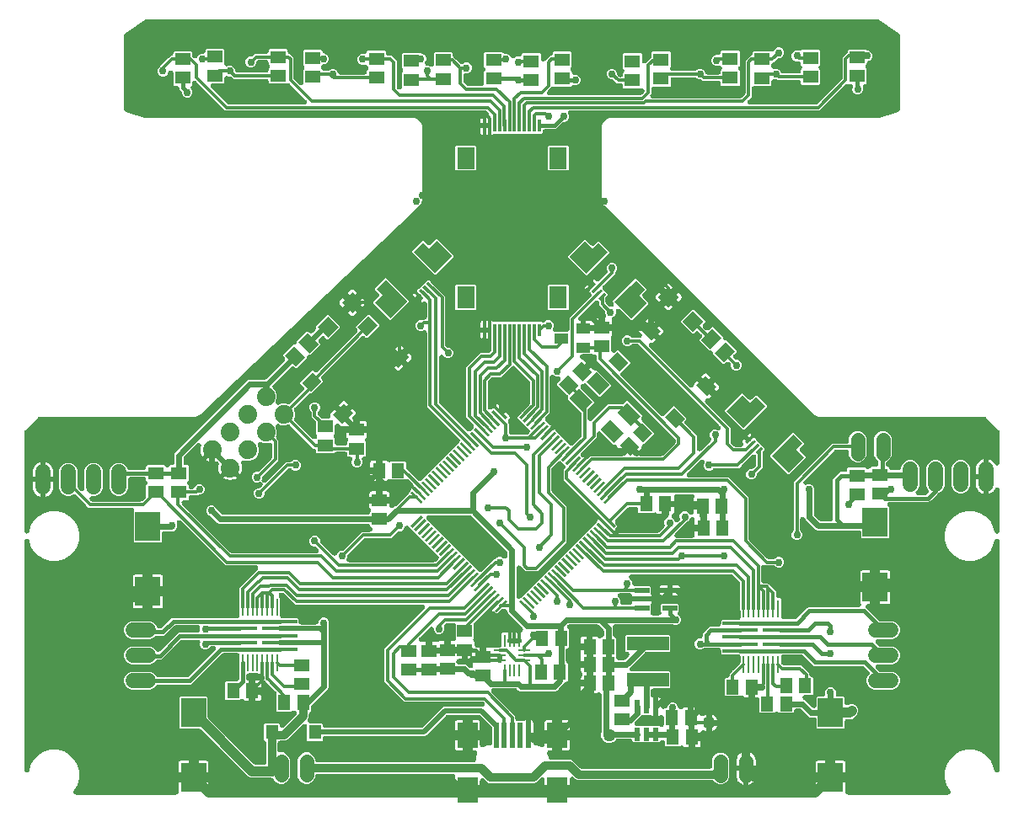
<source format=gbr>
G04 EAGLE Gerber RS-274X export*
G75*
%MOMM*%
%FSLAX34Y34*%
%LPD*%
%INTop Copper*%
%IPPOS*%
%AMOC8*
5,1,8,0,0,1.08239X$1,22.5*%
G01*
%ADD10R,1.500000X1.300000*%
%ADD11R,1.300000X1.500000*%
%ADD12C,1.422400*%
%ADD13R,1.500000X1.500000*%
%ADD14R,1.900000X1.400000*%
%ADD15R,1.400000X1.000000*%
%ADD16R,1.600000X1.300000*%
%ADD17R,1.300000X1.600000*%
%ADD18R,1.550000X1.300000*%
%ADD19R,0.254000X1.473200*%
%ADD20R,0.254000X1.778000*%
%ADD21R,3.556000X0.304800*%
%ADD22C,1.524000*%
%ADD23C,1.508000*%
%ADD24C,1.879600*%
%ADD25R,0.550000X1.350000*%
%ADD26R,4.200000X1.400000*%
%ADD27R,0.250000X1.250000*%
%ADD28R,1.250000X0.250000*%
%ADD29R,1.500000X0.500000*%
%ADD30R,0.500000X2.500000*%
%ADD31R,2.000000X2.500000*%
%ADD32R,0.300000X1.300000*%
%ADD33R,1.800000X2.200000*%
%ADD34R,0.300000X0.800000*%
%ADD35R,2.400000X2.200000*%
%ADD36R,1.300000X0.850000*%
%ADD37R,2.500000X2.900000*%
%ADD38R,1.270000X1.470000*%
%ADD39C,1.270000*%
%ADD40C,0.304800*%
%ADD41C,0.756400*%
%ADD42C,0.406400*%
%ADD43C,1.016000*%
%ADD44C,0.508000*%
%ADD45C,0.609600*%
%ADD46C,0.812800*%

G36*
X162455Y10164D02*
X162455Y10164D01*
X162489Y10162D01*
X162678Y10184D01*
X162869Y10201D01*
X162902Y10210D01*
X162936Y10214D01*
X163119Y10269D01*
X163303Y10319D01*
X163334Y10334D01*
X163367Y10344D01*
X163538Y10431D01*
X163710Y10513D01*
X163738Y10533D01*
X163769Y10548D01*
X163921Y10664D01*
X164076Y10775D01*
X164100Y10800D01*
X164127Y10820D01*
X164256Y10960D01*
X164390Y11097D01*
X164409Y11126D01*
X164433Y11152D01*
X164535Y11313D01*
X164642Y11470D01*
X164656Y11502D01*
X164674Y11531D01*
X164747Y11708D01*
X164824Y11882D01*
X164832Y11916D01*
X164845Y11948D01*
X164885Y12135D01*
X164931Y12320D01*
X164933Y12354D01*
X164940Y12388D01*
X164959Y12700D01*
X164959Y22421D01*
X177460Y22421D01*
X177494Y22424D01*
X177529Y22422D01*
X177718Y22444D01*
X177908Y22461D01*
X177942Y22470D01*
X177976Y22474D01*
X178159Y22529D01*
X178343Y22579D01*
X178374Y22594D01*
X178407Y22604D01*
X178578Y22691D01*
X178749Y22773D01*
X178777Y22793D01*
X178808Y22808D01*
X178960Y22924D01*
X179115Y23035D01*
X179140Y23060D01*
X179167Y23080D01*
X179296Y23221D01*
X179430Y23357D01*
X179449Y23386D01*
X179472Y23412D01*
X179575Y23573D01*
X179682Y23731D01*
X179696Y23762D01*
X179714Y23791D01*
X179787Y23968D01*
X179864Y24142D01*
X179872Y24176D01*
X179885Y24208D01*
X179925Y24395D01*
X179970Y24580D01*
X179973Y24614D01*
X179980Y24648D01*
X179999Y24960D01*
X179999Y27501D01*
X180001Y27501D01*
X180001Y24960D01*
X180004Y24926D01*
X180002Y24891D01*
X180024Y24702D01*
X180041Y24512D01*
X180050Y24478D01*
X180054Y24444D01*
X180109Y24261D01*
X180159Y24077D01*
X180174Y24046D01*
X180184Y24013D01*
X180271Y23842D01*
X180353Y23671D01*
X180373Y23642D01*
X180389Y23612D01*
X180504Y23460D01*
X180615Y23304D01*
X180640Y23280D01*
X180661Y23253D01*
X180801Y23124D01*
X180937Y22990D01*
X180966Y22971D01*
X180992Y22948D01*
X181153Y22845D01*
X181311Y22738D01*
X181342Y22724D01*
X181371Y22706D01*
X181548Y22633D01*
X181722Y22556D01*
X181756Y22548D01*
X181788Y22535D01*
X181975Y22495D01*
X182160Y22449D01*
X182194Y22447D01*
X182228Y22440D01*
X182540Y22421D01*
X195041Y22421D01*
X195041Y12700D01*
X195044Y12666D01*
X195042Y12631D01*
X195064Y12441D01*
X195081Y12251D01*
X195090Y12218D01*
X195094Y12184D01*
X195149Y12000D01*
X195199Y11817D01*
X195214Y11786D01*
X195224Y11753D01*
X195311Y11583D01*
X195393Y11410D01*
X195413Y11382D01*
X195428Y11351D01*
X195544Y11199D01*
X195655Y11044D01*
X195679Y11020D01*
X195700Y10993D01*
X195841Y10863D01*
X195977Y10730D01*
X196006Y10711D01*
X196032Y10687D01*
X196193Y10585D01*
X196350Y10478D01*
X196382Y10464D01*
X196411Y10446D01*
X196588Y10373D01*
X196762Y10296D01*
X196796Y10288D01*
X196828Y10275D01*
X197015Y10235D01*
X197200Y10189D01*
X197234Y10187D01*
X197268Y10180D01*
X197580Y10161D01*
X452828Y10161D01*
X452862Y10164D01*
X452897Y10162D01*
X453086Y10184D01*
X453276Y10201D01*
X453310Y10210D01*
X453344Y10214D01*
X453527Y10269D01*
X453711Y10319D01*
X453742Y10334D01*
X453775Y10344D01*
X453946Y10431D01*
X454117Y10513D01*
X454145Y10533D01*
X454176Y10548D01*
X454328Y10664D01*
X454483Y10775D01*
X454508Y10800D01*
X454535Y10820D01*
X454664Y10960D01*
X454797Y11097D01*
X454817Y11126D01*
X454840Y11152D01*
X454943Y11313D01*
X455050Y11470D01*
X455064Y11502D01*
X455082Y11531D01*
X455155Y11708D01*
X455232Y11882D01*
X455240Y11916D01*
X455253Y11948D01*
X455286Y12103D01*
X455317Y12001D01*
X455367Y11817D01*
X455382Y11786D01*
X455392Y11753D01*
X455479Y11582D01*
X455561Y11410D01*
X455581Y11382D01*
X455597Y11351D01*
X455712Y11199D01*
X455823Y11044D01*
X455848Y11020D01*
X455869Y10993D01*
X456009Y10864D01*
X456146Y10730D01*
X456174Y10711D01*
X456200Y10687D01*
X456361Y10585D01*
X456519Y10478D01*
X456550Y10464D01*
X456580Y10446D01*
X456756Y10373D01*
X456930Y10296D01*
X456964Y10288D01*
X456996Y10275D01*
X457183Y10235D01*
X457368Y10189D01*
X457402Y10187D01*
X457436Y10180D01*
X457748Y10161D01*
X542828Y10161D01*
X542862Y10164D01*
X542897Y10162D01*
X543086Y10184D01*
X543276Y10201D01*
X543310Y10210D01*
X543344Y10214D01*
X543527Y10269D01*
X543711Y10319D01*
X543742Y10334D01*
X543775Y10344D01*
X543946Y10431D01*
X544117Y10513D01*
X544145Y10533D01*
X544176Y10548D01*
X544328Y10664D01*
X544483Y10775D01*
X544508Y10800D01*
X544535Y10820D01*
X544664Y10960D01*
X544797Y11097D01*
X544817Y11126D01*
X544840Y11152D01*
X544943Y11313D01*
X545050Y11470D01*
X545064Y11502D01*
X545082Y11531D01*
X545155Y11708D01*
X545232Y11882D01*
X545240Y11916D01*
X545253Y11948D01*
X545286Y12103D01*
X545317Y12001D01*
X545367Y11817D01*
X545382Y11786D01*
X545392Y11753D01*
X545479Y11582D01*
X545561Y11410D01*
X545581Y11382D01*
X545597Y11351D01*
X545712Y11199D01*
X545823Y11044D01*
X545848Y11020D01*
X545869Y10993D01*
X546009Y10864D01*
X546146Y10730D01*
X546174Y10711D01*
X546200Y10687D01*
X546361Y10585D01*
X546519Y10478D01*
X546550Y10464D01*
X546580Y10446D01*
X546756Y10373D01*
X546930Y10296D01*
X546964Y10288D01*
X546996Y10275D01*
X547183Y10235D01*
X547368Y10189D01*
X547402Y10187D01*
X547436Y10180D01*
X547748Y10161D01*
X802420Y10161D01*
X802455Y10164D01*
X802489Y10162D01*
X802678Y10184D01*
X802869Y10201D01*
X802902Y10210D01*
X802936Y10214D01*
X803119Y10269D01*
X803303Y10319D01*
X803334Y10334D01*
X803367Y10344D01*
X803538Y10431D01*
X803710Y10513D01*
X803738Y10533D01*
X803769Y10548D01*
X803921Y10664D01*
X804076Y10775D01*
X804100Y10800D01*
X804127Y10820D01*
X804256Y10960D01*
X804390Y11097D01*
X804409Y11126D01*
X804433Y11152D01*
X804535Y11313D01*
X804642Y11470D01*
X804656Y11502D01*
X804674Y11531D01*
X804747Y11708D01*
X804824Y11882D01*
X804832Y11916D01*
X804845Y11948D01*
X804885Y12135D01*
X804931Y12320D01*
X804933Y12354D01*
X804940Y12388D01*
X804959Y12700D01*
X804959Y22421D01*
X817460Y22421D01*
X817494Y22424D01*
X817529Y22422D01*
X817718Y22444D01*
X817908Y22461D01*
X817942Y22470D01*
X817976Y22474D01*
X818159Y22529D01*
X818343Y22579D01*
X818374Y22594D01*
X818407Y22604D01*
X818578Y22691D01*
X818749Y22773D01*
X818777Y22793D01*
X818808Y22808D01*
X818960Y22924D01*
X819115Y23035D01*
X819140Y23060D01*
X819167Y23080D01*
X819296Y23221D01*
X819430Y23357D01*
X819449Y23386D01*
X819472Y23412D01*
X819575Y23573D01*
X819682Y23731D01*
X819696Y23762D01*
X819714Y23791D01*
X819787Y23968D01*
X819864Y24142D01*
X819872Y24176D01*
X819885Y24208D01*
X819925Y24395D01*
X819970Y24580D01*
X819973Y24614D01*
X819980Y24648D01*
X819999Y24960D01*
X819999Y27501D01*
X820001Y27501D01*
X820001Y24960D01*
X820004Y24926D01*
X820002Y24891D01*
X820024Y24702D01*
X820041Y24512D01*
X820050Y24478D01*
X820054Y24444D01*
X820109Y24261D01*
X820159Y24077D01*
X820174Y24046D01*
X820184Y24013D01*
X820271Y23842D01*
X820353Y23671D01*
X820373Y23642D01*
X820389Y23612D01*
X820504Y23460D01*
X820615Y23304D01*
X820640Y23280D01*
X820661Y23253D01*
X820801Y23124D01*
X820937Y22990D01*
X820966Y22971D01*
X820992Y22948D01*
X821153Y22845D01*
X821311Y22738D01*
X821342Y22724D01*
X821371Y22706D01*
X821548Y22633D01*
X821722Y22556D01*
X821756Y22548D01*
X821788Y22535D01*
X821975Y22495D01*
X822160Y22449D01*
X822194Y22447D01*
X822228Y22440D01*
X822540Y22421D01*
X835041Y22421D01*
X835041Y12700D01*
X835044Y12666D01*
X835042Y12631D01*
X835064Y12441D01*
X835081Y12251D01*
X835090Y12218D01*
X835094Y12184D01*
X835149Y12000D01*
X835199Y11817D01*
X835214Y11786D01*
X835224Y11753D01*
X835311Y11583D01*
X835393Y11410D01*
X835413Y11382D01*
X835428Y11351D01*
X835544Y11199D01*
X835655Y11044D01*
X835679Y11020D01*
X835700Y10993D01*
X835841Y10863D01*
X835977Y10730D01*
X836006Y10711D01*
X836032Y10687D01*
X836193Y10585D01*
X836350Y10478D01*
X836382Y10464D01*
X836411Y10446D01*
X836588Y10373D01*
X836762Y10296D01*
X836796Y10288D01*
X836828Y10275D01*
X837015Y10235D01*
X837200Y10189D01*
X837234Y10187D01*
X837268Y10180D01*
X837580Y10161D01*
X938126Y10161D01*
X938256Y10172D01*
X938386Y10174D01*
X938480Y10192D01*
X938575Y10201D01*
X938700Y10235D01*
X938828Y10260D01*
X938917Y10294D01*
X939009Y10319D01*
X939126Y10375D01*
X939248Y10422D01*
X939330Y10472D01*
X939416Y10513D01*
X939521Y10588D01*
X939633Y10656D01*
X939704Y10719D01*
X939782Y10775D01*
X939873Y10868D01*
X939970Y10954D01*
X940029Y11029D01*
X940096Y11097D01*
X940169Y11205D01*
X940250Y11307D01*
X940295Y11391D01*
X940348Y11470D01*
X940401Y11589D01*
X940462Y11704D01*
X940492Y11795D01*
X940530Y11882D01*
X940561Y12009D01*
X940601Y12132D01*
X940614Y12227D01*
X940637Y12320D01*
X940645Y12449D01*
X940663Y12578D01*
X940659Y12674D01*
X940665Y12769D01*
X940650Y12898D01*
X940644Y13028D01*
X940624Y13121D01*
X940613Y13216D01*
X940575Y13341D01*
X940547Y13468D01*
X940510Y13556D01*
X940482Y13647D01*
X940423Y13763D01*
X940373Y13883D01*
X940321Y13963D01*
X940278Y14049D01*
X940199Y14152D01*
X940129Y14261D01*
X940043Y14359D01*
X940006Y14407D01*
X939973Y14438D01*
X939922Y14496D01*
X939866Y14551D01*
X936554Y20288D01*
X934839Y26687D01*
X934839Y33313D01*
X936554Y39712D01*
X939866Y45449D01*
X944551Y50134D01*
X950288Y53446D01*
X956687Y55161D01*
X963313Y55161D01*
X969712Y53446D01*
X975449Y50134D01*
X980134Y45449D01*
X983446Y39712D01*
X984847Y34482D01*
X984888Y34371D01*
X984919Y34256D01*
X984965Y34160D01*
X985002Y34059D01*
X985062Y33957D01*
X985113Y33850D01*
X985175Y33763D01*
X985229Y33670D01*
X985306Y33580D01*
X985375Y33484D01*
X985452Y33409D01*
X985521Y33328D01*
X985612Y33252D01*
X985697Y33170D01*
X985786Y33110D01*
X985869Y33042D01*
X985972Y32984D01*
X986070Y32918D01*
X986168Y32874D01*
X986262Y32822D01*
X986374Y32783D01*
X986482Y32735D01*
X986586Y32710D01*
X986687Y32675D01*
X986805Y32657D01*
X986920Y32629D01*
X987027Y32622D01*
X987132Y32606D01*
X987251Y32608D01*
X987369Y32601D01*
X987475Y32613D01*
X987582Y32616D01*
X987698Y32639D01*
X987816Y32653D01*
X987919Y32684D01*
X988024Y32705D01*
X988134Y32749D01*
X988247Y32783D01*
X988343Y32832D01*
X988442Y32871D01*
X988543Y32934D01*
X988649Y32988D01*
X988734Y33052D01*
X988825Y33109D01*
X988913Y33188D01*
X989007Y33260D01*
X989080Y33339D01*
X989159Y33410D01*
X989232Y33504D01*
X989313Y33591D01*
X989370Y33681D01*
X989436Y33766D01*
X989491Y33871D01*
X989554Y33971D01*
X989595Y34070D01*
X989645Y34165D01*
X989680Y34278D01*
X989725Y34387D01*
X989748Y34492D01*
X989780Y34594D01*
X989795Y34712D01*
X989820Y34827D01*
X989829Y34978D01*
X989837Y35041D01*
X989835Y35078D01*
X989839Y35139D01*
X989839Y264861D01*
X989829Y264979D01*
X989828Y265097D01*
X989809Y265202D01*
X989799Y265309D01*
X989768Y265424D01*
X989747Y265540D01*
X989709Y265640D01*
X989681Y265744D01*
X989630Y265851D01*
X989588Y265962D01*
X989533Y266054D01*
X989487Y266150D01*
X989418Y266246D01*
X989358Y266348D01*
X989288Y266429D01*
X989225Y266516D01*
X989140Y266599D01*
X989063Y266688D01*
X988979Y266756D01*
X988903Y266830D01*
X988804Y266897D01*
X988712Y266971D01*
X988618Y267022D01*
X988530Y267082D01*
X988421Y267130D01*
X988317Y267187D01*
X988216Y267221D01*
X988118Y267265D01*
X988002Y267293D01*
X987890Y267330D01*
X987784Y267346D01*
X987680Y267371D01*
X987562Y267379D01*
X987445Y267396D01*
X987338Y267392D01*
X987231Y267399D01*
X987113Y267385D01*
X986995Y267381D01*
X986890Y267359D01*
X986784Y267347D01*
X986670Y267313D01*
X986554Y267288D01*
X986455Y267248D01*
X986353Y267217D01*
X986247Y267163D01*
X986137Y267118D01*
X986047Y267061D01*
X985951Y267012D01*
X985857Y266941D01*
X985757Y266877D01*
X985678Y266805D01*
X985593Y266740D01*
X985512Y266653D01*
X985425Y266573D01*
X985360Y266488D01*
X985288Y266409D01*
X985224Y266309D01*
X985152Y266215D01*
X985103Y266120D01*
X985046Y266029D01*
X985001Y265920D01*
X984947Y265814D01*
X984899Y265671D01*
X984875Y265613D01*
X984867Y265576D01*
X984847Y265518D01*
X983446Y260288D01*
X980134Y254551D01*
X975449Y249866D01*
X969712Y246554D01*
X963313Y244839D01*
X956687Y244839D01*
X950288Y246554D01*
X944551Y249866D01*
X939866Y254551D01*
X936554Y260288D01*
X934839Y266687D01*
X934839Y273313D01*
X936554Y279712D01*
X939866Y285449D01*
X944551Y290134D01*
X950288Y293446D01*
X956687Y295161D01*
X963313Y295161D01*
X969712Y293446D01*
X975449Y290134D01*
X980134Y285449D01*
X983446Y279712D01*
X984847Y274482D01*
X984888Y274371D01*
X984919Y274256D01*
X984965Y274160D01*
X985002Y274059D01*
X985062Y273957D01*
X985113Y273850D01*
X985175Y273763D01*
X985229Y273670D01*
X985306Y273580D01*
X985375Y273484D01*
X985452Y273409D01*
X985521Y273328D01*
X985612Y273252D01*
X985697Y273170D01*
X985786Y273110D01*
X985869Y273042D01*
X985972Y272984D01*
X986070Y272918D01*
X986168Y272874D01*
X986262Y272822D01*
X986374Y272783D01*
X986482Y272735D01*
X986586Y272710D01*
X986687Y272675D01*
X986805Y272657D01*
X986920Y272629D01*
X987027Y272622D01*
X987132Y272606D01*
X987251Y272608D01*
X987369Y272601D01*
X987475Y272613D01*
X987582Y272616D01*
X987698Y272639D01*
X987816Y272653D01*
X987919Y272684D01*
X988024Y272705D01*
X988134Y272749D01*
X988247Y272783D01*
X988343Y272832D01*
X988442Y272871D01*
X988543Y272934D01*
X988649Y272988D01*
X988734Y273052D01*
X988825Y273109D01*
X988913Y273188D01*
X989007Y273260D01*
X989080Y273339D01*
X989159Y273410D01*
X989232Y273504D01*
X989313Y273591D01*
X989370Y273681D01*
X989436Y273766D01*
X989491Y273871D01*
X989554Y273971D01*
X989595Y274070D01*
X989645Y274165D01*
X989680Y274277D01*
X989725Y274387D01*
X989748Y274492D01*
X989780Y274594D01*
X989795Y274712D01*
X989820Y274827D01*
X989829Y274978D01*
X989837Y275041D01*
X989835Y275078D01*
X989839Y275139D01*
X989839Y316293D01*
X989832Y316371D01*
X989834Y316449D01*
X989812Y316595D01*
X989799Y316741D01*
X989779Y316817D01*
X989767Y316894D01*
X989720Y317034D01*
X989681Y317176D01*
X989647Y317246D01*
X989622Y317320D01*
X989551Y317450D01*
X989487Y317582D01*
X989442Y317646D01*
X989404Y317714D01*
X989311Y317829D01*
X989225Y317949D01*
X989169Y318003D01*
X989120Y318064D01*
X989008Y318160D01*
X988903Y318263D01*
X988838Y318306D01*
X988779Y318357D01*
X988652Y318432D01*
X988530Y318515D01*
X988458Y318546D01*
X988391Y318586D01*
X988253Y318637D01*
X988118Y318697D01*
X988042Y318715D01*
X987969Y318743D01*
X987824Y318769D01*
X987680Y318804D01*
X987602Y318808D01*
X987525Y318822D01*
X987378Y318822D01*
X987231Y318831D01*
X987153Y318822D01*
X987075Y318822D01*
X986930Y318796D01*
X986784Y318779D01*
X986709Y318757D01*
X986632Y318743D01*
X986494Y318692D01*
X986353Y318649D01*
X986283Y318613D01*
X986210Y318586D01*
X986083Y318511D01*
X985951Y318445D01*
X985889Y318397D01*
X985822Y318358D01*
X985710Y318261D01*
X985593Y318173D01*
X985540Y318115D01*
X985480Y318064D01*
X985387Y317950D01*
X985288Y317841D01*
X985245Y317775D01*
X985196Y317715D01*
X985062Y317488D01*
X985046Y317462D01*
X985043Y317455D01*
X985037Y317446D01*
X984838Y317055D01*
X983898Y315761D01*
X982767Y314630D01*
X981473Y313690D01*
X980048Y312964D01*
X978687Y312521D01*
X978687Y330000D01*
X978687Y347479D01*
X980048Y347036D01*
X981473Y346310D01*
X982767Y345370D01*
X983898Y344239D01*
X984838Y342945D01*
X985037Y342554D01*
X985079Y342488D01*
X985113Y342418D01*
X985198Y342298D01*
X985277Y342173D01*
X985329Y342115D01*
X985375Y342051D01*
X985480Y341949D01*
X985579Y341840D01*
X985641Y341792D01*
X985697Y341737D01*
X985820Y341655D01*
X985936Y341565D01*
X986006Y341529D01*
X986070Y341485D01*
X986205Y341426D01*
X986336Y341358D01*
X986411Y341335D01*
X986482Y341303D01*
X986625Y341268D01*
X986766Y341225D01*
X986844Y341215D01*
X986920Y341196D01*
X987067Y341187D01*
X987213Y341169D01*
X987291Y341174D01*
X987369Y341169D01*
X987516Y341186D01*
X987663Y341194D01*
X987738Y341212D01*
X987816Y341221D01*
X987958Y341264D01*
X988101Y341297D01*
X988172Y341328D01*
X988247Y341351D01*
X988379Y341418D01*
X988514Y341477D01*
X988579Y341520D01*
X988649Y341555D01*
X988766Y341644D01*
X988889Y341726D01*
X988945Y341780D01*
X989007Y341827D01*
X989107Y341936D01*
X989214Y342038D01*
X989260Y342101D01*
X989313Y342159D01*
X989392Y342283D01*
X989478Y342402D01*
X989512Y342472D01*
X989554Y342538D01*
X989610Y342675D01*
X989675Y342807D01*
X989696Y342883D01*
X989725Y342955D01*
X989756Y343099D01*
X989796Y343241D01*
X989804Y343319D01*
X989820Y343395D01*
X989836Y343659D01*
X989839Y343689D01*
X989839Y343696D01*
X989839Y343707D01*
X989839Y374739D01*
X989825Y374903D01*
X989818Y375068D01*
X989805Y375127D01*
X989799Y375188D01*
X989756Y375347D01*
X989720Y375507D01*
X989697Y375564D01*
X989681Y375622D01*
X989610Y375771D01*
X989547Y375923D01*
X989514Y375974D01*
X989487Y376029D01*
X989392Y376163D01*
X989302Y376301D01*
X989251Y376359D01*
X989225Y376395D01*
X989182Y376438D01*
X989096Y376535D01*
X976535Y389096D01*
X976409Y389201D01*
X976288Y389313D01*
X976237Y389345D01*
X976190Y389384D01*
X976047Y389466D01*
X975908Y389554D01*
X975852Y389578D01*
X975799Y389608D01*
X975644Y389663D01*
X975492Y389725D01*
X975432Y389738D01*
X975374Y389759D01*
X975212Y389785D01*
X975051Y389820D01*
X974974Y389825D01*
X974930Y389832D01*
X974869Y389831D01*
X974740Y389839D01*
X807979Y389839D01*
X804244Y391386D01*
X591386Y604244D01*
X589839Y607979D01*
X589839Y682021D01*
X591386Y685756D01*
X594244Y688614D01*
X597979Y690161D01*
X867939Y690161D01*
X867966Y690163D01*
X867993Y690161D01*
X868190Y690183D01*
X868388Y690201D01*
X868413Y690208D01*
X868440Y690211D01*
X868742Y690291D01*
X888103Y696745D01*
X888173Y696775D01*
X888247Y696798D01*
X888380Y696865D01*
X888516Y696924D01*
X888580Y696967D01*
X888649Y697002D01*
X888767Y697092D01*
X888890Y697174D01*
X888946Y697228D01*
X889007Y697274D01*
X889108Y697383D01*
X889215Y697486D01*
X889260Y697548D01*
X889313Y697605D01*
X889392Y697731D01*
X889479Y697851D01*
X889513Y697920D01*
X889554Y697985D01*
X889611Y698122D01*
X889675Y698256D01*
X889696Y698330D01*
X889725Y698402D01*
X889757Y698547D01*
X889797Y698690D01*
X889804Y698766D01*
X889820Y698842D01*
X889837Y699111D01*
X889839Y699138D01*
X889839Y699144D01*
X889839Y699154D01*
X889839Y773203D01*
X889822Y773392D01*
X889811Y773581D01*
X889803Y773616D01*
X889799Y773652D01*
X889750Y773834D01*
X889705Y774019D01*
X889690Y774052D01*
X889681Y774086D01*
X889600Y774257D01*
X889523Y774431D01*
X889503Y774460D01*
X889487Y774493D01*
X889377Y774647D01*
X889271Y774804D01*
X889246Y774830D01*
X889225Y774859D01*
X889089Y774991D01*
X888957Y775127D01*
X888923Y775153D01*
X888903Y775173D01*
X888852Y775207D01*
X888709Y775316D01*
X867563Y789413D01*
X867441Y789479D01*
X867323Y789554D01*
X867244Y789587D01*
X867168Y789628D01*
X867036Y789672D01*
X866907Y789725D01*
X866822Y789743D01*
X866741Y789771D01*
X866603Y789791D01*
X866467Y789820D01*
X866352Y789827D01*
X866295Y789835D01*
X866245Y789834D01*
X866155Y789839D01*
X133845Y789839D01*
X133706Y789827D01*
X133567Y789824D01*
X133483Y789807D01*
X133397Y789799D01*
X133262Y789763D01*
X133126Y789735D01*
X133046Y789704D01*
X132962Y789681D01*
X132837Y789621D01*
X132707Y789570D01*
X132608Y789512D01*
X132556Y789487D01*
X132515Y789458D01*
X132437Y789413D01*
X111291Y775316D01*
X111144Y775197D01*
X110993Y775083D01*
X110968Y775056D01*
X110940Y775034D01*
X110816Y774891D01*
X110687Y774752D01*
X110668Y774721D01*
X110645Y774694D01*
X110548Y774532D01*
X110446Y774372D01*
X110432Y774339D01*
X110414Y774308D01*
X110347Y774131D01*
X110275Y773955D01*
X110267Y773920D01*
X110254Y773887D01*
X110220Y773701D01*
X110180Y773515D01*
X110177Y773471D01*
X110172Y773444D01*
X110172Y773383D01*
X110161Y773203D01*
X110161Y699154D01*
X110168Y699077D01*
X110165Y699000D01*
X110187Y698853D01*
X110201Y698705D01*
X110221Y698631D01*
X110232Y698555D01*
X110280Y698414D01*
X110319Y698271D01*
X110352Y698201D01*
X110377Y698128D01*
X110449Y697998D01*
X110513Y697864D01*
X110557Y697802D01*
X110595Y697734D01*
X110688Y697619D01*
X110775Y697498D01*
X110830Y697444D01*
X110878Y697385D01*
X110991Y697288D01*
X111097Y697184D01*
X111161Y697141D01*
X111220Y697091D01*
X111347Y697015D01*
X111470Y696932D01*
X111541Y696901D01*
X111607Y696862D01*
X111857Y696761D01*
X111882Y696750D01*
X111889Y696748D01*
X111897Y696745D01*
X131258Y690291D01*
X131284Y690285D01*
X131309Y690275D01*
X131503Y690233D01*
X131696Y690187D01*
X131723Y690186D01*
X131749Y690180D01*
X132061Y690161D01*
X402021Y690161D01*
X405756Y688614D01*
X408614Y685756D01*
X410161Y682021D01*
X410161Y612373D01*
X410168Y612286D01*
X410167Y612199D01*
X410188Y612062D01*
X410201Y611925D01*
X410208Y611899D01*
X410161Y609911D01*
X410163Y609888D01*
X410161Y609852D01*
X410161Y607875D01*
X410157Y607848D01*
X409354Y606029D01*
X409346Y606007D01*
X409331Y605975D01*
X408574Y604148D01*
X408561Y604125D01*
X407123Y602753D01*
X407108Y602735D01*
X407081Y602711D01*
X405682Y601313D01*
X405613Y601259D01*
X405538Y601213D01*
X405364Y601066D01*
X405326Y601037D01*
X405316Y601026D01*
X405299Y601012D01*
X187122Y392752D01*
X187107Y392734D01*
X187080Y392711D01*
X185682Y391312D01*
X185661Y391296D01*
X183806Y390578D01*
X183785Y390568D01*
X183751Y390556D01*
X181925Y389799D01*
X181899Y389792D01*
X179911Y389839D01*
X179888Y389837D01*
X179852Y389839D01*
X25261Y389839D01*
X25097Y389825D01*
X24932Y389818D01*
X24873Y389805D01*
X24812Y389799D01*
X24653Y389756D01*
X24493Y389720D01*
X24436Y389697D01*
X24378Y389681D01*
X24230Y389610D01*
X24077Y389547D01*
X24026Y389514D01*
X23971Y389487D01*
X23837Y389392D01*
X23699Y389302D01*
X23641Y389251D01*
X23605Y389225D01*
X23562Y389182D01*
X23465Y389096D01*
X10904Y376535D01*
X10799Y376409D01*
X10687Y376288D01*
X10655Y376236D01*
X10616Y376190D01*
X10534Y376047D01*
X10446Y375908D01*
X10422Y375852D01*
X10392Y375799D01*
X10337Y375644D01*
X10275Y375492D01*
X10262Y375432D01*
X10241Y375374D01*
X10215Y375212D01*
X10180Y375051D01*
X10175Y374974D01*
X10168Y374930D01*
X10169Y374869D01*
X10161Y374739D01*
X10161Y275139D01*
X10171Y275021D01*
X10172Y274903D01*
X10191Y274798D01*
X10201Y274691D01*
X10232Y274576D01*
X10253Y274460D01*
X10291Y274360D01*
X10319Y274257D01*
X10370Y274150D01*
X10412Y274039D01*
X10467Y273947D01*
X10513Y273850D01*
X10582Y273754D01*
X10642Y273652D01*
X10712Y273571D01*
X10775Y273484D01*
X10860Y273401D01*
X10937Y273312D01*
X11021Y273245D01*
X11097Y273170D01*
X11196Y273103D01*
X11288Y273029D01*
X11382Y272978D01*
X11470Y272918D01*
X11579Y272870D01*
X11683Y272813D01*
X11784Y272779D01*
X11882Y272735D01*
X11997Y272707D01*
X12110Y272670D01*
X12216Y272654D01*
X12320Y272629D01*
X12438Y272622D01*
X12555Y272604D01*
X12662Y272608D01*
X12769Y272601D01*
X12887Y272615D01*
X13005Y272619D01*
X13110Y272641D01*
X13216Y272653D01*
X13330Y272688D01*
X13446Y272712D01*
X13545Y272752D01*
X13647Y272783D01*
X13753Y272837D01*
X13863Y272882D01*
X13953Y272939D01*
X14049Y272988D01*
X14143Y273059D01*
X14243Y273123D01*
X14322Y273195D01*
X14407Y273260D01*
X14488Y273347D01*
X14575Y273427D01*
X14640Y273512D01*
X14712Y273591D01*
X14776Y273691D01*
X14848Y273785D01*
X14897Y273881D01*
X14954Y273971D01*
X14999Y274080D01*
X15053Y274186D01*
X15101Y274329D01*
X15125Y274387D01*
X15133Y274424D01*
X15153Y274482D01*
X16554Y279712D01*
X19866Y285449D01*
X24551Y290134D01*
X30288Y293446D01*
X36687Y295161D01*
X43313Y295161D01*
X49712Y293446D01*
X55449Y290134D01*
X60134Y285449D01*
X63446Y279712D01*
X65161Y273313D01*
X65161Y266687D01*
X63446Y260288D01*
X60134Y254551D01*
X55449Y249866D01*
X49712Y246554D01*
X43313Y244839D01*
X36687Y244839D01*
X30288Y246554D01*
X24551Y249866D01*
X19866Y254551D01*
X16554Y260288D01*
X15153Y265518D01*
X15112Y265629D01*
X15081Y265743D01*
X15035Y265840D01*
X14998Y265941D01*
X14938Y266043D01*
X14887Y266150D01*
X14825Y266237D01*
X14771Y266330D01*
X14694Y266420D01*
X14625Y266516D01*
X14548Y266591D01*
X14479Y266672D01*
X14388Y266747D01*
X14303Y266830D01*
X14214Y266890D01*
X14131Y266958D01*
X14028Y267016D01*
X13930Y267082D01*
X13832Y267126D01*
X13738Y267178D01*
X13626Y267217D01*
X13518Y267265D01*
X13414Y267290D01*
X13313Y267325D01*
X13195Y267343D01*
X13080Y267371D01*
X12974Y267378D01*
X12868Y267394D01*
X12749Y267392D01*
X12631Y267399D01*
X12525Y267387D01*
X12418Y267384D01*
X12302Y267361D01*
X12184Y267347D01*
X12081Y267316D01*
X11976Y267295D01*
X11866Y267251D01*
X11753Y267217D01*
X11657Y267168D01*
X11558Y267128D01*
X11457Y267066D01*
X11351Y267012D01*
X11266Y266948D01*
X11175Y266891D01*
X11087Y266812D01*
X10993Y266740D01*
X10920Y266661D01*
X10841Y266590D01*
X10768Y266496D01*
X10687Y266409D01*
X10630Y266319D01*
X10564Y266234D01*
X10509Y266129D01*
X10446Y266029D01*
X10405Y265930D01*
X10355Y265835D01*
X10320Y265722D01*
X10275Y265613D01*
X10252Y265508D01*
X10220Y265406D01*
X10205Y265288D01*
X10180Y265172D01*
X10171Y265022D01*
X10163Y264959D01*
X10165Y264922D01*
X10161Y264861D01*
X10161Y35139D01*
X10171Y35021D01*
X10172Y34903D01*
X10191Y34798D01*
X10201Y34691D01*
X10232Y34576D01*
X10253Y34460D01*
X10291Y34360D01*
X10319Y34257D01*
X10370Y34150D01*
X10412Y34039D01*
X10467Y33947D01*
X10513Y33850D01*
X10582Y33754D01*
X10642Y33652D01*
X10712Y33571D01*
X10775Y33484D01*
X10860Y33401D01*
X10937Y33312D01*
X11021Y33245D01*
X11097Y33170D01*
X11196Y33103D01*
X11288Y33029D01*
X11382Y32978D01*
X11470Y32918D01*
X11579Y32870D01*
X11683Y32813D01*
X11784Y32779D01*
X11882Y32735D01*
X11997Y32707D01*
X12110Y32670D01*
X12216Y32654D01*
X12320Y32629D01*
X12438Y32622D01*
X12555Y32604D01*
X12662Y32608D01*
X12769Y32601D01*
X12887Y32615D01*
X13005Y32619D01*
X13110Y32641D01*
X13216Y32653D01*
X13330Y32688D01*
X13446Y32712D01*
X13545Y32752D01*
X13647Y32783D01*
X13753Y32837D01*
X13863Y32882D01*
X13953Y32939D01*
X14049Y32988D01*
X14143Y33059D01*
X14243Y33123D01*
X14322Y33195D01*
X14407Y33260D01*
X14488Y33347D01*
X14575Y33427D01*
X14640Y33512D01*
X14712Y33591D01*
X14776Y33691D01*
X14848Y33785D01*
X14897Y33881D01*
X14954Y33971D01*
X14999Y34080D01*
X15053Y34186D01*
X15101Y34329D01*
X15125Y34387D01*
X15133Y34424D01*
X15153Y34482D01*
X16554Y39712D01*
X19866Y45449D01*
X24551Y50134D01*
X30288Y53446D01*
X36687Y55161D01*
X43313Y55161D01*
X49712Y53446D01*
X55449Y50134D01*
X60134Y45449D01*
X63446Y39712D01*
X65161Y33313D01*
X65161Y26687D01*
X63446Y20288D01*
X60134Y14551D01*
X60078Y14496D01*
X59995Y14396D01*
X59904Y14303D01*
X59851Y14223D01*
X59789Y14150D01*
X59725Y14037D01*
X59652Y13930D01*
X59613Y13842D01*
X59566Y13759D01*
X59522Y13637D01*
X59470Y13518D01*
X59447Y13425D01*
X59415Y13335D01*
X59394Y13207D01*
X59363Y13080D01*
X59357Y12985D01*
X59342Y12891D01*
X59343Y12761D01*
X59335Y12631D01*
X59346Y12536D01*
X59348Y12441D01*
X59372Y12313D01*
X59387Y12184D01*
X59415Y12092D01*
X59433Y11999D01*
X59480Y11877D01*
X59518Y11753D01*
X59561Y11668D01*
X59595Y11579D01*
X59663Y11467D01*
X59722Y11351D01*
X59780Y11275D01*
X59829Y11194D01*
X59916Y11096D01*
X59994Y10993D01*
X60064Y10928D01*
X60128Y10856D01*
X60230Y10776D01*
X60325Y10687D01*
X60406Y10636D01*
X60481Y10577D01*
X60595Y10516D01*
X60705Y10446D01*
X60793Y10409D01*
X60878Y10364D01*
X61001Y10324D01*
X61122Y10275D01*
X61215Y10255D01*
X61306Y10225D01*
X61434Y10207D01*
X61562Y10180D01*
X61692Y10172D01*
X61752Y10164D01*
X61796Y10165D01*
X61874Y10161D01*
X162420Y10161D01*
X162455Y10164D01*
G37*
%LPC*%
G36*
X545259Y18007D02*
X545259Y18007D01*
X545209Y18191D01*
X545194Y18222D01*
X545184Y18255D01*
X545097Y18426D01*
X545015Y18598D01*
X544995Y18626D01*
X544979Y18657D01*
X544864Y18809D01*
X544753Y18964D01*
X544728Y18988D01*
X544707Y19015D01*
X544567Y19144D01*
X544430Y19278D01*
X544402Y19297D01*
X544376Y19321D01*
X544215Y19423D01*
X544057Y19530D01*
X544026Y19544D01*
X543996Y19562D01*
X543820Y19635D01*
X543646Y19712D01*
X543612Y19720D01*
X543580Y19733D01*
X543393Y19773D01*
X543208Y19819D01*
X543174Y19821D01*
X543140Y19828D01*
X542828Y19847D01*
X532747Y19847D01*
X532747Y24937D01*
X532736Y25067D01*
X532734Y25197D01*
X532716Y25290D01*
X532707Y25386D01*
X532673Y25511D01*
X532648Y25639D01*
X532614Y25728D01*
X532589Y25820D01*
X532533Y25937D01*
X532486Y26059D01*
X532437Y26141D01*
X532395Y26227D01*
X532320Y26333D01*
X532252Y26444D01*
X532189Y26515D01*
X532133Y26593D01*
X532040Y26684D01*
X531954Y26781D01*
X531879Y26840D01*
X531811Y26907D01*
X531703Y26980D01*
X531601Y27060D01*
X531517Y27105D01*
X531438Y27159D01*
X531319Y27212D01*
X531204Y27273D01*
X531113Y27303D01*
X531026Y27341D01*
X530900Y27372D01*
X530776Y27412D01*
X530681Y27425D01*
X530588Y27448D01*
X530459Y27456D01*
X530330Y27474D01*
X530234Y27470D01*
X530139Y27476D01*
X530010Y27461D01*
X529880Y27455D01*
X529787Y27435D01*
X529692Y27424D01*
X529567Y27386D01*
X529440Y27358D01*
X529352Y27321D01*
X529261Y27293D01*
X529145Y27234D01*
X529025Y27184D01*
X528945Y27132D01*
X528859Y27089D01*
X528756Y27010D01*
X528647Y26940D01*
X528549Y26854D01*
X528501Y26817D01*
X528470Y26784D01*
X528412Y26733D01*
X524374Y22694D01*
X522320Y21843D01*
X477424Y21843D01*
X475370Y22694D01*
X473441Y24623D01*
X473441Y24624D01*
X472164Y25901D01*
X472064Y25984D01*
X471971Y26075D01*
X471891Y26128D01*
X471818Y26190D01*
X471705Y26254D01*
X471598Y26327D01*
X471510Y26366D01*
X471427Y26413D01*
X471305Y26457D01*
X471186Y26509D01*
X471093Y26532D01*
X471003Y26564D01*
X470875Y26585D01*
X470748Y26616D01*
X470653Y26622D01*
X470559Y26637D01*
X470429Y26636D01*
X470299Y26644D01*
X470204Y26633D01*
X470108Y26631D01*
X469981Y26607D01*
X469852Y26592D01*
X469760Y26564D01*
X469666Y26546D01*
X469545Y26499D01*
X469421Y26461D01*
X469335Y26418D01*
X469246Y26383D01*
X469135Y26316D01*
X469019Y26257D01*
X468943Y26199D01*
X468862Y26150D01*
X468764Y26063D01*
X468661Y25985D01*
X468596Y25915D01*
X468524Y25851D01*
X468444Y25749D01*
X468355Y25654D01*
X468304Y25573D01*
X468245Y25498D01*
X468183Y25384D01*
X468114Y25274D01*
X468077Y25186D01*
X468032Y25101D01*
X467992Y24978D01*
X467943Y24857D01*
X467923Y24764D01*
X467893Y24673D01*
X467875Y24545D01*
X467848Y24417D01*
X467840Y24287D01*
X467832Y24227D01*
X467833Y24183D01*
X467829Y24105D01*
X467829Y19847D01*
X457748Y19847D01*
X457714Y19844D01*
X457679Y19846D01*
X457490Y19824D01*
X457300Y19807D01*
X457266Y19798D01*
X457232Y19794D01*
X457049Y19739D01*
X456865Y19689D01*
X456834Y19674D01*
X456801Y19664D01*
X456630Y19577D01*
X456459Y19495D01*
X456431Y19475D01*
X456400Y19460D01*
X456248Y19344D01*
X456093Y19233D01*
X456068Y19208D01*
X456041Y19188D01*
X455912Y19048D01*
X455779Y18911D01*
X455759Y18882D01*
X455736Y18856D01*
X455633Y18695D01*
X455526Y18538D01*
X455512Y18506D01*
X455494Y18477D01*
X455421Y18300D01*
X455344Y18126D01*
X455336Y18092D01*
X455323Y18060D01*
X455290Y17905D01*
X455259Y18007D01*
X455209Y18191D01*
X455194Y18222D01*
X455184Y18255D01*
X455097Y18426D01*
X455015Y18598D01*
X454995Y18626D01*
X454979Y18657D01*
X454864Y18809D01*
X454753Y18964D01*
X454728Y18988D01*
X454707Y19015D01*
X454567Y19144D01*
X454430Y19278D01*
X454402Y19297D01*
X454376Y19321D01*
X454215Y19423D01*
X454057Y19530D01*
X454026Y19544D01*
X453996Y19562D01*
X453820Y19635D01*
X453646Y19712D01*
X453612Y19720D01*
X453580Y19733D01*
X453393Y19773D01*
X453208Y19819D01*
X453174Y19821D01*
X453140Y19828D01*
X452828Y19847D01*
X442747Y19847D01*
X442747Y27682D01*
X442827Y27979D01*
X442851Y28118D01*
X442885Y28256D01*
X442890Y28339D01*
X442904Y28422D01*
X442904Y28564D01*
X442912Y28705D01*
X442903Y28788D01*
X442902Y28873D01*
X442877Y29012D01*
X442860Y29152D01*
X442836Y29233D01*
X442821Y29315D01*
X442771Y29448D01*
X442730Y29583D01*
X442692Y29658D01*
X442662Y29737D01*
X442590Y29858D01*
X442526Y29985D01*
X442475Y30052D01*
X442432Y30124D01*
X442339Y30231D01*
X442254Y30343D01*
X442192Y30400D01*
X442137Y30464D01*
X442026Y30553D01*
X441922Y30649D01*
X441852Y30694D01*
X441786Y30746D01*
X441662Y30814D01*
X441543Y30890D01*
X441465Y30922D01*
X441391Y30963D01*
X441257Y31008D01*
X441126Y31061D01*
X441044Y31079D01*
X440964Y31106D01*
X440824Y31126D01*
X440686Y31156D01*
X440575Y31163D01*
X440519Y31171D01*
X440467Y31170D01*
X440374Y31175D01*
X304652Y31175D01*
X304617Y31172D01*
X304583Y31174D01*
X304394Y31152D01*
X304203Y31135D01*
X304170Y31126D01*
X304136Y31122D01*
X303953Y31067D01*
X303769Y31017D01*
X303738Y31002D01*
X303705Y30992D01*
X303534Y30905D01*
X303362Y30823D01*
X303334Y30803D01*
X303303Y30788D01*
X303151Y30672D01*
X302996Y30561D01*
X302972Y30536D01*
X302945Y30516D01*
X302816Y30376D01*
X302682Y30239D01*
X302663Y30210D01*
X302639Y30184D01*
X302537Y30023D01*
X302430Y29866D01*
X302416Y29834D01*
X302398Y29805D01*
X302325Y29628D01*
X302248Y29454D01*
X302240Y29420D01*
X302227Y29388D01*
X302187Y29201D01*
X302141Y29016D01*
X302139Y28982D01*
X302132Y28948D01*
X302113Y28636D01*
X302113Y27934D01*
X300798Y24760D01*
X298368Y22330D01*
X295194Y21015D01*
X291758Y21015D01*
X288584Y22330D01*
X286154Y24760D01*
X284839Y27934D01*
X284839Y45594D01*
X286154Y48768D01*
X288584Y51198D01*
X291758Y52513D01*
X295194Y52513D01*
X298368Y51198D01*
X300798Y48768D01*
X302113Y45594D01*
X302113Y44892D01*
X302116Y44857D01*
X302114Y44823D01*
X302136Y44634D01*
X302153Y44443D01*
X302162Y44410D01*
X302166Y44376D01*
X302221Y44193D01*
X302271Y44009D01*
X302286Y43978D01*
X302296Y43945D01*
X302383Y43774D01*
X302465Y43602D01*
X302485Y43574D01*
X302500Y43543D01*
X302616Y43391D01*
X302727Y43236D01*
X302752Y43212D01*
X302772Y43185D01*
X302912Y43056D01*
X303049Y42922D01*
X303078Y42903D01*
X303104Y42879D01*
X303265Y42777D01*
X303422Y42670D01*
X303454Y42656D01*
X303483Y42638D01*
X303660Y42565D01*
X303834Y42488D01*
X303868Y42480D01*
X303900Y42467D01*
X304087Y42427D01*
X304272Y42381D01*
X304306Y42379D01*
X304340Y42372D01*
X304652Y42353D01*
X461088Y42353D01*
X461123Y42356D01*
X461157Y42354D01*
X461346Y42376D01*
X461537Y42393D01*
X461570Y42402D01*
X461604Y42406D01*
X461787Y42461D01*
X461971Y42511D01*
X462002Y42526D01*
X462035Y42536D01*
X462206Y42623D01*
X462378Y42705D01*
X462406Y42725D01*
X462437Y42740D01*
X462589Y42856D01*
X462744Y42967D01*
X462768Y42992D01*
X462795Y43012D01*
X462924Y43152D01*
X463058Y43289D01*
X463077Y43318D01*
X463101Y43344D01*
X463203Y43505D01*
X463310Y43662D01*
X463324Y43694D01*
X463342Y43723D01*
X463415Y43900D01*
X463492Y44074D01*
X463500Y44108D01*
X463513Y44140D01*
X463553Y44327D01*
X463599Y44512D01*
X463601Y44546D01*
X463608Y44580D01*
X463627Y44892D01*
X463627Y47764D01*
X465090Y51296D01*
X465115Y51375D01*
X465148Y51450D01*
X465182Y51589D01*
X465225Y51726D01*
X465235Y51808D01*
X465255Y51888D01*
X465264Y52030D01*
X465282Y52173D01*
X465278Y52255D01*
X465283Y52337D01*
X465266Y52479D01*
X465259Y52622D01*
X465240Y52702D01*
X465231Y52784D01*
X465189Y52922D01*
X465157Y53061D01*
X465124Y53136D01*
X465100Y53215D01*
X465035Y53343D01*
X464979Y53474D01*
X464933Y53543D01*
X464896Y53617D01*
X464809Y53731D01*
X464731Y53850D01*
X464674Y53910D01*
X464624Y53975D01*
X464519Y54072D01*
X464420Y54176D01*
X464353Y54225D01*
X464293Y54281D01*
X464172Y54358D01*
X464057Y54442D01*
X463983Y54478D01*
X463913Y54522D01*
X463781Y54577D01*
X463652Y54640D01*
X463573Y54662D01*
X463496Y54693D01*
X463356Y54723D01*
X463219Y54763D01*
X463137Y54771D01*
X463056Y54788D01*
X462810Y54803D01*
X462771Y54807D01*
X462760Y54806D01*
X462744Y54807D01*
X460287Y54807D01*
X460287Y64849D01*
X467829Y64849D01*
X467829Y60185D01*
X467836Y60102D01*
X467834Y60020D01*
X467856Y59879D01*
X467869Y59736D01*
X467890Y59656D01*
X467903Y59575D01*
X467949Y59440D01*
X467987Y59302D01*
X468023Y59227D01*
X468049Y59149D01*
X468119Y59024D01*
X468181Y58895D01*
X468228Y58828D01*
X468269Y58756D01*
X468359Y58645D01*
X468443Y58529D01*
X468502Y58471D01*
X468554Y58408D01*
X468663Y58315D01*
X468765Y58215D01*
X468834Y58169D01*
X468896Y58115D01*
X469020Y58043D01*
X469138Y57963D01*
X469214Y57929D01*
X469285Y57888D01*
X469419Y57839D01*
X469550Y57781D01*
X469630Y57761D01*
X469708Y57733D01*
X469849Y57708D01*
X469988Y57674D01*
X470070Y57669D01*
X470151Y57655D01*
X470294Y57655D01*
X470437Y57646D01*
X470519Y57656D01*
X470601Y57656D01*
X470742Y57682D01*
X470884Y57698D01*
X470963Y57722D01*
X471044Y57737D01*
X471277Y57817D01*
X471315Y57829D01*
X471325Y57833D01*
X471340Y57839D01*
X475372Y59509D01*
X477724Y59509D01*
X477759Y59512D01*
X477793Y59510D01*
X477982Y59532D01*
X478173Y59549D01*
X478206Y59558D01*
X478240Y59562D01*
X478423Y59617D01*
X478607Y59667D01*
X478638Y59682D01*
X478671Y59692D01*
X478842Y59779D01*
X479014Y59861D01*
X479042Y59881D01*
X479073Y59896D01*
X479225Y60012D01*
X479380Y60123D01*
X479404Y60148D01*
X479431Y60168D01*
X479560Y60308D01*
X479694Y60445D01*
X479713Y60474D01*
X479737Y60500D01*
X479839Y60661D01*
X479946Y60818D01*
X479960Y60850D01*
X479978Y60879D01*
X480051Y61056D01*
X480128Y61230D01*
X480136Y61264D01*
X480149Y61296D01*
X480189Y61483D01*
X480235Y61668D01*
X480237Y61702D01*
X480244Y61736D01*
X480263Y62048D01*
X480263Y68438D01*
X480253Y68554D01*
X480253Y68671D01*
X480233Y68778D01*
X480223Y68886D01*
X480223Y68887D01*
X480223Y76857D01*
X480209Y77020D01*
X480202Y77185D01*
X480189Y77244D01*
X480183Y77305D01*
X480140Y77464D01*
X480104Y77624D01*
X480081Y77681D01*
X480065Y77739D01*
X479994Y77888D01*
X479931Y78040D01*
X479898Y78091D01*
X479871Y78146D01*
X479776Y78280D01*
X479686Y78418D01*
X479635Y78476D01*
X479609Y78512D01*
X479566Y78555D01*
X479480Y78652D01*
X471530Y86601D01*
X471439Y86677D01*
X471355Y86761D01*
X471267Y86821D01*
X471185Y86890D01*
X471082Y86949D01*
X470984Y87016D01*
X470887Y87060D01*
X470794Y87113D01*
X470682Y87153D01*
X470574Y87202D01*
X470471Y87228D01*
X470370Y87264D01*
X470253Y87284D01*
X470233Y87289D01*
X470227Y87334D01*
X470192Y87447D01*
X470166Y87563D01*
X470125Y87661D01*
X470093Y87763D01*
X470038Y87869D01*
X469992Y87978D01*
X469934Y88068D01*
X469885Y88163D01*
X469812Y88257D01*
X469748Y88356D01*
X469648Y88469D01*
X469610Y88519D01*
X469582Y88544D01*
X469541Y88590D01*
X468452Y89680D01*
X468326Y89785D01*
X468205Y89897D01*
X468154Y89929D01*
X468107Y89968D01*
X467964Y90050D01*
X467825Y90138D01*
X467769Y90162D01*
X467716Y90192D01*
X467561Y90247D01*
X467409Y90309D01*
X467349Y90322D01*
X467291Y90343D01*
X467129Y90369D01*
X466968Y90404D01*
X466892Y90409D01*
X466847Y90416D01*
X466786Y90415D01*
X466657Y90423D01*
X435551Y90423D01*
X435388Y90409D01*
X435223Y90402D01*
X435164Y90389D01*
X435103Y90383D01*
X434944Y90340D01*
X434784Y90304D01*
X434727Y90281D01*
X434669Y90265D01*
X434520Y90194D01*
X434368Y90131D01*
X434317Y90098D01*
X434262Y90071D01*
X434128Y89976D01*
X433990Y89886D01*
X433932Y89835D01*
X433896Y89809D01*
X433853Y89766D01*
X433756Y89680D01*
X413782Y69706D01*
X412289Y69087D01*
X312330Y69087D01*
X312295Y69084D01*
X312261Y69086D01*
X312072Y69064D01*
X311881Y69047D01*
X311848Y69038D01*
X311814Y69034D01*
X311631Y68979D01*
X311447Y68929D01*
X311416Y68914D01*
X311383Y68904D01*
X311212Y68817D01*
X311040Y68735D01*
X311012Y68715D01*
X310981Y68700D01*
X310829Y68584D01*
X310674Y68473D01*
X310650Y68448D01*
X310623Y68428D01*
X310494Y68288D01*
X310360Y68151D01*
X310341Y68122D01*
X310317Y68096D01*
X310215Y67935D01*
X310108Y67778D01*
X310094Y67746D01*
X310076Y67717D01*
X310003Y67540D01*
X309926Y67366D01*
X309918Y67332D01*
X309905Y67300D01*
X309865Y67113D01*
X309819Y66928D01*
X309817Y66894D01*
X309810Y66860D01*
X309791Y66548D01*
X309791Y65170D01*
X308898Y64277D01*
X294934Y64277D01*
X294041Y65170D01*
X294041Y78839D01*
X294030Y78969D01*
X294028Y79099D01*
X294010Y79193D01*
X294001Y79288D01*
X293967Y79413D01*
X293942Y79541D01*
X293908Y79630D01*
X293883Y79722D01*
X293827Y79839D01*
X293780Y79961D01*
X293730Y80043D01*
X293689Y80129D01*
X293614Y80234D01*
X293546Y80346D01*
X293483Y80417D01*
X293427Y80495D01*
X293334Y80586D01*
X293248Y80683D01*
X293173Y80742D01*
X293105Y80809D01*
X292997Y80882D01*
X292895Y80962D01*
X292811Y81007D01*
X292732Y81061D01*
X292613Y81114D01*
X292498Y81175D01*
X292407Y81205D01*
X292320Y81243D01*
X292193Y81274D01*
X292070Y81314D01*
X291975Y81327D01*
X291882Y81350D01*
X291753Y81358D01*
X291624Y81376D01*
X291528Y81372D01*
X291433Y81378D01*
X291304Y81363D01*
X291174Y81357D01*
X291081Y81337D01*
X290986Y81326D01*
X290861Y81288D01*
X290734Y81260D01*
X290646Y81223D01*
X290555Y81195D01*
X290439Y81136D01*
X290319Y81086D01*
X290238Y81034D01*
X290153Y80991D01*
X290050Y80912D01*
X289941Y80842D01*
X289843Y80756D01*
X289795Y80719D01*
X289764Y80686D01*
X289706Y80635D01*
X274438Y65366D01*
X272384Y64515D01*
X267187Y64515D01*
X267024Y64501D01*
X266859Y64494D01*
X266800Y64481D01*
X266739Y64475D01*
X266580Y64432D01*
X266420Y64396D01*
X266363Y64373D01*
X266304Y64357D01*
X266156Y64286D01*
X266004Y64223D01*
X265953Y64190D01*
X265898Y64163D01*
X265764Y64068D01*
X265626Y63978D01*
X265568Y63927D01*
X265532Y63901D01*
X265489Y63858D01*
X265392Y63772D01*
X265248Y63628D01*
X265143Y63502D01*
X265031Y63381D01*
X264999Y63330D01*
X264960Y63283D01*
X264878Y63140D01*
X264790Y63001D01*
X264766Y62945D01*
X264736Y62892D01*
X264681Y62737D01*
X264619Y62585D01*
X264606Y62525D01*
X264585Y62468D01*
X264559Y62305D01*
X264524Y62145D01*
X264519Y62068D01*
X264512Y62023D01*
X264513Y61962D01*
X264505Y61833D01*
X264505Y55052D01*
X264508Y55017D01*
X264506Y54983D01*
X264528Y54794D01*
X264545Y54603D01*
X264554Y54570D01*
X264558Y54536D01*
X264613Y54353D01*
X264663Y54169D01*
X264678Y54138D01*
X264688Y54105D01*
X264775Y53934D01*
X264857Y53762D01*
X264877Y53734D01*
X264892Y53703D01*
X265008Y53551D01*
X265119Y53396D01*
X265144Y53372D01*
X265164Y53345D01*
X265305Y53215D01*
X265441Y53082D01*
X265470Y53063D01*
X265496Y53039D01*
X265657Y52937D01*
X265814Y52830D01*
X265846Y52816D01*
X265875Y52798D01*
X266052Y52725D01*
X266226Y52648D01*
X266260Y52640D01*
X266292Y52627D01*
X266479Y52587D01*
X266664Y52541D01*
X266698Y52539D01*
X266732Y52532D01*
X267044Y52513D01*
X269794Y52513D01*
X272968Y51198D01*
X275398Y48768D01*
X276713Y45594D01*
X276713Y27934D01*
X275398Y24760D01*
X272968Y22330D01*
X269794Y21015D01*
X266358Y21015D01*
X263184Y22330D01*
X260754Y24760D01*
X260429Y25544D01*
X260331Y25731D01*
X260235Y25921D01*
X260227Y25931D01*
X260221Y25943D01*
X260092Y26109D01*
X259963Y26279D01*
X259953Y26288D01*
X259945Y26299D01*
X259788Y26441D01*
X259632Y26585D01*
X259621Y26592D01*
X259611Y26600D01*
X259431Y26712D01*
X259252Y26826D01*
X259240Y26831D01*
X259229Y26838D01*
X259032Y26917D01*
X258835Y26997D01*
X258823Y27000D01*
X258810Y27005D01*
X258603Y27047D01*
X258395Y27092D01*
X258379Y27093D01*
X258369Y27095D01*
X258330Y27096D01*
X258083Y27111D01*
X237470Y27111D01*
X235043Y28117D01*
X187428Y75732D01*
X187302Y75837D01*
X187181Y75949D01*
X187129Y75981D01*
X187083Y76020D01*
X186940Y76102D01*
X186801Y76190D01*
X186745Y76214D01*
X186692Y76244D01*
X186537Y76299D01*
X186385Y76361D01*
X186325Y76374D01*
X186267Y76395D01*
X186105Y76421D01*
X185944Y76456D01*
X185867Y76461D01*
X185823Y76468D01*
X185762Y76467D01*
X185632Y76475D01*
X166868Y76475D01*
X165975Y77368D01*
X165975Y107632D01*
X166868Y108525D01*
X193132Y108525D01*
X194025Y107632D01*
X194025Y88868D01*
X194027Y88837D01*
X194026Y88808D01*
X194040Y88685D01*
X194046Y88539D01*
X194059Y88480D01*
X194065Y88419D01*
X194076Y88378D01*
X194078Y88361D01*
X194105Y88270D01*
X194108Y88260D01*
X194144Y88100D01*
X194167Y88044D01*
X194183Y87985D01*
X194206Y87936D01*
X194208Y87930D01*
X194224Y87899D01*
X194254Y87836D01*
X194317Y87684D01*
X194350Y87633D01*
X194377Y87578D01*
X194472Y87445D01*
X194562Y87306D01*
X194613Y87248D01*
X194639Y87212D01*
X194682Y87169D01*
X194768Y87072D01*
X240776Y41064D01*
X240902Y40959D01*
X241023Y40847D01*
X241075Y40815D01*
X241121Y40776D01*
X241264Y40694D01*
X241403Y40606D01*
X241459Y40582D01*
X241512Y40552D01*
X241667Y40497D01*
X241819Y40435D01*
X241879Y40422D01*
X241937Y40401D01*
X242099Y40375D01*
X242260Y40340D01*
X242337Y40335D01*
X242381Y40328D01*
X242442Y40329D01*
X242572Y40321D01*
X250788Y40321D01*
X250823Y40324D01*
X250857Y40322D01*
X251046Y40344D01*
X251237Y40361D01*
X251270Y40370D01*
X251304Y40374D01*
X251487Y40429D01*
X251671Y40479D01*
X251702Y40494D01*
X251735Y40504D01*
X251906Y40591D01*
X252078Y40673D01*
X252106Y40693D01*
X252137Y40708D01*
X252289Y40824D01*
X252444Y40935D01*
X252468Y40960D01*
X252495Y40980D01*
X252624Y41120D01*
X252758Y41257D01*
X252777Y41286D01*
X252801Y41312D01*
X252903Y41473D01*
X253010Y41630D01*
X253024Y41662D01*
X253042Y41691D01*
X253115Y41868D01*
X253192Y42042D01*
X253200Y42076D01*
X253213Y42108D01*
X253253Y42295D01*
X253299Y42480D01*
X253301Y42514D01*
X253308Y42548D01*
X253327Y42860D01*
X253327Y61833D01*
X253313Y61996D01*
X253306Y62161D01*
X253293Y62220D01*
X253287Y62281D01*
X253244Y62440D01*
X253208Y62600D01*
X253185Y62657D01*
X253169Y62716D01*
X253098Y62864D01*
X253035Y63016D01*
X253002Y63067D01*
X252975Y63122D01*
X252880Y63256D01*
X252790Y63394D01*
X252739Y63452D01*
X252713Y63488D01*
X252670Y63531D01*
X252584Y63628D01*
X251041Y65170D01*
X251041Y81134D01*
X251934Y82027D01*
X265898Y82027D01*
X266791Y81134D01*
X266791Y79657D01*
X266802Y79527D01*
X266804Y79397D01*
X266822Y79303D01*
X266831Y79208D01*
X266865Y79083D01*
X266890Y78955D01*
X266924Y78866D01*
X266949Y78774D01*
X267005Y78657D01*
X267052Y78535D01*
X267102Y78453D01*
X267143Y78367D01*
X267218Y78262D01*
X267286Y78150D01*
X267349Y78079D01*
X267405Y78001D01*
X267498Y77910D01*
X267584Y77813D01*
X267659Y77754D01*
X267727Y77687D01*
X267835Y77614D01*
X267937Y77534D01*
X268021Y77489D01*
X268100Y77435D01*
X268219Y77382D01*
X268334Y77321D01*
X268425Y77291D01*
X268512Y77253D01*
X268639Y77222D01*
X268762Y77182D01*
X268857Y77169D01*
X268950Y77146D01*
X269079Y77138D01*
X269208Y77120D01*
X269304Y77124D01*
X269399Y77118D01*
X269528Y77133D01*
X269658Y77139D01*
X269751Y77159D01*
X269846Y77170D01*
X269971Y77208D01*
X270098Y77236D01*
X270186Y77273D01*
X270277Y77301D01*
X270393Y77360D01*
X270513Y77410D01*
X270594Y77462D01*
X270679Y77505D01*
X270782Y77584D01*
X270891Y77654D01*
X270989Y77740D01*
X271037Y77777D01*
X271068Y77810D01*
X271126Y77861D01*
X283215Y89950D01*
X283237Y89977D01*
X283263Y90000D01*
X283381Y90149D01*
X283503Y90296D01*
X283521Y90326D01*
X283542Y90353D01*
X283632Y90521D01*
X283727Y90687D01*
X283738Y90719D01*
X283755Y90750D01*
X283814Y90931D01*
X283878Y91111D01*
X283883Y91145D01*
X283894Y91178D01*
X283920Y91367D01*
X283951Y91555D01*
X283951Y91590D01*
X283955Y91624D01*
X283948Y91814D01*
X283945Y92005D01*
X283938Y92039D01*
X283937Y92074D01*
X283896Y92260D01*
X283859Y92447D01*
X283847Y92480D01*
X283839Y92513D01*
X283766Y92690D01*
X283697Y92867D01*
X283679Y92897D01*
X283666Y92929D01*
X283562Y93089D01*
X283463Y93252D01*
X283440Y93278D01*
X283421Y93307D01*
X283214Y93541D01*
X282619Y94136D01*
X282593Y94158D01*
X282570Y94184D01*
X282420Y94303D01*
X282274Y94425D01*
X282244Y94442D01*
X282217Y94464D01*
X282048Y94554D01*
X281883Y94648D01*
X281851Y94660D01*
X281820Y94676D01*
X281638Y94735D01*
X281459Y94799D01*
X281425Y94805D01*
X281392Y94816D01*
X281203Y94842D01*
X281015Y94873D01*
X280980Y94872D01*
X280946Y94877D01*
X280755Y94869D01*
X280564Y94867D01*
X280531Y94860D01*
X280496Y94859D01*
X280309Y94817D01*
X280122Y94781D01*
X280090Y94769D01*
X280056Y94761D01*
X279880Y94688D01*
X279702Y94619D01*
X279673Y94601D01*
X279641Y94587D01*
X279480Y94484D01*
X279318Y94385D01*
X279292Y94362D01*
X279263Y94343D01*
X279028Y94136D01*
X278456Y93563D01*
X264192Y93563D01*
X263299Y94456D01*
X263299Y110905D01*
X263351Y110995D01*
X263362Y111028D01*
X263379Y111058D01*
X263438Y111240D01*
X263502Y111419D01*
X263507Y111454D01*
X263518Y111487D01*
X263544Y111675D01*
X263575Y111864D01*
X263575Y111898D01*
X263579Y111933D01*
X263572Y112124D01*
X263569Y112314D01*
X263562Y112348D01*
X263561Y112382D01*
X263520Y112569D01*
X263483Y112756D01*
X263471Y112788D01*
X263463Y112822D01*
X263390Y112998D01*
X263321Y113176D01*
X263303Y113205D01*
X263290Y113238D01*
X263186Y113398D01*
X263087Y113561D01*
X263064Y113587D01*
X263046Y113616D01*
X262839Y113850D01*
X252420Y124269D01*
X252320Y124352D01*
X252227Y124443D01*
X252147Y124497D01*
X252074Y124558D01*
X251961Y124622D01*
X251854Y124695D01*
X251766Y124734D01*
X251683Y124781D01*
X251561Y124825D01*
X251442Y124877D01*
X251349Y124900D01*
X251259Y124932D01*
X251130Y124953D01*
X251004Y124984D01*
X250909Y124990D01*
X250867Y124997D01*
X250884Y125029D01*
X250954Y125140D01*
X250990Y125228D01*
X251035Y125311D01*
X251076Y125435D01*
X251125Y125556D01*
X251145Y125649D01*
X251175Y125739D01*
X251193Y125869D01*
X251220Y125996D01*
X251228Y126125D01*
X251236Y126185D01*
X251234Y126230D01*
X251239Y126308D01*
X251239Y128552D01*
X251236Y128587D01*
X251238Y128621D01*
X251216Y128810D01*
X251199Y129001D01*
X251190Y129034D01*
X251186Y129068D01*
X251131Y129251D01*
X251081Y129435D01*
X251066Y129466D01*
X251056Y129499D01*
X250969Y129670D01*
X250887Y129842D01*
X250867Y129870D01*
X250852Y129901D01*
X250736Y130053D01*
X250625Y130208D01*
X250600Y130232D01*
X250580Y130259D01*
X250440Y130388D01*
X250303Y130522D01*
X250274Y130541D01*
X250248Y130565D01*
X250087Y130667D01*
X249930Y130774D01*
X249898Y130788D01*
X249869Y130806D01*
X249692Y130879D01*
X249518Y130956D01*
X249484Y130964D01*
X249452Y130977D01*
X249265Y131017D01*
X249080Y131063D01*
X249046Y131065D01*
X249012Y131072D01*
X248700Y131091D01*
X247683Y131091D01*
X247037Y131264D01*
X246168Y131766D01*
X246118Y131789D01*
X246066Y131822D01*
X246028Y131838D01*
X245992Y131859D01*
X245868Y131906D01*
X245760Y131956D01*
X245708Y131969D01*
X245650Y131993D01*
X245609Y132002D01*
X245570Y132017D01*
X245437Y132041D01*
X245325Y132070D01*
X245273Y132074D01*
X245210Y132088D01*
X245159Y132091D01*
X245127Y132097D01*
X245065Y132097D01*
X244898Y132107D01*
X235384Y132107D01*
X235349Y132104D01*
X235315Y132106D01*
X235126Y132084D01*
X234935Y132067D01*
X234902Y132058D01*
X234868Y132054D01*
X234685Y131999D01*
X234501Y131949D01*
X234470Y131934D01*
X234437Y131924D01*
X234266Y131837D01*
X234094Y131755D01*
X234066Y131735D01*
X234035Y131720D01*
X233883Y131604D01*
X233728Y131493D01*
X233704Y131468D01*
X233677Y131448D01*
X233548Y131308D01*
X233414Y131171D01*
X233395Y131142D01*
X233371Y131116D01*
X233269Y130955D01*
X233162Y130798D01*
X233148Y130766D01*
X233130Y130737D01*
X233057Y130560D01*
X232980Y130386D01*
X232972Y130352D01*
X232959Y130320D01*
X232919Y130133D01*
X232873Y129948D01*
X232871Y129914D01*
X232864Y129880D01*
X232845Y129568D01*
X232845Y127360D01*
X232848Y127325D01*
X232846Y127291D01*
X232868Y127102D01*
X232885Y126911D01*
X232894Y126878D01*
X232898Y126844D01*
X232953Y126661D01*
X233003Y126477D01*
X233018Y126446D01*
X233028Y126413D01*
X233115Y126242D01*
X233197Y126070D01*
X233217Y126042D01*
X233232Y126011D01*
X233348Y125859D01*
X233459Y125704D01*
X233484Y125680D01*
X233504Y125653D01*
X233644Y125524D01*
X233781Y125390D01*
X233810Y125371D01*
X233836Y125347D01*
X233997Y125245D01*
X234154Y125138D01*
X234186Y125124D01*
X234215Y125106D01*
X234392Y125033D01*
X234566Y124956D01*
X234600Y124948D01*
X234632Y124935D01*
X234819Y124895D01*
X235004Y124849D01*
X235038Y124847D01*
X235072Y124840D01*
X235384Y124821D01*
X235795Y124821D01*
X235795Y115490D01*
X235798Y115456D01*
X235796Y115421D01*
X235818Y115232D01*
X235835Y115042D01*
X235844Y115008D01*
X235848Y114974D01*
X235902Y114793D01*
X235868Y114635D01*
X235823Y114450D01*
X235821Y114416D01*
X235814Y114382D01*
X235795Y114070D01*
X235795Y104739D01*
X232209Y104739D01*
X231563Y104912D01*
X230984Y105247D01*
X230621Y105610D01*
X230594Y105632D01*
X230572Y105658D01*
X230422Y105776D01*
X230276Y105899D01*
X230246Y105916D01*
X230218Y105937D01*
X230050Y106027D01*
X229885Y106122D01*
X229852Y106134D01*
X229822Y106150D01*
X229640Y106209D01*
X229460Y106273D01*
X229426Y106278D01*
X229393Y106289D01*
X229205Y106315D01*
X229016Y106346D01*
X228982Y106346D01*
X228947Y106351D01*
X228757Y106343D01*
X228566Y106340D01*
X228532Y106334D01*
X228497Y106332D01*
X228312Y106291D01*
X228124Y106255D01*
X228092Y106242D01*
X228058Y106235D01*
X227882Y106161D01*
X227704Y106092D01*
X227674Y106074D01*
X227642Y106061D01*
X227482Y105958D01*
X227319Y105858D01*
X227293Y105836D01*
X227264Y105817D01*
X227195Y105755D01*
X212912Y105755D01*
X212019Y106648D01*
X212019Y122912D01*
X212912Y123805D01*
X222987Y123805D01*
X223151Y123819D01*
X223315Y123826D01*
X223375Y123839D01*
X223435Y123845D01*
X223594Y123888D01*
X223755Y123924D01*
X223811Y123947D01*
X223870Y123963D01*
X224018Y124034D01*
X224170Y124097D01*
X224222Y124130D01*
X224276Y124157D01*
X224410Y124252D01*
X224548Y124342D01*
X224606Y124393D01*
X224643Y124419D01*
X224685Y124462D01*
X224782Y124548D01*
X224988Y124754D01*
X225093Y124880D01*
X225205Y125001D01*
X225237Y125052D01*
X225276Y125099D01*
X225358Y125242D01*
X225446Y125380D01*
X225470Y125437D01*
X225500Y125490D01*
X225555Y125645D01*
X225617Y125797D01*
X225630Y125857D01*
X225651Y125914D01*
X225677Y126076D01*
X225712Y126237D01*
X225717Y126314D01*
X225724Y126358D01*
X225723Y126419D01*
X225731Y126549D01*
X225731Y143229D01*
X226300Y144602D01*
X226335Y144714D01*
X226379Y144822D01*
X226402Y144928D01*
X226435Y145032D01*
X226449Y145148D01*
X226474Y145262D01*
X226484Y145416D01*
X226491Y145479D01*
X226490Y145515D01*
X226493Y145574D01*
X226493Y149990D01*
X226490Y150025D01*
X226492Y150059D01*
X226470Y150248D01*
X226453Y150439D01*
X226444Y150472D01*
X226440Y150506D01*
X226385Y150689D01*
X226335Y150873D01*
X226320Y150904D01*
X226310Y150937D01*
X226223Y151108D01*
X226141Y151280D01*
X226121Y151308D01*
X226106Y151339D01*
X225990Y151491D01*
X225879Y151646D01*
X225854Y151670D01*
X225834Y151697D01*
X225694Y151826D01*
X225557Y151960D01*
X225528Y151979D01*
X225502Y152003D01*
X225341Y152105D01*
X225184Y152212D01*
X225152Y152226D01*
X225123Y152244D01*
X224946Y152317D01*
X224772Y152394D01*
X224738Y152402D01*
X224706Y152415D01*
X224519Y152455D01*
X224334Y152501D01*
X224300Y152503D01*
X224266Y152510D01*
X223954Y152529D01*
X210427Y152529D01*
X210263Y152515D01*
X210099Y152508D01*
X210039Y152495D01*
X209979Y152489D01*
X209820Y152446D01*
X209659Y152410D01*
X209603Y152387D01*
X209544Y152371D01*
X209396Y152300D01*
X209244Y152237D01*
X209192Y152204D01*
X209138Y152177D01*
X209004Y152082D01*
X208866Y151992D01*
X208808Y151941D01*
X208771Y151915D01*
X208729Y151872D01*
X208632Y151786D01*
X178431Y121585D01*
X177123Y121043D01*
X144575Y121043D01*
X144364Y121024D01*
X144152Y121008D01*
X144140Y121005D01*
X144127Y121003D01*
X143922Y120947D01*
X143717Y120894D01*
X143705Y120888D01*
X143692Y120885D01*
X143502Y120794D01*
X143308Y120705D01*
X143297Y120697D01*
X143286Y120691D01*
X143114Y120568D01*
X142939Y120446D01*
X142930Y120437D01*
X142919Y120429D01*
X142771Y120277D01*
X142622Y120127D01*
X142615Y120116D01*
X142605Y120107D01*
X142487Y119931D01*
X142366Y119756D01*
X142359Y119742D01*
X142353Y119734D01*
X142337Y119698D01*
X142229Y119476D01*
X142225Y119465D01*
X139675Y116915D01*
X136343Y115535D01*
X117657Y115535D01*
X114325Y116915D01*
X111775Y119465D01*
X110395Y122797D01*
X110395Y126403D01*
X111775Y129735D01*
X114325Y132285D01*
X117657Y133665D01*
X136343Y133665D01*
X139675Y132285D01*
X142225Y129735D01*
X142229Y129724D01*
X142327Y129536D01*
X142423Y129347D01*
X142431Y129337D01*
X142438Y129325D01*
X142567Y129158D01*
X142695Y128989D01*
X142705Y128980D01*
X142713Y128969D01*
X142871Y128827D01*
X143027Y128683D01*
X143038Y128676D01*
X143047Y128668D01*
X143227Y128556D01*
X143406Y128442D01*
X143419Y128437D01*
X143430Y128430D01*
X143627Y128351D01*
X143823Y128271D01*
X143836Y128268D01*
X143848Y128263D01*
X144056Y128220D01*
X144263Y128176D01*
X144279Y128175D01*
X144289Y128173D01*
X144329Y128172D01*
X144575Y128157D01*
X173891Y128157D01*
X174055Y128171D01*
X174219Y128178D01*
X174279Y128191D01*
X174339Y128197D01*
X174498Y128240D01*
X174659Y128276D01*
X174715Y128299D01*
X174774Y128315D01*
X174922Y128386D01*
X175074Y128449D01*
X175126Y128482D01*
X175180Y128509D01*
X175314Y128604D01*
X175452Y128694D01*
X175510Y128745D01*
X175547Y128771D01*
X175589Y128814D01*
X175686Y128900D01*
X201981Y155194D01*
X202064Y155294D01*
X202155Y155387D01*
X202208Y155467D01*
X202269Y155540D01*
X202334Y155653D01*
X202407Y155760D01*
X202445Y155848D01*
X202493Y155931D01*
X202536Y156053D01*
X202589Y156172D01*
X202612Y156265D01*
X202644Y156355D01*
X202665Y156484D01*
X202696Y156610D01*
X202701Y156705D01*
X202717Y156799D01*
X202715Y156930D01*
X202723Y157059D01*
X202712Y157154D01*
X202711Y157250D01*
X202686Y157377D01*
X202671Y157506D01*
X202644Y157598D01*
X202625Y157692D01*
X202579Y157813D01*
X202541Y157937D01*
X202498Y158022D01*
X202463Y158112D01*
X202396Y158223D01*
X202337Y158339D01*
X202279Y158415D01*
X202229Y158496D01*
X202143Y158594D01*
X202065Y158697D01*
X201994Y158762D01*
X201931Y158834D01*
X201829Y158914D01*
X201733Y159003D01*
X201653Y159054D01*
X201578Y159113D01*
X201463Y159174D01*
X201354Y159244D01*
X201265Y159281D01*
X201181Y159326D01*
X201057Y159366D01*
X200937Y159415D01*
X200844Y159435D01*
X200753Y159465D01*
X200624Y159483D01*
X200497Y159510D01*
X200367Y159518D01*
X200307Y159526D01*
X200262Y159525D01*
X200185Y159529D01*
X198566Y159529D01*
X198402Y159515D01*
X198238Y159508D01*
X198178Y159495D01*
X198117Y159489D01*
X197959Y159446D01*
X197798Y159410D01*
X197742Y159387D01*
X197683Y159371D01*
X197535Y159300D01*
X197383Y159237D01*
X197331Y159204D01*
X197276Y159177D01*
X197143Y159082D01*
X197005Y158992D01*
X196947Y158941D01*
X196910Y158915D01*
X196868Y158872D01*
X196770Y158786D01*
X195030Y157045D01*
X193080Y156237D01*
X190968Y156237D01*
X189018Y157045D01*
X187525Y158538D01*
X186717Y160488D01*
X186717Y162670D01*
X186718Y162671D01*
X186760Y162808D01*
X186771Y162890D01*
X186790Y162970D01*
X186799Y163112D01*
X186817Y163254D01*
X186813Y163337D01*
X186818Y163419D01*
X186801Y163561D01*
X186794Y163704D01*
X186775Y163784D01*
X186766Y163866D01*
X186724Y164003D01*
X186692Y164143D01*
X186660Y164218D01*
X186636Y164297D01*
X186571Y164425D01*
X186514Y164556D01*
X186469Y164625D01*
X186431Y164699D01*
X186345Y164812D01*
X186266Y164932D01*
X186209Y164992D01*
X186159Y165057D01*
X186054Y165154D01*
X185955Y165258D01*
X185889Y165307D01*
X185828Y165363D01*
X185708Y165439D01*
X185592Y165524D01*
X185518Y165560D01*
X185448Y165604D01*
X185316Y165659D01*
X185187Y165721D01*
X185108Y165744D01*
X185032Y165775D01*
X184892Y165805D01*
X184754Y165845D01*
X184672Y165853D01*
X184592Y165870D01*
X184346Y165885D01*
X184306Y165889D01*
X184295Y165888D01*
X184280Y165889D01*
X168923Y165889D01*
X168759Y165875D01*
X168595Y165868D01*
X168535Y165855D01*
X168475Y165849D01*
X168316Y165806D01*
X168155Y165770D01*
X168099Y165747D01*
X168040Y165731D01*
X167892Y165660D01*
X167740Y165597D01*
X167688Y165564D01*
X167634Y165537D01*
X167500Y165442D01*
X167362Y165352D01*
X167304Y165301D01*
X167267Y165275D01*
X167225Y165232D01*
X167128Y165146D01*
X148319Y146337D01*
X147011Y145795D01*
X144207Y145795D01*
X144043Y145781D01*
X143878Y145774D01*
X143819Y145761D01*
X143758Y145755D01*
X143599Y145712D01*
X143439Y145676D01*
X143383Y145653D01*
X143324Y145637D01*
X143176Y145566D01*
X143023Y145503D01*
X142972Y145470D01*
X142917Y145443D01*
X142784Y145348D01*
X142645Y145258D01*
X142587Y145207D01*
X142551Y145181D01*
X142508Y145138D01*
X142411Y145052D01*
X139675Y142315D01*
X136343Y140935D01*
X117657Y140935D01*
X114325Y142315D01*
X111775Y144865D01*
X110395Y148197D01*
X110395Y151803D01*
X111775Y155135D01*
X114325Y157685D01*
X117657Y159065D01*
X136343Y159065D01*
X139675Y157685D01*
X142237Y155123D01*
X142254Y155079D01*
X142328Y154957D01*
X142394Y154830D01*
X142445Y154765D01*
X142487Y154694D01*
X142582Y154587D01*
X142670Y154474D01*
X142731Y154419D01*
X142786Y154357D01*
X142898Y154268D01*
X143004Y154172D01*
X143074Y154129D01*
X143139Y154078D01*
X143265Y154010D01*
X143386Y153934D01*
X143463Y153904D01*
X143536Y153865D01*
X143672Y153821D01*
X143805Y153768D01*
X143885Y153751D01*
X143964Y153726D01*
X144106Y153706D01*
X144246Y153678D01*
X144328Y153676D01*
X144410Y153664D01*
X144553Y153670D01*
X144696Y153667D01*
X144777Y153679D01*
X144860Y153683D01*
X144999Y153714D01*
X145141Y153736D01*
X145219Y153762D01*
X145299Y153780D01*
X145431Y153835D01*
X145567Y153882D01*
X145639Y153922D01*
X145715Y153954D01*
X145835Y154032D01*
X145960Y154101D01*
X146024Y154153D01*
X146093Y154198D01*
X146278Y154362D01*
X146308Y154386D01*
X146315Y154395D01*
X146327Y154405D01*
X164383Y172461D01*
X165691Y173003D01*
X184178Y173003D01*
X184213Y173006D01*
X184247Y173004D01*
X184436Y173026D01*
X184627Y173043D01*
X184660Y173052D01*
X184694Y173056D01*
X184877Y173111D01*
X185061Y173161D01*
X185092Y173176D01*
X185125Y173186D01*
X185296Y173273D01*
X185468Y173355D01*
X185496Y173375D01*
X185527Y173390D01*
X185679Y173506D01*
X185834Y173617D01*
X185858Y173642D01*
X185885Y173662D01*
X186014Y173802D01*
X186148Y173939D01*
X186167Y173968D01*
X186191Y173994D01*
X186293Y174155D01*
X186400Y174312D01*
X186414Y174344D01*
X186432Y174373D01*
X186505Y174550D01*
X186582Y174724D01*
X186590Y174758D01*
X186603Y174790D01*
X186643Y174977D01*
X186689Y175162D01*
X186691Y175196D01*
X186698Y175230D01*
X186717Y175542D01*
X186717Y178026D01*
X186714Y178061D01*
X186716Y178095D01*
X186694Y178284D01*
X186677Y178475D01*
X186668Y178508D01*
X186664Y178542D01*
X186609Y178725D01*
X186559Y178909D01*
X186544Y178940D01*
X186534Y178973D01*
X186447Y179144D01*
X186365Y179316D01*
X186345Y179344D01*
X186330Y179375D01*
X186214Y179527D01*
X186103Y179682D01*
X186078Y179706D01*
X186058Y179733D01*
X185918Y179862D01*
X185781Y179996D01*
X185752Y180015D01*
X185726Y180039D01*
X185565Y180141D01*
X185408Y180248D01*
X185376Y180262D01*
X185347Y180280D01*
X185170Y180353D01*
X184996Y180430D01*
X184962Y180438D01*
X184930Y180451D01*
X184743Y180491D01*
X184558Y180537D01*
X184524Y180539D01*
X184490Y180546D01*
X184178Y180565D01*
X162263Y180565D01*
X162099Y180551D01*
X161935Y180544D01*
X161875Y180531D01*
X161815Y180525D01*
X161656Y180482D01*
X161495Y180446D01*
X161439Y180423D01*
X161380Y180407D01*
X161232Y180336D01*
X161080Y180273D01*
X161028Y180240D01*
X160974Y180213D01*
X160840Y180118D01*
X160702Y180028D01*
X160644Y179977D01*
X160607Y179951D01*
X160565Y179908D01*
X160468Y179822D01*
X151367Y170721D01*
X150059Y170179D01*
X143191Y170179D01*
X143027Y170165D01*
X142862Y170158D01*
X142803Y170145D01*
X142742Y170139D01*
X142583Y170096D01*
X142423Y170060D01*
X142367Y170037D01*
X142308Y170021D01*
X142159Y169950D01*
X142007Y169887D01*
X141956Y169854D01*
X141901Y169827D01*
X141767Y169732D01*
X141629Y169642D01*
X141571Y169591D01*
X141535Y169565D01*
X141493Y169522D01*
X141489Y169520D01*
X141484Y169514D01*
X141395Y169436D01*
X139675Y167715D01*
X136343Y166335D01*
X117657Y166335D01*
X114325Y167715D01*
X111775Y170265D01*
X110395Y173597D01*
X110395Y177203D01*
X111775Y180535D01*
X114325Y183085D01*
X117657Y184465D01*
X136343Y184465D01*
X139675Y183085D01*
X142225Y180535D01*
X142918Y178860D01*
X143017Y178672D01*
X143113Y178483D01*
X143121Y178473D01*
X143127Y178461D01*
X143257Y178293D01*
X143385Y178125D01*
X143394Y178116D01*
X143403Y178105D01*
X143559Y177964D01*
X143716Y177819D01*
X143727Y177812D01*
X143737Y177804D01*
X143915Y177692D01*
X144096Y177578D01*
X144108Y177573D01*
X144119Y177566D01*
X144315Y177488D01*
X144512Y177407D01*
X144525Y177404D01*
X144537Y177399D01*
X144744Y177357D01*
X144952Y177312D01*
X144968Y177311D01*
X144979Y177309D01*
X145018Y177308D01*
X145264Y177293D01*
X146827Y177293D01*
X146991Y177307D01*
X147155Y177314D01*
X147215Y177327D01*
X147275Y177333D01*
X147434Y177376D01*
X147595Y177412D01*
X147651Y177435D01*
X147710Y177451D01*
X147858Y177522D01*
X148010Y177585D01*
X148062Y177618D01*
X148116Y177645D01*
X148250Y177740D01*
X148388Y177830D01*
X148446Y177881D01*
X148483Y177907D01*
X148525Y177950D01*
X148622Y178036D01*
X157723Y187137D01*
X159031Y187679D01*
X195973Y187679D01*
X196051Y187662D01*
X196205Y187652D01*
X196268Y187645D01*
X196304Y187646D01*
X196363Y187643D01*
X223954Y187643D01*
X223989Y187646D01*
X224023Y187644D01*
X224212Y187666D01*
X224403Y187683D01*
X224436Y187692D01*
X224470Y187696D01*
X224653Y187751D01*
X224837Y187801D01*
X224868Y187816D01*
X224901Y187826D01*
X225072Y187913D01*
X225244Y187995D01*
X225272Y188015D01*
X225303Y188030D01*
X225455Y188146D01*
X225610Y188257D01*
X225634Y188282D01*
X225661Y188302D01*
X225790Y188442D01*
X225924Y188579D01*
X225943Y188608D01*
X225967Y188634D01*
X226069Y188795D01*
X226176Y188952D01*
X226190Y188984D01*
X226208Y189013D01*
X226281Y189190D01*
X226358Y189364D01*
X226366Y189398D01*
X226379Y189430D01*
X226419Y189617D01*
X226465Y189802D01*
X226467Y189836D01*
X226474Y189870D01*
X226493Y190182D01*
X226493Y196097D01*
X226479Y196261D01*
X226472Y196426D01*
X226459Y196485D01*
X226453Y196546D01*
X226410Y196705D01*
X226374Y196865D01*
X226351Y196922D01*
X226335Y196980D01*
X226264Y197129D01*
X226239Y197188D01*
X226239Y218359D01*
X241797Y233916D01*
X241797Y233917D01*
X244337Y236456D01*
X244420Y236556D01*
X244511Y236649D01*
X244565Y236729D01*
X244626Y236802D01*
X244690Y236915D01*
X244763Y237022D01*
X244802Y237110D01*
X244849Y237193D01*
X244893Y237315D01*
X244945Y237434D01*
X244968Y237527D01*
X245000Y237617D01*
X245021Y237745D01*
X245052Y237872D01*
X245058Y237967D01*
X245073Y238061D01*
X245072Y238191D01*
X245080Y238321D01*
X245069Y238416D01*
X245067Y238512D01*
X245043Y238639D01*
X245028Y238768D01*
X245000Y238860D01*
X244982Y238954D01*
X244935Y239075D01*
X244897Y239199D01*
X244854Y239285D01*
X244820Y239374D01*
X244752Y239485D01*
X244693Y239601D01*
X244635Y239677D01*
X244586Y239758D01*
X244499Y239856D01*
X244421Y239959D01*
X244351Y240024D01*
X244287Y240096D01*
X244185Y240176D01*
X244090Y240265D01*
X244009Y240316D01*
X243934Y240375D01*
X243820Y240436D01*
X243710Y240506D01*
X243622Y240543D01*
X243537Y240588D01*
X243414Y240628D01*
X243294Y240677D01*
X243200Y240697D01*
X243109Y240727D01*
X242981Y240745D01*
X242853Y240772D01*
X242724Y240780D01*
X242663Y240788D01*
X242618Y240787D01*
X242541Y240791D01*
X212097Y240791D01*
X167445Y285443D01*
X167309Y285557D01*
X167177Y285676D01*
X167137Y285701D01*
X167100Y285732D01*
X166946Y285820D01*
X166795Y285914D01*
X166751Y285932D01*
X166709Y285955D01*
X166542Y286015D01*
X166377Y286081D01*
X166330Y286090D01*
X166285Y286106D01*
X166109Y286135D01*
X165936Y286171D01*
X165888Y286172D01*
X165841Y286180D01*
X165662Y286177D01*
X165485Y286181D01*
X165438Y286174D01*
X165390Y286173D01*
X165215Y286140D01*
X165041Y286113D01*
X164995Y286097D01*
X164948Y286088D01*
X164782Y286024D01*
X164615Y285966D01*
X164573Y285943D01*
X164528Y285926D01*
X164376Y285833D01*
X164221Y285747D01*
X164184Y285717D01*
X164144Y285692D01*
X164011Y285574D01*
X163873Y285462D01*
X163842Y285425D01*
X163806Y285394D01*
X163696Y285254D01*
X163581Y285119D01*
X163556Y285078D01*
X163527Y285040D01*
X163443Y284884D01*
X163353Y284731D01*
X163337Y284686D01*
X163314Y284644D01*
X163259Y284475D01*
X163198Y284308D01*
X163190Y284261D01*
X163175Y284215D01*
X163151Y284040D01*
X163120Y283864D01*
X163120Y283817D01*
X163114Y283769D01*
X163121Y283591D01*
X163121Y283414D01*
X163130Y283367D01*
X163132Y283319D01*
X163170Y283146D01*
X163202Y282971D01*
X163222Y282915D01*
X163229Y282880D01*
X163254Y282822D01*
X163304Y282676D01*
X163803Y281472D01*
X163803Y279360D01*
X162995Y277410D01*
X161502Y275917D01*
X159552Y275109D01*
X159355Y275109D01*
X159238Y275099D01*
X159122Y275099D01*
X159015Y275079D01*
X158906Y275069D01*
X158794Y275039D01*
X158679Y275018D01*
X158579Y274983D01*
X150804Y274983D01*
X150769Y274980D01*
X150735Y274982D01*
X150546Y274960D01*
X150355Y274943D01*
X150322Y274934D01*
X150288Y274930D01*
X150105Y274875D01*
X149921Y274825D01*
X149890Y274810D01*
X149857Y274800D01*
X149686Y274713D01*
X149514Y274631D01*
X149486Y274611D01*
X149455Y274596D01*
X149303Y274480D01*
X149148Y274369D01*
X149124Y274344D01*
X149097Y274324D01*
X148968Y274184D01*
X148834Y274047D01*
X148815Y274018D01*
X148791Y273992D01*
X148689Y273831D01*
X148582Y273674D01*
X148568Y273642D01*
X148550Y273613D01*
X148477Y273436D01*
X148400Y273262D01*
X148392Y273228D01*
X148379Y273196D01*
X148339Y273009D01*
X148293Y272824D01*
X148291Y272790D01*
X148284Y272756D01*
X148265Y272444D01*
X148265Y264424D01*
X147372Y263531D01*
X121108Y263531D01*
X120215Y264424D01*
X120215Y294767D01*
X120250Y294827D01*
X120322Y294934D01*
X120361Y295022D01*
X120408Y295105D01*
X120452Y295227D01*
X120505Y295346D01*
X120527Y295439D01*
X120559Y295529D01*
X120581Y295657D01*
X120611Y295784D01*
X120617Y295879D01*
X120633Y295973D01*
X120631Y296103D01*
X120639Y296233D01*
X120628Y296328D01*
X120627Y296423D01*
X120602Y296551D01*
X120587Y296680D01*
X120559Y296772D01*
X120541Y296866D01*
X120494Y296987D01*
X120457Y297111D01*
X120413Y297196D01*
X120379Y297286D01*
X120311Y297397D01*
X120252Y297513D01*
X120195Y297589D01*
X120145Y297670D01*
X120059Y297768D01*
X119980Y297871D01*
X119910Y297936D01*
X119847Y298008D01*
X119745Y298088D01*
X119649Y298177D01*
X119569Y298228D01*
X119494Y298287D01*
X119379Y298349D01*
X119269Y298418D01*
X119181Y298455D01*
X119097Y298500D01*
X118973Y298540D01*
X118853Y298589D01*
X118759Y298609D01*
X118669Y298639D01*
X118540Y298657D01*
X118413Y298684D01*
X118283Y298692D01*
X118223Y298700D01*
X118178Y298699D01*
X118101Y298703D01*
X74937Y298703D01*
X72408Y301233D01*
X62502Y311138D01*
X62339Y311274D01*
X62178Y311412D01*
X62167Y311419D01*
X62157Y311427D01*
X61974Y311532D01*
X61790Y311639D01*
X61777Y311644D01*
X61766Y311650D01*
X61567Y311721D01*
X61367Y311795D01*
X61354Y311797D01*
X61342Y311801D01*
X61133Y311836D01*
X60924Y311873D01*
X60910Y311873D01*
X60897Y311875D01*
X60685Y311872D01*
X60473Y311871D01*
X60461Y311869D01*
X60447Y311869D01*
X60238Y311828D01*
X60031Y311790D01*
X60016Y311785D01*
X60005Y311783D01*
X59969Y311769D01*
X59735Y311689D01*
X56207Y310227D01*
X52569Y310227D01*
X49208Y311619D01*
X46635Y314192D01*
X45243Y317553D01*
X45243Y336431D01*
X46635Y339792D01*
X49208Y342365D01*
X52569Y343757D01*
X56207Y343757D01*
X59568Y342365D01*
X62141Y339792D01*
X63533Y336431D01*
X63533Y319783D01*
X63547Y319619D01*
X63554Y319454D01*
X63567Y319395D01*
X63573Y319334D01*
X63616Y319175D01*
X63652Y319015D01*
X63675Y318959D01*
X63691Y318900D01*
X63762Y318752D01*
X63825Y318599D01*
X63858Y318548D01*
X63885Y318493D01*
X63980Y318360D01*
X64070Y318221D01*
X64121Y318163D01*
X64147Y318127D01*
X64190Y318085D01*
X64276Y317987D01*
X66308Y315955D01*
X66408Y315872D01*
X66501Y315781D01*
X66581Y315727D01*
X66654Y315666D01*
X66767Y315602D01*
X66874Y315529D01*
X66962Y315490D01*
X67045Y315443D01*
X67167Y315399D01*
X67286Y315347D01*
X67379Y315324D01*
X67469Y315292D01*
X67598Y315271D01*
X67724Y315240D01*
X67819Y315234D01*
X67913Y315218D01*
X68044Y315220D01*
X68173Y315212D01*
X68268Y315223D01*
X68364Y315225D01*
X68491Y315249D01*
X68620Y315264D01*
X68712Y315292D01*
X68806Y315310D01*
X68927Y315357D01*
X69051Y315395D01*
X69136Y315438D01*
X69226Y315472D01*
X69337Y315540D01*
X69453Y315599D01*
X69529Y315657D01*
X69610Y315706D01*
X69708Y315792D01*
X69811Y315871D01*
X69876Y315941D01*
X69948Y316005D01*
X70028Y316106D01*
X70117Y316202D01*
X70168Y316283D01*
X70227Y316358D01*
X70288Y316472D01*
X70358Y316582D01*
X70395Y316670D01*
X70440Y316755D01*
X70480Y316878D01*
X70529Y316998D01*
X70549Y317092D01*
X70579Y317183D01*
X70597Y317311D01*
X70624Y317439D01*
X70632Y317568D01*
X70640Y317629D01*
X70639Y317674D01*
X70643Y317751D01*
X70643Y336431D01*
X72035Y339792D01*
X74608Y342365D01*
X77969Y343757D01*
X81607Y343757D01*
X84968Y342365D01*
X87541Y339792D01*
X88933Y336431D01*
X88933Y317553D01*
X87541Y314192D01*
X84968Y311619D01*
X81607Y310227D01*
X78167Y310227D01*
X78037Y310216D01*
X77907Y310214D01*
X77813Y310196D01*
X77718Y310187D01*
X77592Y310153D01*
X77465Y310128D01*
X77376Y310094D01*
X77284Y310069D01*
X77166Y310013D01*
X77045Y309966D01*
X76963Y309916D01*
X76877Y309875D01*
X76771Y309800D01*
X76660Y309732D01*
X76589Y309669D01*
X76511Y309613D01*
X76420Y309520D01*
X76323Y309434D01*
X76264Y309359D01*
X76197Y309291D01*
X76124Y309183D01*
X76043Y309081D01*
X75998Y308997D01*
X75945Y308918D01*
X75892Y308799D01*
X75831Y308684D01*
X75801Y308593D01*
X75763Y308506D01*
X75732Y308379D01*
X75692Y308256D01*
X75679Y308161D01*
X75656Y308068D01*
X75648Y307939D01*
X75630Y307810D01*
X75634Y307714D01*
X75628Y307619D01*
X75643Y307490D01*
X75649Y307360D01*
X75669Y307267D01*
X75680Y307172D01*
X75718Y307047D01*
X75746Y306920D01*
X75783Y306832D01*
X75811Y306741D01*
X75870Y306625D01*
X75920Y306505D01*
X75972Y306424D01*
X76015Y306339D01*
X76094Y306236D01*
X76164Y306127D01*
X76250Y306029D01*
X76287Y305981D01*
X76320Y305950D01*
X76371Y305892D01*
X76719Y305544D01*
X76845Y305439D01*
X76966Y305327D01*
X77018Y305295D01*
X77065Y305255D01*
X77207Y305174D01*
X77346Y305086D01*
X77402Y305062D01*
X77456Y305032D01*
X77611Y304977D01*
X77763Y304915D01*
X77822Y304902D01*
X77880Y304881D01*
X78042Y304855D01*
X78203Y304820D01*
X78280Y304815D01*
X78324Y304808D01*
X78385Y304809D01*
X78515Y304801D01*
X127281Y304801D01*
X127445Y304815D01*
X127609Y304822D01*
X127669Y304835D01*
X127730Y304841D01*
X127889Y304884D01*
X128049Y304920D01*
X128105Y304943D01*
X128164Y304959D01*
X128312Y305030D01*
X128465Y305093D01*
X128516Y305126D01*
X128571Y305153D01*
X128704Y305248D01*
X128843Y305338D01*
X128901Y305389D01*
X128937Y305415D01*
X128979Y305458D01*
X129077Y305544D01*
X131780Y308247D01*
X131885Y308373D01*
X131997Y308494D01*
X132029Y308546D01*
X132068Y308592D01*
X132150Y308735D01*
X132238Y308874D01*
X132262Y308931D01*
X132292Y308983D01*
X132347Y309138D01*
X132409Y309291D01*
X132422Y309350D01*
X132443Y309408D01*
X132469Y309570D01*
X132504Y309731D01*
X132509Y309808D01*
X132516Y309852D01*
X132515Y309913D01*
X132523Y310043D01*
X132523Y321336D01*
X133096Y321908D01*
X133118Y321935D01*
X133144Y321958D01*
X133263Y322107D01*
X133385Y322254D01*
X133402Y322284D01*
X133424Y322311D01*
X133514Y322479D01*
X133608Y322645D01*
X133620Y322677D01*
X133636Y322708D01*
X133695Y322889D01*
X133759Y323069D01*
X133765Y323103D01*
X133776Y323136D01*
X133802Y323325D01*
X133833Y323513D01*
X133832Y323548D01*
X133837Y323582D01*
X133829Y323773D01*
X133827Y323964D01*
X133820Y323998D01*
X133819Y324032D01*
X133777Y324218D01*
X133741Y324406D01*
X133729Y324438D01*
X133721Y324472D01*
X133648Y324647D01*
X133579Y324826D01*
X133561Y324855D01*
X133547Y324887D01*
X133444Y325047D01*
X133345Y325210D01*
X133322Y325236D01*
X133303Y325265D01*
X133096Y325500D01*
X132523Y326072D01*
X132523Y327108D01*
X132520Y327143D01*
X132522Y327177D01*
X132500Y327366D01*
X132483Y327557D01*
X132474Y327590D01*
X132470Y327624D01*
X132415Y327807D01*
X132365Y327991D01*
X132350Y328022D01*
X132340Y328055D01*
X132253Y328226D01*
X132171Y328398D01*
X132151Y328426D01*
X132136Y328457D01*
X132020Y328609D01*
X131909Y328764D01*
X131884Y328788D01*
X131864Y328815D01*
X131724Y328944D01*
X131587Y329078D01*
X131558Y329097D01*
X131532Y329121D01*
X131371Y329223D01*
X131214Y329330D01*
X131182Y329344D01*
X131153Y329362D01*
X130976Y329435D01*
X130802Y329512D01*
X130768Y329520D01*
X130736Y329533D01*
X130549Y329573D01*
X130364Y329619D01*
X130330Y329621D01*
X130296Y329628D01*
X129984Y329647D01*
X116872Y329647D01*
X116837Y329644D01*
X116803Y329646D01*
X116614Y329624D01*
X116423Y329607D01*
X116390Y329598D01*
X116356Y329594D01*
X116173Y329539D01*
X115989Y329489D01*
X115958Y329474D01*
X115925Y329464D01*
X115754Y329377D01*
X115582Y329295D01*
X115554Y329275D01*
X115523Y329260D01*
X115371Y329144D01*
X115216Y329033D01*
X115192Y329008D01*
X115165Y328988D01*
X115036Y328848D01*
X114902Y328711D01*
X114883Y328682D01*
X114859Y328656D01*
X114757Y328495D01*
X114650Y328338D01*
X114636Y328306D01*
X114618Y328277D01*
X114545Y328100D01*
X114468Y327926D01*
X114460Y327892D01*
X114447Y327860D01*
X114407Y327673D01*
X114361Y327488D01*
X114359Y327454D01*
X114352Y327420D01*
X114333Y327108D01*
X114333Y317553D01*
X112941Y314192D01*
X110368Y311619D01*
X107007Y310227D01*
X103369Y310227D01*
X100008Y311619D01*
X97435Y314192D01*
X96043Y317553D01*
X96043Y336431D01*
X97435Y339792D01*
X100008Y342365D01*
X103369Y343757D01*
X107007Y343757D01*
X110368Y342365D01*
X112941Y339792D01*
X113547Y338328D01*
X113645Y338141D01*
X113741Y337951D01*
X113749Y337941D01*
X113755Y337929D01*
X113885Y337762D01*
X114013Y337593D01*
X114023Y337584D01*
X114031Y337573D01*
X114189Y337431D01*
X114344Y337287D01*
X114356Y337280D01*
X114365Y337272D01*
X114545Y337160D01*
X114724Y337046D01*
X114736Y337041D01*
X114748Y337034D01*
X114945Y336955D01*
X115141Y336875D01*
X115154Y336872D01*
X115166Y336867D01*
X115374Y336825D01*
X115581Y336780D01*
X115597Y336779D01*
X115607Y336777D01*
X115646Y336776D01*
X115893Y336761D01*
X129984Y336761D01*
X130019Y336764D01*
X130053Y336762D01*
X130242Y336784D01*
X130433Y336801D01*
X130466Y336810D01*
X130500Y336814D01*
X130683Y336869D01*
X130867Y336919D01*
X130898Y336934D01*
X130931Y336944D01*
X131102Y337031D01*
X131274Y337113D01*
X131302Y337133D01*
X131333Y337148D01*
X131485Y337264D01*
X131640Y337375D01*
X131664Y337400D01*
X131691Y337420D01*
X131820Y337560D01*
X131954Y337697D01*
X131973Y337726D01*
X131997Y337752D01*
X132099Y337913D01*
X132206Y338070D01*
X132220Y338102D01*
X132238Y338131D01*
X132311Y338308D01*
X132388Y338482D01*
X132396Y338516D01*
X132409Y338548D01*
X132449Y338735D01*
X132495Y338920D01*
X132497Y338954D01*
X132504Y338988D01*
X132523Y339300D01*
X132523Y340336D01*
X133416Y341229D01*
X150680Y341229D01*
X151948Y339960D01*
X151975Y339938D01*
X151998Y339912D01*
X152147Y339794D01*
X152294Y339671D01*
X152324Y339654D01*
X152351Y339632D01*
X152519Y339542D01*
X152685Y339448D01*
X152717Y339436D01*
X152748Y339420D01*
X152929Y339361D01*
X153109Y339297D01*
X153143Y339291D01*
X153176Y339280D01*
X153365Y339254D01*
X153553Y339223D01*
X153588Y339224D01*
X153622Y339219D01*
X153813Y339227D01*
X154003Y339229D01*
X154038Y339236D01*
X154072Y339237D01*
X154258Y339279D01*
X154446Y339315D01*
X154478Y339327D01*
X154512Y339335D01*
X154688Y339409D01*
X154866Y339477D01*
X154895Y339495D01*
X154927Y339509D01*
X155088Y339612D01*
X155250Y339711D01*
X155276Y339734D01*
X155305Y339753D01*
X155540Y339960D01*
X156808Y341229D01*
X158328Y341229D01*
X158363Y341232D01*
X158397Y341230D01*
X158586Y341252D01*
X158777Y341269D01*
X158810Y341278D01*
X158844Y341282D01*
X159027Y341337D01*
X159211Y341387D01*
X159242Y341402D01*
X159275Y341412D01*
X159446Y341499D01*
X159618Y341581D01*
X159646Y341601D01*
X159677Y341616D01*
X159829Y341732D01*
X159984Y341843D01*
X160008Y341868D01*
X160035Y341888D01*
X160164Y342028D01*
X160298Y342165D01*
X160317Y342194D01*
X160341Y342220D01*
X160443Y342381D01*
X160550Y342538D01*
X160564Y342570D01*
X160582Y342599D01*
X160655Y342776D01*
X160732Y342950D01*
X160740Y342984D01*
X160753Y343016D01*
X160793Y343203D01*
X160839Y343388D01*
X160841Y343422D01*
X160848Y343456D01*
X160867Y343768D01*
X160867Y352278D01*
X161563Y353958D01*
X234018Y426413D01*
X235698Y427109D01*
X251174Y427109D01*
X251338Y427123D01*
X251502Y427130D01*
X251562Y427143D01*
X251623Y427149D01*
X251781Y427192D01*
X251942Y427228D01*
X251998Y427251D01*
X252057Y427267D01*
X252205Y427338D01*
X252357Y427401D01*
X252409Y427434D01*
X252464Y427461D01*
X252597Y427556D01*
X252735Y427646D01*
X252793Y427697D01*
X252830Y427723D01*
X252872Y427766D01*
X252970Y427852D01*
X271459Y446342D01*
X271482Y446369D01*
X271507Y446392D01*
X271626Y446541D01*
X271748Y446687D01*
X271765Y446717D01*
X271787Y446745D01*
X271877Y446913D01*
X271971Y447078D01*
X271983Y447111D01*
X271999Y447142D01*
X272058Y447323D01*
X272122Y447503D01*
X272128Y447537D01*
X272139Y447570D01*
X272165Y447759D01*
X272196Y447947D01*
X272195Y447981D01*
X272200Y448016D01*
X272192Y448206D01*
X272190Y448397D01*
X272183Y448431D01*
X272182Y448466D01*
X272140Y448652D01*
X272104Y448839D01*
X272092Y448872D01*
X272084Y448905D01*
X272011Y449081D01*
X271942Y449259D01*
X271924Y449289D01*
X271910Y449321D01*
X271807Y449481D01*
X271708Y449644D01*
X271685Y449670D01*
X271666Y449699D01*
X271459Y449933D01*
X270385Y451008D01*
X270385Y452271D01*
X280470Y462356D01*
X281280Y462356D01*
X281315Y462359D01*
X281350Y462357D01*
X281539Y462379D01*
X281729Y462396D01*
X281762Y462405D01*
X281797Y462409D01*
X281980Y462465D01*
X282163Y462515D01*
X282195Y462529D01*
X282228Y462540D01*
X282398Y462626D01*
X282570Y462708D01*
X282598Y462728D01*
X282629Y462744D01*
X282781Y462859D01*
X282936Y462970D01*
X282960Y462995D01*
X282988Y463016D01*
X283117Y463156D01*
X283250Y463293D01*
X283270Y463322D01*
X283293Y463347D01*
X283396Y463508D01*
X283502Y463666D01*
X283516Y463698D01*
X283535Y463727D01*
X283607Y463903D01*
X283684Y464078D01*
X283693Y464111D01*
X283706Y464143D01*
X283746Y464330D01*
X283791Y464515D01*
X283793Y464550D01*
X283801Y464584D01*
X283820Y464895D01*
X283820Y465706D01*
X293905Y475791D01*
X295168Y475791D01*
X296243Y474717D01*
X296269Y474695D01*
X296292Y474669D01*
X296442Y474550D01*
X296588Y474428D01*
X296618Y474411D01*
X296646Y474389D01*
X296814Y474299D01*
X296979Y474204D01*
X297012Y474193D01*
X297042Y474177D01*
X297223Y474118D01*
X297403Y474054D01*
X297438Y474048D01*
X297471Y474037D01*
X297660Y474011D01*
X297848Y473980D01*
X297882Y473981D01*
X297917Y473976D01*
X298108Y473984D01*
X298298Y473986D01*
X298332Y473993D01*
X298367Y473994D01*
X298553Y474036D01*
X298740Y474072D01*
X298772Y474084D01*
X298806Y474092D01*
X298982Y474165D01*
X299160Y474234D01*
X299190Y474252D01*
X299222Y474266D01*
X299382Y474369D01*
X299545Y474468D01*
X299571Y474491D01*
X299600Y474510D01*
X299834Y474717D01*
X302169Y477051D01*
X302274Y477178D01*
X302386Y477298D01*
X302418Y477350D01*
X302457Y477397D01*
X302539Y477539D01*
X302627Y477678D01*
X302651Y477735D01*
X302681Y477788D01*
X302736Y477943D01*
X302798Y478095D01*
X302811Y478155D01*
X302832Y478212D01*
X302858Y478374D01*
X302893Y478535D01*
X302898Y478612D01*
X302905Y478656D01*
X302904Y478717D01*
X302912Y478847D01*
X302912Y480709D01*
X314412Y492209D01*
X315675Y492209D01*
X327175Y480709D01*
X327175Y479446D01*
X315675Y467946D01*
X314412Y467946D01*
X312000Y470358D01*
X311974Y470380D01*
X311951Y470406D01*
X311801Y470525D01*
X311655Y470647D01*
X311625Y470664D01*
X311598Y470686D01*
X311429Y470776D01*
X311264Y470871D01*
X311231Y470882D01*
X311201Y470898D01*
X311019Y470957D01*
X310840Y471021D01*
X310805Y471027D01*
X310772Y471038D01*
X310583Y471064D01*
X310395Y471095D01*
X310361Y471094D01*
X310326Y471099D01*
X310135Y471091D01*
X309945Y471089D01*
X309911Y471082D01*
X309876Y471081D01*
X309690Y471039D01*
X309503Y471003D01*
X309471Y470991D01*
X309437Y470983D01*
X309260Y470909D01*
X309083Y470841D01*
X309054Y470823D01*
X309021Y470810D01*
X308861Y470706D01*
X308698Y470607D01*
X308672Y470584D01*
X308643Y470565D01*
X308409Y470358D01*
X306301Y468250D01*
X306279Y468223D01*
X306253Y468200D01*
X306134Y468051D01*
X306012Y467905D01*
X305995Y467875D01*
X305973Y467847D01*
X305883Y467679D01*
X305788Y467514D01*
X305777Y467481D01*
X305761Y467450D01*
X305702Y467269D01*
X305638Y467089D01*
X305632Y467055D01*
X305621Y467022D01*
X305595Y466833D01*
X305564Y466645D01*
X305565Y466611D01*
X305560Y466576D01*
X305568Y466385D01*
X305570Y466195D01*
X305577Y466161D01*
X305578Y466126D01*
X305620Y465940D01*
X305656Y465753D01*
X305668Y465721D01*
X305676Y465687D01*
X305749Y465511D01*
X305818Y465333D01*
X305836Y465303D01*
X305850Y465271D01*
X305953Y465111D01*
X306052Y464948D01*
X306075Y464922D01*
X306094Y464893D01*
X306301Y464659D01*
X307375Y463584D01*
X307375Y462321D01*
X297290Y452236D01*
X296479Y452236D01*
X296445Y452233D01*
X296410Y452235D01*
X296221Y452213D01*
X296031Y452196D01*
X295998Y452187D01*
X295963Y452183D01*
X295780Y452127D01*
X295597Y452077D01*
X295565Y452062D01*
X295532Y452052D01*
X295362Y451966D01*
X295190Y451884D01*
X295162Y451864D01*
X295131Y451848D01*
X294979Y451733D01*
X294824Y451622D01*
X294800Y451597D01*
X294772Y451576D01*
X294643Y451436D01*
X294510Y451299D01*
X294490Y451270D01*
X294467Y451245D01*
X294364Y451084D01*
X294258Y450926D01*
X294244Y450894D01*
X294225Y450865D01*
X294153Y450689D01*
X294076Y450514D01*
X294067Y450481D01*
X294054Y450449D01*
X294014Y450261D01*
X293969Y450077D01*
X293967Y450042D01*
X293959Y450008D01*
X293940Y449696D01*
X293940Y448886D01*
X283855Y438801D01*
X282592Y438801D01*
X281517Y439875D01*
X281490Y439897D01*
X281468Y439923D01*
X281319Y440041D01*
X281172Y440164D01*
X281142Y440181D01*
X281114Y440203D01*
X280947Y440293D01*
X280781Y440387D01*
X280748Y440399D01*
X280718Y440415D01*
X280537Y440474D01*
X280357Y440538D01*
X280322Y440544D01*
X280289Y440555D01*
X280100Y440581D01*
X279912Y440612D01*
X279878Y440611D01*
X279843Y440616D01*
X279652Y440608D01*
X279462Y440606D01*
X279428Y440599D01*
X279393Y440598D01*
X279207Y440556D01*
X279020Y440520D01*
X278988Y440508D01*
X278954Y440500D01*
X278778Y440426D01*
X278600Y440358D01*
X278571Y440340D01*
X278538Y440326D01*
X278378Y440223D01*
X278215Y440124D01*
X278189Y440101D01*
X278160Y440082D01*
X277926Y439875D01*
X260155Y422104D01*
X260133Y422078D01*
X260107Y422055D01*
X259989Y421905D01*
X259866Y421759D01*
X259849Y421729D01*
X259828Y421702D01*
X259737Y421533D01*
X259643Y421368D01*
X259631Y421335D01*
X259615Y421305D01*
X259556Y421124D01*
X259492Y420944D01*
X259486Y420909D01*
X259476Y420877D01*
X259450Y420688D01*
X259419Y420500D01*
X259419Y420465D01*
X259414Y420431D01*
X259422Y420240D01*
X259425Y420049D01*
X259431Y420015D01*
X259433Y419981D01*
X259474Y419795D01*
X259510Y419607D01*
X259523Y419575D01*
X259530Y419541D01*
X259604Y419366D01*
X259673Y419187D01*
X259691Y419158D01*
X259704Y419126D01*
X259807Y418966D01*
X259907Y418803D01*
X259929Y418777D01*
X259948Y418747D01*
X260155Y418513D01*
X262060Y416608D01*
X263723Y412594D01*
X263723Y408248D01*
X262629Y405607D01*
X262590Y405483D01*
X262542Y405362D01*
X262523Y405268D01*
X262494Y405177D01*
X262478Y405048D01*
X262452Y404921D01*
X262450Y404825D01*
X262438Y404730D01*
X262444Y404600D01*
X262441Y404471D01*
X262456Y404376D01*
X262461Y404281D01*
X262490Y404154D01*
X262510Y404026D01*
X262541Y403935D01*
X262563Y403842D01*
X262614Y403723D01*
X262656Y403600D01*
X262703Y403516D01*
X262741Y403429D01*
X262812Y403320D01*
X262876Y403207D01*
X262936Y403133D01*
X262989Y403053D01*
X263078Y402959D01*
X263161Y402858D01*
X263234Y402796D01*
X263299Y402727D01*
X263404Y402650D01*
X263503Y402566D01*
X263586Y402517D01*
X263663Y402461D01*
X263779Y402404D01*
X263892Y402338D01*
X263982Y402305D01*
X264067Y402263D01*
X264192Y402228D01*
X264315Y402183D01*
X264409Y402167D01*
X264501Y402140D01*
X264630Y402128D01*
X264758Y402105D01*
X264853Y402105D01*
X264949Y402096D01*
X265078Y402106D01*
X265208Y402106D01*
X265302Y402124D01*
X265397Y402131D01*
X265523Y402164D01*
X265651Y402187D01*
X265774Y402230D01*
X265833Y402245D01*
X265874Y402264D01*
X265947Y402289D01*
X268588Y403383D01*
X272934Y403383D01*
X274505Y402733D01*
X274706Y402669D01*
X274909Y402604D01*
X274922Y402602D01*
X274934Y402598D01*
X275144Y402571D01*
X275355Y402542D01*
X275368Y402543D01*
X275381Y402541D01*
X275593Y402552D01*
X275804Y402560D01*
X275817Y402563D01*
X275831Y402564D01*
X276037Y402612D01*
X276244Y402658D01*
X276256Y402663D01*
X276269Y402666D01*
X276462Y402749D01*
X276660Y402832D01*
X276671Y402839D01*
X276683Y402844D01*
X276859Y402961D01*
X277038Y403076D01*
X277049Y403086D01*
X277058Y403092D01*
X277087Y403120D01*
X277272Y403283D01*
X290407Y416418D01*
X290430Y416445D01*
X290455Y416468D01*
X290573Y416617D01*
X290696Y416764D01*
X290713Y416794D01*
X290735Y416821D01*
X290825Y416989D01*
X290920Y417155D01*
X290931Y417187D01*
X290947Y417218D01*
X291006Y417399D01*
X291070Y417579D01*
X291076Y417613D01*
X291087Y417646D01*
X291113Y417834D01*
X291144Y418023D01*
X291143Y418058D01*
X291148Y418092D01*
X291140Y418283D01*
X291138Y418473D01*
X291131Y418507D01*
X291130Y418542D01*
X291088Y418728D01*
X291052Y418915D01*
X291040Y418948D01*
X291032Y418982D01*
X290959Y419157D01*
X290890Y419335D01*
X290872Y419365D01*
X290858Y419397D01*
X290755Y419557D01*
X290656Y419720D01*
X290633Y419746D01*
X290614Y419775D01*
X290407Y420009D01*
X286978Y423439D01*
X286978Y424702D01*
X298831Y436555D01*
X300094Y436555D01*
X301185Y435464D01*
X301212Y435442D01*
X301235Y435416D01*
X301384Y435298D01*
X301531Y435175D01*
X301561Y435158D01*
X301588Y435136D01*
X301756Y435046D01*
X301922Y434952D01*
X301954Y434940D01*
X301985Y434924D01*
X302166Y434865D01*
X302346Y434801D01*
X302380Y434795D01*
X302413Y434784D01*
X302602Y434758D01*
X302790Y434727D01*
X302825Y434728D01*
X302859Y434723D01*
X303050Y434731D01*
X303241Y434733D01*
X303275Y434740D01*
X303309Y434741D01*
X303495Y434783D01*
X303683Y434819D01*
X303715Y434832D01*
X303749Y434839D01*
X303925Y434913D01*
X304103Y434981D01*
X304132Y434999D01*
X304164Y435013D01*
X304325Y435116D01*
X304487Y435215D01*
X304513Y435238D01*
X304542Y435257D01*
X304777Y435464D01*
X344284Y474971D01*
X344306Y474998D01*
X344332Y475021D01*
X344451Y475170D01*
X344573Y475317D01*
X344590Y475347D01*
X344612Y475374D01*
X344702Y475542D01*
X344796Y475708D01*
X344808Y475740D01*
X344824Y475771D01*
X344883Y475952D01*
X344947Y476132D01*
X344953Y476166D01*
X344964Y476199D01*
X344990Y476388D01*
X345021Y476576D01*
X345020Y476611D01*
X345025Y476645D01*
X345017Y476836D01*
X345015Y477026D01*
X345008Y477061D01*
X345007Y477095D01*
X344965Y477281D01*
X344929Y477469D01*
X344916Y477501D01*
X344909Y477535D01*
X344836Y477710D01*
X344767Y477889D01*
X344749Y477918D01*
X344735Y477950D01*
X344632Y478110D01*
X344533Y478273D01*
X344510Y478299D01*
X344491Y478328D01*
X344284Y478562D01*
X343193Y479654D01*
X343193Y480917D01*
X355046Y492770D01*
X356309Y492770D01*
X366395Y482685D01*
X366395Y481422D01*
X354541Y469568D01*
X353278Y469568D01*
X352187Y470660D01*
X352160Y470682D01*
X352137Y470708D01*
X351988Y470826D01*
X351841Y470949D01*
X351811Y470966D01*
X351784Y470987D01*
X351616Y471077D01*
X351450Y471172D01*
X351418Y471184D01*
X351387Y471200D01*
X351206Y471259D01*
X351026Y471323D01*
X350992Y471329D01*
X350959Y471339D01*
X350770Y471365D01*
X350582Y471396D01*
X350547Y471396D01*
X350513Y471401D01*
X350322Y471393D01*
X350132Y471390D01*
X350098Y471384D01*
X350063Y471382D01*
X349877Y471341D01*
X349690Y471305D01*
X349657Y471292D01*
X349623Y471285D01*
X349447Y471211D01*
X349270Y471142D01*
X349240Y471125D01*
X349208Y471111D01*
X349047Y471007D01*
X348885Y470909D01*
X348859Y470886D01*
X348830Y470867D01*
X348596Y470660D01*
X309088Y431152D01*
X309066Y431126D01*
X309040Y431103D01*
X308922Y430953D01*
X308799Y430807D01*
X308782Y430777D01*
X308760Y430750D01*
X308670Y430581D01*
X308576Y430416D01*
X308564Y430383D01*
X308548Y430353D01*
X308489Y430171D01*
X308425Y429992D01*
X308419Y429958D01*
X308409Y429925D01*
X308383Y429736D01*
X308352Y429548D01*
X308352Y429513D01*
X308347Y429479D01*
X308355Y429288D01*
X308358Y429097D01*
X308364Y429063D01*
X308366Y429029D01*
X308407Y428843D01*
X308443Y428655D01*
X308456Y428623D01*
X308463Y428589D01*
X308537Y428414D01*
X308605Y428235D01*
X308624Y428206D01*
X308637Y428174D01*
X308740Y428014D01*
X308839Y427851D01*
X308862Y427825D01*
X308881Y427795D01*
X309088Y427561D01*
X310180Y426470D01*
X310180Y425207D01*
X298326Y413353D01*
X297017Y413353D01*
X296854Y413339D01*
X296689Y413332D01*
X296630Y413319D01*
X296569Y413314D01*
X296410Y413270D01*
X296250Y413235D01*
X296193Y413211D01*
X296134Y413195D01*
X295986Y413124D01*
X295834Y413061D01*
X295783Y413028D01*
X295728Y413002D01*
X295594Y412906D01*
X295456Y412817D01*
X295398Y412766D01*
X295362Y412739D01*
X295319Y412696D01*
X295222Y412610D01*
X281583Y398971D01*
X281447Y398808D01*
X281310Y398648D01*
X281303Y398636D01*
X281295Y398626D01*
X281189Y398441D01*
X281082Y398259D01*
X281078Y398247D01*
X281071Y398235D01*
X281000Y398035D01*
X280927Y397836D01*
X280925Y397823D01*
X280920Y397811D01*
X280886Y397601D01*
X280849Y397393D01*
X280849Y397380D01*
X280847Y397367D01*
X280850Y397153D01*
X280850Y396943D01*
X280853Y396930D01*
X280853Y396916D01*
X280893Y396708D01*
X280931Y396500D01*
X280937Y396485D01*
X280939Y396474D01*
X280953Y396438D01*
X281033Y396204D01*
X281684Y394633D01*
X281684Y390288D01*
X281033Y388717D01*
X280970Y388515D01*
X280904Y388313D01*
X280902Y388300D01*
X280898Y388287D01*
X280872Y388077D01*
X280843Y387867D01*
X280843Y387854D01*
X280841Y387841D01*
X280852Y387629D01*
X280861Y387417D01*
X280864Y387404D01*
X280865Y387391D01*
X280913Y387184D01*
X280959Y386977D01*
X280964Y386965D01*
X280967Y386952D01*
X281050Y386759D01*
X281132Y386562D01*
X281139Y386551D01*
X281145Y386539D01*
X281262Y386361D01*
X281376Y386184D01*
X281387Y386172D01*
X281393Y386163D01*
X281420Y386134D01*
X281583Y385950D01*
X299357Y368176D01*
X299384Y368154D01*
X299406Y368128D01*
X299555Y368010D01*
X299702Y367887D01*
X299732Y367870D01*
X299759Y367849D01*
X299927Y367759D01*
X300093Y367664D01*
X300126Y367652D01*
X300156Y367636D01*
X300338Y367577D01*
X300517Y367513D01*
X300552Y367507D01*
X300585Y367497D01*
X300773Y367471D01*
X300962Y367440D01*
X300996Y367440D01*
X301031Y367435D01*
X301221Y367443D01*
X301412Y367446D01*
X301446Y367452D01*
X301481Y367454D01*
X301666Y367495D01*
X301854Y367531D01*
X301886Y367544D01*
X301920Y367551D01*
X302096Y367625D01*
X302274Y367694D01*
X302304Y367712D01*
X302336Y367725D01*
X302496Y367828D01*
X302659Y367927D01*
X302685Y367950D01*
X302714Y367969D01*
X302948Y368176D01*
X303672Y368900D01*
X303695Y368927D01*
X303720Y368950D01*
X303838Y369099D01*
X303961Y369246D01*
X303978Y369276D01*
X304000Y369303D01*
X304090Y369471D01*
X304184Y369637D01*
X304196Y369669D01*
X304212Y369700D01*
X304271Y369881D01*
X304335Y370061D01*
X304341Y370095D01*
X304352Y370128D01*
X304378Y370317D01*
X304409Y370505D01*
X304408Y370540D01*
X304413Y370574D01*
X304405Y370765D01*
X304403Y370956D01*
X304396Y370990D01*
X304395Y371024D01*
X304353Y371210D01*
X304317Y371398D01*
X304305Y371430D01*
X304297Y371464D01*
X304224Y371640D01*
X304155Y371818D01*
X304137Y371847D01*
X304123Y371879D01*
X304020Y372039D01*
X303921Y372202D01*
X303898Y372228D01*
X303879Y372257D01*
X303728Y372428D01*
X303718Y372442D01*
X303709Y372450D01*
X303672Y372492D01*
X303099Y373064D01*
X303099Y384357D01*
X303085Y384521D01*
X303078Y384685D01*
X303065Y384745D01*
X303059Y384806D01*
X303016Y384965D01*
X302980Y385125D01*
X302957Y385181D01*
X302941Y385240D01*
X302870Y385388D01*
X302807Y385541D01*
X302774Y385592D01*
X302747Y385647D01*
X302652Y385780D01*
X302562Y385919D01*
X302511Y385977D01*
X302485Y386013D01*
X302442Y386055D01*
X302356Y386153D01*
X298703Y389805D01*
X298703Y393780D01*
X298689Y393943D01*
X298682Y394108D01*
X298669Y394168D01*
X298663Y394229D01*
X298620Y394387D01*
X298584Y394548D01*
X298561Y394604D01*
X298545Y394663D01*
X298474Y394811D01*
X298411Y394963D01*
X298378Y395015D01*
X298351Y395070D01*
X298256Y395203D01*
X298166Y395341D01*
X298115Y395399D01*
X298089Y395436D01*
X298046Y395478D01*
X297960Y395576D01*
X297253Y396282D01*
X296445Y398232D01*
X296445Y400344D01*
X297253Y402294D01*
X298746Y403787D01*
X300696Y404595D01*
X302808Y404595D01*
X304758Y403787D01*
X306251Y402294D01*
X307059Y400344D01*
X307059Y398232D01*
X306251Y396282D01*
X305544Y395576D01*
X305439Y395449D01*
X305327Y395329D01*
X305295Y395277D01*
X305256Y395230D01*
X305174Y395088D01*
X305086Y394949D01*
X305062Y394892D01*
X305032Y394839D01*
X304977Y394684D01*
X304915Y394532D01*
X304902Y394473D01*
X304881Y394415D01*
X304855Y394253D01*
X304820Y394092D01*
X304815Y394015D01*
X304808Y393971D01*
X304809Y393910D01*
X304801Y393780D01*
X304801Y393383D01*
X304815Y393219D01*
X304822Y393055D01*
X304835Y392995D01*
X304841Y392934D01*
X304884Y392775D01*
X304920Y392615D01*
X304943Y392559D01*
X304959Y392500D01*
X305030Y392352D01*
X305093Y392199D01*
X305126Y392148D01*
X305153Y392093D01*
X305248Y391960D01*
X305338Y391821D01*
X305389Y391763D01*
X305415Y391727D01*
X305458Y391685D01*
X305544Y391587D01*
X308167Y388964D01*
X308293Y388859D01*
X308414Y388747D01*
X308466Y388715D01*
X308512Y388676D01*
X308655Y388594D01*
X308794Y388506D01*
X308851Y388482D01*
X308903Y388452D01*
X309058Y388397D01*
X309211Y388335D01*
X309270Y388322D01*
X309328Y388301D01*
X309490Y388275D01*
X309651Y388240D01*
X309728Y388235D01*
X309772Y388228D01*
X309833Y388229D01*
X309963Y388221D01*
X315462Y388221D01*
X315603Y388233D01*
X315745Y388236D01*
X315827Y388253D01*
X315911Y388261D01*
X316047Y388298D01*
X316186Y388326D01*
X316264Y388357D01*
X316345Y388379D01*
X316473Y388440D01*
X316605Y388492D01*
X316676Y388537D01*
X316752Y388573D01*
X316867Y388655D01*
X316987Y388730D01*
X317050Y388786D01*
X317118Y388835D01*
X317217Y388936D01*
X317322Y389031D01*
X317373Y389097D01*
X317432Y389157D01*
X317511Y389275D01*
X317598Y389386D01*
X317637Y389461D01*
X317684Y389530D01*
X317741Y389660D01*
X317807Y389785D01*
X317832Y389865D01*
X317866Y389942D01*
X317900Y390080D01*
X317942Y390215D01*
X317953Y390298D01*
X317973Y390380D01*
X317982Y390521D01*
X318000Y390661D01*
X317996Y390745D01*
X318001Y390829D01*
X317984Y390970D01*
X317977Y391111D01*
X317955Y391220D01*
X317949Y391276D01*
X317934Y391326D01*
X317915Y391417D01*
X317781Y391916D01*
X317781Y392585D01*
X317955Y393231D01*
X318289Y393811D01*
X321708Y397230D01*
X327599Y391339D01*
X327625Y391317D01*
X327648Y391291D01*
X327797Y391173D01*
X327944Y391050D01*
X327974Y391033D01*
X328001Y391012D01*
X328169Y390922D01*
X328335Y390827D01*
X328368Y390815D01*
X328398Y390799D01*
X328579Y390740D01*
X328759Y390676D01*
X328793Y390670D01*
X328826Y390660D01*
X329015Y390634D01*
X329203Y390603D01*
X329238Y390603D01*
X329272Y390598D01*
X329463Y390606D01*
X329654Y390609D01*
X329688Y390615D01*
X329722Y390617D01*
X329908Y390658D01*
X330096Y390694D01*
X330128Y390707D01*
X330162Y390714D01*
X330338Y390788D01*
X330390Y390808D01*
X330407Y390799D01*
X330588Y390740D01*
X330768Y390676D01*
X330802Y390670D01*
X330835Y390660D01*
X331023Y390634D01*
X331212Y390603D01*
X331247Y390603D01*
X331281Y390598D01*
X331471Y390606D01*
X331662Y390609D01*
X331696Y390615D01*
X331731Y390617D01*
X331917Y390658D01*
X332104Y390694D01*
X332137Y390707D01*
X332170Y390714D01*
X332346Y390788D01*
X332524Y390857D01*
X332554Y390875D01*
X332586Y390888D01*
X332746Y390991D01*
X332909Y391090D01*
X332935Y391113D01*
X332964Y391132D01*
X333198Y391339D01*
X339973Y398114D01*
X342508Y395579D01*
X342842Y394999D01*
X343015Y394353D01*
X343015Y393684D01*
X342842Y393038D01*
X342508Y392458D01*
X340419Y390370D01*
X340336Y390270D01*
X340245Y390177D01*
X340191Y390097D01*
X340130Y390024D01*
X340065Y389911D01*
X339993Y389804D01*
X339954Y389716D01*
X339907Y389633D01*
X339863Y389511D01*
X339810Y389392D01*
X339788Y389299D01*
X339756Y389209D01*
X339735Y389081D01*
X339704Y388954D01*
X339698Y388859D01*
X339682Y388765D01*
X339684Y388635D01*
X339676Y388505D01*
X339687Y388410D01*
X339688Y388314D01*
X339713Y388187D01*
X339728Y388058D01*
X339756Y387966D01*
X339774Y387872D01*
X339821Y387751D01*
X339858Y387627D01*
X339902Y387541D01*
X339936Y387452D01*
X340004Y387341D01*
X340063Y387225D01*
X340120Y387149D01*
X340170Y387068D01*
X340256Y386970D01*
X340335Y386867D01*
X340405Y386802D01*
X340468Y386730D01*
X340570Y386650D01*
X340627Y386598D01*
X340627Y380243D01*
X332902Y380243D01*
X332899Y380246D01*
X332781Y380325D01*
X332670Y380412D01*
X332595Y380451D01*
X332526Y380498D01*
X332396Y380556D01*
X332271Y380621D01*
X332191Y380646D01*
X332114Y380680D01*
X331976Y380714D01*
X331841Y380757D01*
X331758Y380767D01*
X331676Y380787D01*
X331535Y380796D01*
X331395Y380814D01*
X331311Y380810D01*
X331227Y380815D01*
X331086Y380798D01*
X330945Y380791D01*
X330836Y380769D01*
X330780Y380763D01*
X330730Y380748D01*
X330639Y380729D01*
X329849Y380518D01*
X329180Y380518D01*
X328534Y380691D01*
X327954Y381025D01*
X326484Y382496D01*
X326384Y382580D01*
X326291Y382670D01*
X326211Y382724D01*
X326138Y382785D01*
X326025Y382850D01*
X325918Y382922D01*
X325830Y382961D01*
X325747Y383008D01*
X325625Y383052D01*
X325506Y383105D01*
X325413Y383127D01*
X325323Y383159D01*
X325195Y383181D01*
X325068Y383211D01*
X324973Y383217D01*
X324879Y383233D01*
X324749Y383231D01*
X324619Y383239D01*
X324524Y383228D01*
X324428Y383227D01*
X324301Y383202D01*
X324172Y383187D01*
X324080Y383159D01*
X323986Y383141D01*
X323865Y383094D01*
X323741Y383057D01*
X323655Y383013D01*
X323566Y382979D01*
X323455Y382911D01*
X323339Y382852D01*
X323263Y382795D01*
X323182Y382745D01*
X323084Y382659D01*
X322981Y382580D01*
X322916Y382510D01*
X322844Y382447D01*
X322764Y382345D01*
X322675Y382249D01*
X322624Y382169D01*
X322565Y382094D01*
X322503Y381979D01*
X322434Y381869D01*
X322397Y381781D01*
X322352Y381697D01*
X322312Y381573D01*
X322263Y381453D01*
X322243Y381359D01*
X322213Y381269D01*
X322195Y381140D01*
X322168Y381013D01*
X322160Y380883D01*
X322152Y380822D01*
X322153Y380778D01*
X322149Y380701D01*
X322149Y373064D01*
X321576Y372492D01*
X321554Y372465D01*
X321528Y372442D01*
X321464Y372361D01*
X321440Y372337D01*
X321414Y372298D01*
X321409Y372293D01*
X321287Y372146D01*
X321270Y372116D01*
X321248Y372089D01*
X321158Y371921D01*
X321064Y371755D01*
X321052Y371723D01*
X321036Y371692D01*
X320977Y371510D01*
X320913Y371331D01*
X320907Y371297D01*
X320896Y371264D01*
X320870Y371075D01*
X320839Y370887D01*
X320840Y370852D01*
X320835Y370818D01*
X320843Y370627D01*
X320845Y370436D01*
X320852Y370402D01*
X320853Y370368D01*
X320895Y370182D01*
X320931Y369994D01*
X320943Y369962D01*
X320951Y369928D01*
X321024Y369753D01*
X321093Y369574D01*
X321111Y369545D01*
X321125Y369513D01*
X321228Y369353D01*
X321327Y369190D01*
X321350Y369164D01*
X321369Y369135D01*
X321576Y368900D01*
X322149Y368328D01*
X322149Y363582D01*
X322152Y363547D01*
X322150Y363513D01*
X322172Y363324D01*
X322189Y363133D01*
X322198Y363100D01*
X322202Y363066D01*
X322257Y362882D01*
X322307Y362699D01*
X322322Y362668D01*
X322332Y362635D01*
X322419Y362464D01*
X322501Y362292D01*
X322521Y362264D01*
X322536Y362233D01*
X322652Y362081D01*
X322763Y361926D01*
X322788Y361902D01*
X322808Y361875D01*
X322948Y361746D01*
X323085Y361612D01*
X323114Y361593D01*
X323140Y361569D01*
X323301Y361467D01*
X323458Y361360D01*
X323490Y361346D01*
X323519Y361328D01*
X323696Y361255D01*
X323870Y361178D01*
X323904Y361170D01*
X323936Y361157D01*
X324123Y361117D01*
X324308Y361071D01*
X324342Y361069D01*
X324376Y361062D01*
X324688Y361043D01*
X332312Y361043D01*
X332347Y361046D01*
X332381Y361044D01*
X332570Y361066D01*
X332761Y361083D01*
X332794Y361092D01*
X332828Y361096D01*
X333011Y361151D01*
X333195Y361201D01*
X333226Y361216D01*
X333259Y361226D01*
X333430Y361313D01*
X333602Y361395D01*
X333630Y361415D01*
X333661Y361430D01*
X333813Y361546D01*
X333968Y361657D01*
X333992Y361682D01*
X334019Y361702D01*
X334148Y361842D01*
X334282Y361979D01*
X334301Y362008D01*
X334325Y362034D01*
X334427Y362195D01*
X334534Y362352D01*
X334548Y362384D01*
X334566Y362413D01*
X334639Y362590D01*
X334716Y362764D01*
X334724Y362798D01*
X334737Y362830D01*
X334777Y363017D01*
X334823Y363202D01*
X334825Y363236D01*
X334832Y363270D01*
X334851Y363582D01*
X334851Y365153D01*
X334872Y365179D01*
X334995Y365325D01*
X335012Y365356D01*
X335033Y365383D01*
X335123Y365551D01*
X335218Y365716D01*
X335230Y365749D01*
X335246Y365780D01*
X335305Y365961D01*
X335369Y366141D01*
X335374Y366175D01*
X335385Y366208D01*
X335411Y366397D01*
X335442Y366585D01*
X335442Y366620D01*
X335447Y366654D01*
X335439Y366844D01*
X335436Y367035D01*
X335430Y367069D01*
X335428Y367104D01*
X335387Y367289D01*
X335351Y367477D01*
X335338Y367509D01*
X335331Y367543D01*
X335257Y367719D01*
X335188Y367897D01*
X335170Y367927D01*
X335157Y367959D01*
X335054Y368119D01*
X334954Y368282D01*
X334932Y368308D01*
X334913Y368337D01*
X334706Y368571D01*
X334343Y368934D01*
X334008Y369513D01*
X333835Y370159D01*
X333835Y373745D01*
X343166Y373745D01*
X343200Y373748D01*
X343235Y373746D01*
X343424Y373768D01*
X343614Y373785D01*
X343648Y373794D01*
X343682Y373798D01*
X343863Y373852D01*
X344021Y373818D01*
X344206Y373773D01*
X344240Y373771D01*
X344274Y373764D01*
X344586Y373745D01*
X353917Y373745D01*
X353917Y370159D01*
X353744Y369513D01*
X353409Y368934D01*
X353046Y368571D01*
X353024Y368545D01*
X352998Y368522D01*
X352880Y368372D01*
X352757Y368226D01*
X352740Y368196D01*
X352719Y368168D01*
X352629Y368000D01*
X352534Y367835D01*
X352522Y367802D01*
X352506Y367772D01*
X352447Y367590D01*
X352383Y367411D01*
X352378Y367376D01*
X352367Y367343D01*
X352341Y367154D01*
X352310Y366966D01*
X352310Y366932D01*
X352305Y366897D01*
X352313Y366706D01*
X352316Y366516D01*
X352322Y366482D01*
X352324Y366447D01*
X352365Y366262D01*
X352401Y366074D01*
X352414Y366042D01*
X352421Y366008D01*
X352495Y365832D01*
X352564Y365654D01*
X352582Y365624D01*
X352595Y365592D01*
X352698Y365432D01*
X352798Y365269D01*
X352821Y365243D01*
X352839Y365214D01*
X352901Y365145D01*
X352901Y350862D01*
X352008Y349969D01*
X351671Y349969D01*
X351589Y349962D01*
X351507Y349964D01*
X351366Y349942D01*
X351223Y349929D01*
X351143Y349908D01*
X351062Y349895D01*
X350927Y349849D01*
X350788Y349811D01*
X350714Y349775D01*
X350636Y349749D01*
X350511Y349679D01*
X350382Y349617D01*
X350315Y349570D01*
X350243Y349529D01*
X350132Y349439D01*
X350016Y349355D01*
X349958Y349296D01*
X349895Y349244D01*
X349802Y349135D01*
X349702Y349033D01*
X349655Y348964D01*
X349602Y348902D01*
X349530Y348778D01*
X349450Y348660D01*
X349416Y348584D01*
X349375Y348513D01*
X349325Y348379D01*
X349267Y348248D01*
X349248Y348168D01*
X349219Y348090D01*
X349195Y347949D01*
X349161Y347810D01*
X349156Y347728D01*
X349141Y347647D01*
X349142Y347504D01*
X349133Y347361D01*
X349143Y347279D01*
X349143Y347197D01*
X349168Y347056D01*
X349185Y346914D01*
X349209Y346835D01*
X349224Y346754D01*
X349304Y346520D01*
X349315Y346483D01*
X349320Y346473D01*
X349325Y346458D01*
X349731Y345480D01*
X349731Y343368D01*
X348923Y341418D01*
X347430Y339925D01*
X345480Y339117D01*
X343368Y339117D01*
X341418Y339925D01*
X339925Y341418D01*
X339117Y343368D01*
X339117Y345480D01*
X339523Y346458D01*
X339547Y346537D01*
X339581Y346612D01*
X339615Y346751D01*
X339657Y346888D01*
X339668Y346970D01*
X339687Y347050D01*
X339696Y347192D01*
X339714Y347335D01*
X339710Y347417D01*
X339715Y347499D01*
X339698Y347641D01*
X339691Y347784D01*
X339672Y347864D01*
X339663Y347946D01*
X339621Y348084D01*
X339589Y348223D01*
X339557Y348298D01*
X339533Y348377D01*
X339468Y348505D01*
X339411Y348636D01*
X339366Y348705D01*
X339328Y348779D01*
X339242Y348893D01*
X339163Y349012D01*
X339106Y349072D01*
X339056Y349137D01*
X338951Y349234D01*
X338852Y349338D01*
X338786Y349387D01*
X338725Y349443D01*
X338604Y349520D01*
X338489Y349604D01*
X338415Y349640D01*
X338345Y349684D01*
X338213Y349739D01*
X338084Y349802D01*
X338005Y349824D01*
X337929Y349855D01*
X337789Y349885D01*
X337651Y349925D01*
X337569Y349933D01*
X337489Y349950D01*
X337243Y349965D01*
X337203Y349969D01*
X337192Y349968D01*
X337177Y349969D01*
X335744Y349969D01*
X334851Y350862D01*
X334851Y352406D01*
X334848Y352441D01*
X334850Y352475D01*
X334828Y352664D01*
X334811Y352855D01*
X334802Y352888D01*
X334798Y352922D01*
X334743Y353105D01*
X334693Y353289D01*
X334678Y353320D01*
X334668Y353353D01*
X334581Y353524D01*
X334499Y353696D01*
X334479Y353724D01*
X334464Y353755D01*
X334349Y353906D01*
X334237Y354062D01*
X334212Y354086D01*
X334192Y354113D01*
X334052Y354242D01*
X333915Y354376D01*
X333886Y354395D01*
X333860Y354419D01*
X333699Y354521D01*
X333542Y354628D01*
X333510Y354642D01*
X333481Y354660D01*
X333304Y354733D01*
X333130Y354810D01*
X333096Y354818D01*
X333064Y354831D01*
X332877Y354871D01*
X332692Y354917D01*
X332658Y354919D01*
X332624Y354926D01*
X332312Y354945D01*
X324081Y354945D01*
X323918Y354931D01*
X323753Y354924D01*
X323694Y354911D01*
X323633Y354905D01*
X323474Y354862D01*
X323314Y354826D01*
X323257Y354803D01*
X323198Y354787D01*
X323050Y354716D01*
X322898Y354653D01*
X322847Y354620D01*
X322792Y354593D01*
X322658Y354498D01*
X322520Y354408D01*
X322462Y354357D01*
X322426Y354331D01*
X322383Y354288D01*
X322286Y354202D01*
X321256Y353171D01*
X303992Y353171D01*
X303099Y354064D01*
X303099Y355608D01*
X303096Y355643D01*
X303098Y355677D01*
X303076Y355866D01*
X303059Y356057D01*
X303050Y356090D01*
X303046Y356124D01*
X302991Y356307D01*
X302941Y356491D01*
X302926Y356522D01*
X302916Y356555D01*
X302829Y356726D01*
X302747Y356898D01*
X302727Y356926D01*
X302712Y356957D01*
X302596Y357109D01*
X302485Y357264D01*
X302460Y357288D01*
X302440Y357315D01*
X302300Y357444D01*
X302163Y357578D01*
X302134Y357597D01*
X302108Y357621D01*
X301947Y357723D01*
X301790Y357830D01*
X301758Y357844D01*
X301729Y357862D01*
X301552Y357935D01*
X301378Y358012D01*
X301344Y358020D01*
X301312Y358033D01*
X301125Y358073D01*
X300940Y358119D01*
X300906Y358121D01*
X300872Y358128D01*
X300776Y358134D01*
X298233Y360677D01*
X277272Y381638D01*
X277108Y381775D01*
X276948Y381912D01*
X276937Y381918D01*
X276927Y381927D01*
X276743Y382032D01*
X276559Y382139D01*
X276547Y382144D01*
X276536Y382150D01*
X276336Y382221D01*
X276137Y382294D01*
X276124Y382297D01*
X276111Y382301D01*
X275901Y382336D01*
X275693Y382373D01*
X275680Y382372D01*
X275667Y382375D01*
X275453Y382372D01*
X275243Y382371D01*
X275230Y382369D01*
X275217Y382369D01*
X275008Y382328D01*
X274800Y382290D01*
X274785Y382285D01*
X274775Y382283D01*
X274738Y382269D01*
X274505Y382188D01*
X272934Y381538D01*
X268588Y381538D01*
X265947Y382632D01*
X265823Y382671D01*
X265702Y382719D01*
X265608Y382738D01*
X265517Y382767D01*
X265388Y382783D01*
X265261Y382809D01*
X265165Y382811D01*
X265070Y382823D01*
X264940Y382817D01*
X264811Y382820D01*
X264716Y382805D01*
X264621Y382800D01*
X264494Y382771D01*
X264366Y382751D01*
X264275Y382720D01*
X264182Y382698D01*
X264063Y382647D01*
X263940Y382605D01*
X263856Y382558D01*
X263769Y382520D01*
X263660Y382449D01*
X263547Y382385D01*
X263473Y382325D01*
X263393Y382272D01*
X263299Y382183D01*
X263198Y382100D01*
X263136Y382027D01*
X263067Y381962D01*
X262990Y381857D01*
X262906Y381758D01*
X262857Y381675D01*
X262801Y381598D01*
X262744Y381482D01*
X262678Y381369D01*
X262645Y381279D01*
X262603Y381194D01*
X262568Y381069D01*
X262523Y380946D01*
X262507Y380852D01*
X262480Y380760D01*
X262468Y380631D01*
X262445Y380503D01*
X262445Y380408D01*
X262436Y380312D01*
X262446Y380183D01*
X262446Y380053D01*
X262464Y379959D01*
X262471Y379864D01*
X262504Y379738D01*
X262527Y379610D01*
X262570Y379487D01*
X262585Y379428D01*
X262604Y379387D01*
X262629Y379314D01*
X263723Y376673D01*
X263723Y372327D01*
X263073Y370756D01*
X263009Y370555D01*
X262944Y370352D01*
X262942Y370339D01*
X262938Y370327D01*
X262911Y370117D01*
X262882Y369906D01*
X262883Y369893D01*
X262881Y369880D01*
X262892Y369668D01*
X262900Y369456D01*
X262903Y369444D01*
X262904Y369430D01*
X262952Y369224D01*
X262998Y369017D01*
X263003Y369005D01*
X263006Y368992D01*
X263090Y368797D01*
X263172Y368601D01*
X263179Y368590D01*
X263184Y368578D01*
X263301Y368401D01*
X263416Y368223D01*
X263426Y368212D01*
X263432Y368203D01*
X263460Y368174D01*
X263623Y367989D01*
X265177Y366435D01*
X265177Y346209D01*
X249890Y330923D01*
X249785Y330797D01*
X249673Y330676D01*
X249641Y330624D01*
X249602Y330578D01*
X249520Y330435D01*
X249432Y330296D01*
X249408Y330239D01*
X249378Y330187D01*
X249323Y330032D01*
X249261Y329879D01*
X249248Y329820D01*
X249227Y329762D01*
X249201Y329600D01*
X249166Y329439D01*
X249161Y329362D01*
X249154Y329318D01*
X249155Y329257D01*
X249147Y329127D01*
X249147Y328128D01*
X248648Y326924D01*
X248595Y326754D01*
X248535Y326587D01*
X248527Y326540D01*
X248513Y326495D01*
X248491Y326318D01*
X248462Y326143D01*
X248462Y326095D01*
X248456Y326048D01*
X248466Y325871D01*
X248468Y325693D01*
X248477Y325646D01*
X248479Y325598D01*
X248520Y325426D01*
X248553Y325251D01*
X248571Y325206D01*
X248582Y325160D01*
X248652Y324997D01*
X248716Y324831D01*
X248741Y324790D01*
X248760Y324746D01*
X248857Y324598D01*
X248950Y324446D01*
X248981Y324410D01*
X249008Y324370D01*
X249130Y324242D01*
X249248Y324109D01*
X249285Y324079D01*
X249318Y324044D01*
X249462Y323939D01*
X249601Y323829D01*
X249643Y323807D01*
X249682Y323779D01*
X249841Y323701D01*
X249998Y323617D01*
X250043Y323602D01*
X250086Y323581D01*
X250257Y323532D01*
X250426Y323478D01*
X250473Y323471D01*
X250519Y323458D01*
X250696Y323440D01*
X250872Y323416D01*
X250920Y323418D01*
X250968Y323413D01*
X251144Y323427D01*
X251322Y323435D01*
X251369Y323445D01*
X251416Y323449D01*
X251588Y323494D01*
X251762Y323532D01*
X251806Y323550D01*
X251852Y323563D01*
X252013Y323637D01*
X252177Y323706D01*
X252217Y323732D01*
X252261Y323752D01*
X252406Y323854D01*
X252555Y323950D01*
X252600Y323989D01*
X252629Y324010D01*
X252674Y324055D01*
X252789Y324157D01*
X270528Y341895D01*
X273057Y344425D01*
X276940Y344425D01*
X277104Y344439D01*
X277268Y344446D01*
X277328Y344459D01*
X277389Y344465D01*
X277547Y344508D01*
X277708Y344544D01*
X277764Y344567D01*
X277823Y344583D01*
X277971Y344654D01*
X278123Y344717D01*
X278175Y344750D01*
X278230Y344777D01*
X278363Y344872D01*
X278501Y344962D01*
X278559Y345013D01*
X278596Y345039D01*
X278638Y345082D01*
X278736Y345168D01*
X279442Y345875D01*
X281392Y346683D01*
X283504Y346683D01*
X285454Y345875D01*
X286947Y344382D01*
X287755Y342432D01*
X287755Y340320D01*
X286947Y338370D01*
X285454Y336877D01*
X283504Y336069D01*
X281392Y336069D01*
X279442Y336877D01*
X278736Y337584D01*
X278609Y337689D01*
X278489Y337801D01*
X278437Y337833D01*
X278390Y337872D01*
X278248Y337954D01*
X278109Y338042D01*
X278052Y338066D01*
X277999Y338096D01*
X277844Y338151D01*
X277692Y338213D01*
X277633Y338226D01*
X277575Y338247D01*
X277413Y338273D01*
X277252Y338308D01*
X277175Y338313D01*
X277131Y338320D01*
X277070Y338319D01*
X276940Y338327D01*
X276635Y338327D01*
X276471Y338313D01*
X276307Y338306D01*
X276247Y338293D01*
X276186Y338287D01*
X276027Y338244D01*
X275867Y338208D01*
X275811Y338185D01*
X275752Y338169D01*
X275604Y338098D01*
X275451Y338035D01*
X275400Y338002D01*
X275345Y337975D01*
X275212Y337880D01*
X275073Y337790D01*
X275015Y337739D01*
X274979Y337713D01*
X274937Y337670D01*
X274839Y337584D01*
X251922Y314667D01*
X251817Y314541D01*
X251705Y314420D01*
X251673Y314368D01*
X251634Y314322D01*
X251552Y314179D01*
X251464Y314040D01*
X251440Y313983D01*
X251410Y313931D01*
X251355Y313776D01*
X251293Y313623D01*
X251280Y313564D01*
X251259Y313506D01*
X251233Y313344D01*
X251198Y313183D01*
X251193Y313106D01*
X251186Y313062D01*
X251187Y313001D01*
X251179Y312871D01*
X251179Y311872D01*
X250371Y309922D01*
X248878Y308429D01*
X246928Y307621D01*
X244816Y307621D01*
X242866Y308429D01*
X241373Y309922D01*
X240565Y311872D01*
X240565Y313984D01*
X241373Y315934D01*
X242866Y317427D01*
X244816Y318235D01*
X245815Y318235D01*
X245979Y318249D01*
X246143Y318256D01*
X246203Y318269D01*
X246264Y318275D01*
X246422Y318318D01*
X246583Y318354D01*
X246639Y318377D01*
X246698Y318393D01*
X246846Y318464D01*
X246998Y318527D01*
X247050Y318560D01*
X247105Y318587D01*
X247238Y318682D01*
X247377Y318771D01*
X247435Y318823D01*
X247471Y318849D01*
X247514Y318892D01*
X247611Y318978D01*
X248867Y320235D01*
X248981Y320371D01*
X249100Y320503D01*
X249125Y320543D01*
X249156Y320580D01*
X249244Y320734D01*
X249338Y320885D01*
X249356Y320929D01*
X249379Y320971D01*
X249439Y321138D01*
X249505Y321303D01*
X249514Y321350D01*
X249530Y321395D01*
X249559Y321570D01*
X249595Y321744D01*
X249596Y321792D01*
X249604Y321839D01*
X249601Y322017D01*
X249605Y322195D01*
X249598Y322242D01*
X249597Y322290D01*
X249564Y322465D01*
X249537Y322639D01*
X249521Y322685D01*
X249512Y322732D01*
X249448Y322897D01*
X249390Y323065D01*
X249367Y323107D01*
X249350Y323152D01*
X249257Y323303D01*
X249171Y323459D01*
X249141Y323496D01*
X249116Y323536D01*
X248998Y323670D01*
X248886Y323807D01*
X248849Y323838D01*
X248818Y323874D01*
X248678Y323984D01*
X248543Y324099D01*
X248502Y324123D01*
X248464Y324153D01*
X248307Y324237D01*
X248155Y324327D01*
X248110Y324343D01*
X248068Y324366D01*
X247898Y324421D01*
X247732Y324482D01*
X247685Y324490D01*
X247639Y324505D01*
X247464Y324529D01*
X247288Y324560D01*
X247241Y324560D01*
X247193Y324566D01*
X247016Y324559D01*
X246838Y324559D01*
X246791Y324550D01*
X246743Y324548D01*
X246570Y324510D01*
X246395Y324478D01*
X246339Y324458D01*
X246304Y324451D01*
X246246Y324426D01*
X246100Y324376D01*
X244896Y323877D01*
X242784Y323877D01*
X240834Y324685D01*
X239341Y326178D01*
X238533Y328128D01*
X238533Y330240D01*
X239341Y332190D01*
X240834Y333683D01*
X242784Y334491D01*
X243783Y334491D01*
X243947Y334505D01*
X244111Y334512D01*
X244171Y334525D01*
X244232Y334531D01*
X244391Y334574D01*
X244551Y334610D01*
X244607Y334633D01*
X244666Y334649D01*
X244814Y334720D01*
X244967Y334783D01*
X245018Y334816D01*
X245073Y334843D01*
X245206Y334938D01*
X245345Y335028D01*
X245403Y335079D01*
X245439Y335105D01*
X245481Y335148D01*
X245579Y335234D01*
X258336Y347991D01*
X258441Y348117D01*
X258553Y348238D01*
X258585Y348290D01*
X258624Y348336D01*
X258706Y348479D01*
X258794Y348618D01*
X258818Y348675D01*
X258848Y348727D01*
X258903Y348882D01*
X258965Y349035D01*
X258978Y349094D01*
X258999Y349152D01*
X259025Y349314D01*
X259060Y349475D01*
X259065Y349552D01*
X259072Y349596D01*
X259071Y349657D01*
X259079Y349787D01*
X259079Y361478D01*
X259072Y361560D01*
X259074Y361642D01*
X259052Y361783D01*
X259039Y361926D01*
X259018Y362006D01*
X259005Y362087D01*
X258959Y362223D01*
X258921Y362361D01*
X258886Y362435D01*
X258859Y362513D01*
X258789Y362638D01*
X258727Y362767D01*
X258680Y362834D01*
X258639Y362906D01*
X258549Y363017D01*
X258465Y363133D01*
X258406Y363191D01*
X258354Y363255D01*
X258245Y363348D01*
X258143Y363447D01*
X258074Y363494D01*
X258012Y363547D01*
X257888Y363619D01*
X257770Y363700D01*
X257694Y363733D01*
X257623Y363775D01*
X257489Y363824D01*
X257358Y363882D01*
X257278Y363901D01*
X257200Y363930D01*
X257059Y363955D01*
X256920Y363988D01*
X256838Y363993D01*
X256757Y364008D01*
X256614Y364007D01*
X256471Y364016D01*
X256389Y364007D01*
X256307Y364006D01*
X256166Y363981D01*
X256024Y363964D01*
X255945Y363940D01*
X255864Y363925D01*
X255631Y363845D01*
X255593Y363834D01*
X255583Y363829D01*
X255568Y363824D01*
X254973Y363577D01*
X250628Y363577D01*
X247986Y364671D01*
X247862Y364710D01*
X247741Y364759D01*
X247648Y364778D01*
X247557Y364806D01*
X247427Y364823D01*
X247300Y364849D01*
X247205Y364851D01*
X247110Y364863D01*
X246980Y364856D01*
X246850Y364859D01*
X246756Y364845D01*
X246660Y364840D01*
X246534Y364810D01*
X246405Y364791D01*
X246315Y364760D01*
X246222Y364738D01*
X246102Y364686D01*
X245979Y364644D01*
X245896Y364598D01*
X245808Y364560D01*
X245700Y364488D01*
X245586Y364425D01*
X245512Y364364D01*
X245432Y364312D01*
X245338Y364222D01*
X245238Y364140D01*
X245176Y364067D01*
X245106Y364001D01*
X245030Y363896D01*
X244945Y363797D01*
X244897Y363715D01*
X244841Y363638D01*
X244783Y363521D01*
X244718Y363409D01*
X244685Y363319D01*
X244643Y363233D01*
X244607Y363108D01*
X244563Y362986D01*
X244546Y362892D01*
X244520Y362800D01*
X244507Y362671D01*
X244485Y362542D01*
X244485Y362447D01*
X244475Y362352D01*
X244486Y362222D01*
X244486Y362092D01*
X244503Y361998D01*
X244511Y361903D01*
X244544Y361777D01*
X244567Y361649D01*
X244609Y361526D01*
X244625Y361467D01*
X244643Y361427D01*
X244669Y361354D01*
X245763Y358712D01*
X245763Y354367D01*
X244100Y350352D01*
X241027Y347280D01*
X237013Y345617D01*
X232667Y345617D01*
X231376Y346152D01*
X231347Y346161D01*
X231320Y346174D01*
X231133Y346228D01*
X230946Y346286D01*
X230916Y346290D01*
X230887Y346299D01*
X230694Y346318D01*
X230500Y346343D01*
X230469Y346342D01*
X230439Y346345D01*
X230245Y346330D01*
X230050Y346320D01*
X230020Y346313D01*
X229990Y346311D01*
X229801Y346262D01*
X229611Y346218D01*
X229584Y346206D01*
X229554Y346198D01*
X229377Y346117D01*
X229198Y346040D01*
X229172Y346023D01*
X229145Y346011D01*
X228985Y345900D01*
X228822Y345792D01*
X228800Y345771D01*
X228775Y345754D01*
X228638Y345616D01*
X228496Y345481D01*
X228478Y345457D01*
X228457Y345435D01*
X228345Y345275D01*
X228230Y345118D01*
X228217Y345090D01*
X228200Y345066D01*
X228118Y344889D01*
X228033Y344713D01*
X228024Y344684D01*
X228012Y344656D01*
X227963Y344467D01*
X227910Y344280D01*
X227907Y344250D01*
X227899Y344220D01*
X227884Y344026D01*
X227865Y343832D01*
X227867Y343802D01*
X227865Y343771D01*
X227885Y343577D01*
X227900Y343383D01*
X227908Y343354D01*
X227911Y343324D01*
X227989Y343021D01*
X228524Y341375D01*
X228818Y339519D01*
X228818Y337639D01*
X228524Y335783D01*
X227944Y333996D01*
X227090Y332322D01*
X226938Y332112D01*
X218675Y340374D01*
X218675Y340375D01*
X200715Y358335D01*
X200688Y358357D01*
X200665Y358383D01*
X200517Y358501D01*
X200369Y358624D01*
X200339Y358641D01*
X200312Y358662D01*
X200144Y358752D01*
X199978Y358847D01*
X199946Y358859D01*
X199915Y358875D01*
X199734Y358934D01*
X199554Y358998D01*
X199520Y359004D01*
X199487Y359014D01*
X199299Y359040D01*
X199110Y359071D01*
X199109Y359071D01*
X199075Y359071D01*
X199041Y359076D01*
X199040Y359076D01*
X198850Y359068D01*
X198659Y359065D01*
X198625Y359059D01*
X198590Y359057D01*
X198405Y359016D01*
X198217Y358980D01*
X198185Y358967D01*
X198151Y358960D01*
X197975Y358886D01*
X197797Y358817D01*
X197767Y358800D01*
X197735Y358786D01*
X197575Y358683D01*
X197412Y358584D01*
X197386Y358561D01*
X197357Y358542D01*
X197123Y358335D01*
X188861Y350072D01*
X188708Y350282D01*
X187855Y351957D01*
X187274Y353744D01*
X186980Y355600D01*
X186980Y357479D01*
X187274Y359335D01*
X187568Y360238D01*
X187585Y360314D01*
X187611Y360388D01*
X187635Y360533D01*
X187668Y360677D01*
X187672Y360755D01*
X187685Y360832D01*
X187683Y360980D01*
X187690Y361127D01*
X187680Y361204D01*
X187679Y361282D01*
X187651Y361427D01*
X187632Y361573D01*
X187608Y361648D01*
X187593Y361724D01*
X187540Y361862D01*
X187495Y362002D01*
X187459Y362071D01*
X187431Y362144D01*
X187354Y362270D01*
X187285Y362401D01*
X187237Y362462D01*
X187197Y362529D01*
X187099Y362639D01*
X187009Y362756D01*
X186950Y362808D01*
X186899Y362866D01*
X186783Y362958D01*
X186673Y363056D01*
X186607Y363097D01*
X186546Y363146D01*
X186416Y363215D01*
X186290Y363293D01*
X186218Y363322D01*
X186149Y363359D01*
X186008Y363404D01*
X185871Y363458D01*
X185795Y363474D01*
X185720Y363498D01*
X185574Y363518D01*
X185430Y363547D01*
X185352Y363548D01*
X185274Y363559D01*
X185127Y363553D01*
X184980Y363556D01*
X184903Y363544D01*
X184825Y363541D01*
X184681Y363509D01*
X184535Y363486D01*
X184461Y363460D01*
X184385Y363443D01*
X184249Y363386D01*
X184110Y363338D01*
X184042Y363300D01*
X183969Y363270D01*
X183845Y363189D01*
X183717Y363117D01*
X183657Y363068D01*
X183591Y363025D01*
X183393Y362850D01*
X183370Y362831D01*
X183365Y362825D01*
X183357Y362818D01*
X170756Y350218D01*
X170651Y350091D01*
X170539Y349971D01*
X170507Y349919D01*
X170468Y349872D01*
X170386Y349730D01*
X170298Y349591D01*
X170274Y349534D01*
X170244Y349481D01*
X170189Y349326D01*
X170127Y349174D01*
X170114Y349115D01*
X170093Y349057D01*
X170067Y348895D01*
X170032Y348734D01*
X170027Y348657D01*
X170020Y348613D01*
X170021Y348552D01*
X170013Y348422D01*
X170013Y343768D01*
X170016Y343733D01*
X170014Y343699D01*
X170036Y343510D01*
X170053Y343319D01*
X170062Y343286D01*
X170066Y343252D01*
X170121Y343069D01*
X170171Y342885D01*
X170186Y342854D01*
X170196Y342821D01*
X170283Y342650D01*
X170365Y342478D01*
X170385Y342450D01*
X170400Y342419D01*
X170516Y342267D01*
X170627Y342112D01*
X170652Y342088D01*
X170672Y342061D01*
X170812Y341932D01*
X170949Y341798D01*
X170978Y341779D01*
X171004Y341755D01*
X171165Y341653D01*
X171322Y341546D01*
X171354Y341532D01*
X171383Y341514D01*
X171560Y341441D01*
X171734Y341364D01*
X171768Y341356D01*
X171800Y341343D01*
X171987Y341303D01*
X172172Y341257D01*
X172206Y341255D01*
X172240Y341248D01*
X172552Y341229D01*
X174072Y341229D01*
X174965Y340336D01*
X174965Y326072D01*
X174392Y325500D01*
X174370Y325473D01*
X174344Y325450D01*
X174226Y325301D01*
X174103Y325154D01*
X174086Y325124D01*
X174064Y325097D01*
X173974Y324929D01*
X173880Y324763D01*
X173868Y324731D01*
X173852Y324700D01*
X173793Y324519D01*
X173729Y324339D01*
X173723Y324305D01*
X173712Y324272D01*
X173686Y324083D01*
X173655Y323895D01*
X173656Y323860D01*
X173651Y323826D01*
X173659Y323635D01*
X173661Y323445D01*
X173668Y323410D01*
X173669Y323376D01*
X173711Y323190D01*
X173747Y323002D01*
X173759Y322970D01*
X173767Y322936D01*
X173841Y322760D01*
X173909Y322582D01*
X173927Y322553D01*
X173941Y322521D01*
X174044Y322360D01*
X174143Y322198D01*
X174166Y322172D01*
X174185Y322143D01*
X174392Y321908D01*
X174965Y321336D01*
X174965Y319792D01*
X174968Y319757D01*
X174966Y319723D01*
X174988Y319534D01*
X175005Y319343D01*
X175014Y319310D01*
X175018Y319276D01*
X175073Y319093D01*
X175123Y318909D01*
X175138Y318878D01*
X175148Y318845D01*
X175235Y318674D01*
X175317Y318502D01*
X175337Y318474D01*
X175352Y318443D01*
X175468Y318291D01*
X175579Y318136D01*
X175604Y318112D01*
X175624Y318085D01*
X175764Y317956D01*
X175901Y317822D01*
X175930Y317803D01*
X175956Y317779D01*
X176117Y317677D01*
X176274Y317570D01*
X176306Y317556D01*
X176335Y317538D01*
X176512Y317465D01*
X176686Y317388D01*
X176720Y317380D01*
X176752Y317367D01*
X176939Y317327D01*
X177124Y317281D01*
X177158Y317279D01*
X177192Y317272D01*
X177504Y317253D01*
X178595Y317253D01*
X178807Y317272D01*
X179018Y317288D01*
X179031Y317291D01*
X179044Y317293D01*
X179250Y317349D01*
X179453Y317402D01*
X179465Y317408D01*
X179478Y317411D01*
X179669Y317502D01*
X179862Y317591D01*
X179873Y317599D01*
X179885Y317605D01*
X180057Y317727D01*
X180231Y317850D01*
X180240Y317859D01*
X180251Y317867D01*
X180400Y318019D01*
X180548Y318169D01*
X180556Y318180D01*
X180565Y318189D01*
X180684Y318365D01*
X180804Y318539D01*
X180811Y318554D01*
X180817Y318562D01*
X180833Y318598D01*
X180941Y318820D01*
X181429Y319998D01*
X182922Y321491D01*
X184872Y322299D01*
X186984Y322299D01*
X188934Y321491D01*
X190427Y319998D01*
X191235Y318048D01*
X191235Y315936D01*
X190427Y313986D01*
X188934Y312493D01*
X186984Y311685D01*
X185985Y311685D01*
X185821Y311671D01*
X185657Y311664D01*
X185597Y311651D01*
X185536Y311645D01*
X185377Y311602D01*
X185217Y311566D01*
X185161Y311543D01*
X185102Y311527D01*
X184954Y311456D01*
X184801Y311393D01*
X184750Y311360D01*
X184695Y311333D01*
X184562Y311238D01*
X184434Y311155D01*
X177504Y311155D01*
X177469Y311152D01*
X177435Y311154D01*
X177246Y311132D01*
X177055Y311115D01*
X177022Y311106D01*
X176988Y311102D01*
X176805Y311047D01*
X176621Y310997D01*
X176590Y310982D01*
X176557Y310972D01*
X176386Y310885D01*
X176214Y310803D01*
X176186Y310783D01*
X176155Y310768D01*
X176003Y310652D01*
X175848Y310541D01*
X175824Y310516D01*
X175797Y310496D01*
X175668Y310356D01*
X175534Y310219D01*
X175515Y310190D01*
X175491Y310164D01*
X175389Y310003D01*
X175282Y309846D01*
X175268Y309814D01*
X175250Y309785D01*
X175177Y309608D01*
X175100Y309434D01*
X175092Y309400D01*
X175079Y309368D01*
X175038Y309181D01*
X174993Y308996D01*
X174991Y308962D01*
X174984Y308928D01*
X174965Y308616D01*
X174965Y307072D01*
X174072Y306179D01*
X170607Y306179D01*
X170477Y306168D01*
X170347Y306166D01*
X170253Y306148D01*
X170158Y306139D01*
X170033Y306105D01*
X169905Y306080D01*
X169816Y306046D01*
X169724Y306021D01*
X169607Y305965D01*
X169485Y305918D01*
X169403Y305868D01*
X169317Y305827D01*
X169212Y305752D01*
X169100Y305684D01*
X169029Y305621D01*
X168951Y305565D01*
X168860Y305472D01*
X168763Y305386D01*
X168704Y305311D01*
X168637Y305243D01*
X168564Y305135D01*
X168483Y305033D01*
X168438Y304949D01*
X168385Y304870D01*
X168332Y304751D01*
X168271Y304636D01*
X168241Y304545D01*
X168203Y304458D01*
X168172Y304331D01*
X168132Y304208D01*
X168119Y304113D01*
X168096Y304020D01*
X168088Y303891D01*
X168070Y303762D01*
X168074Y303666D01*
X168068Y303571D01*
X168083Y303442D01*
X168089Y303312D01*
X168109Y303219D01*
X168120Y303124D01*
X168158Y302999D01*
X168186Y302872D01*
X168223Y302784D01*
X168251Y302693D01*
X168310Y302577D01*
X168360Y302457D01*
X168412Y302376D01*
X168455Y302291D01*
X168533Y302188D01*
X168604Y302079D01*
X168690Y301981D01*
X168727Y301933D01*
X168760Y301902D01*
X168811Y301844D01*
X216927Y253728D01*
X217053Y253623D01*
X217174Y253511D01*
X217226Y253479D01*
X217272Y253440D01*
X217415Y253358D01*
X217554Y253270D01*
X217611Y253246D01*
X217663Y253216D01*
X217818Y253161D01*
X217971Y253099D01*
X218030Y253086D01*
X218088Y253065D01*
X218250Y253039D01*
X218411Y253004D01*
X218488Y252999D01*
X218532Y252992D01*
X218593Y252993D01*
X218723Y252985D01*
X303501Y252985D01*
X303631Y252996D01*
X303761Y252998D01*
X303855Y253016D01*
X303950Y253025D01*
X304075Y253059D01*
X304203Y253084D01*
X304292Y253118D01*
X304384Y253143D01*
X304501Y253199D01*
X304623Y253246D01*
X304705Y253296D01*
X304791Y253337D01*
X304897Y253412D01*
X305008Y253480D01*
X305079Y253543D01*
X305157Y253599D01*
X305248Y253692D01*
X305345Y253778D01*
X305404Y253853D01*
X305471Y253921D01*
X305544Y254029D01*
X305625Y254131D01*
X305670Y254215D01*
X305723Y254294D01*
X305776Y254413D01*
X305837Y254528D01*
X305867Y254619D01*
X305905Y254706D01*
X305936Y254832D01*
X305976Y254956D01*
X305989Y255051D01*
X306012Y255144D01*
X306020Y255273D01*
X306038Y255402D01*
X306034Y255498D01*
X306040Y255593D01*
X306025Y255722D01*
X306019Y255852D01*
X305999Y255945D01*
X305988Y256040D01*
X305950Y256165D01*
X305922Y256292D01*
X305885Y256380D01*
X305857Y256471D01*
X305798Y256587D01*
X305748Y256707D01*
X305696Y256787D01*
X305653Y256873D01*
X305575Y256976D01*
X305504Y257085D01*
X305418Y257183D01*
X305381Y257231D01*
X305348Y257262D01*
X305297Y257320D01*
X303491Y259126D01*
X303365Y259231D01*
X303244Y259343D01*
X303192Y259375D01*
X303146Y259414D01*
X303003Y259496D01*
X302864Y259584D01*
X302808Y259608D01*
X302755Y259638D01*
X302599Y259693D01*
X302447Y259755D01*
X302388Y259768D01*
X302330Y259789D01*
X302168Y259815D01*
X302007Y259850D01*
X301930Y259855D01*
X301886Y259862D01*
X301825Y259861D01*
X301695Y259869D01*
X300696Y259869D01*
X298746Y260677D01*
X297253Y262170D01*
X296445Y264120D01*
X296445Y266232D01*
X297253Y268182D01*
X298746Y269675D01*
X300696Y270483D01*
X302808Y270483D01*
X304758Y269675D01*
X306251Y268182D01*
X307059Y266232D01*
X307059Y265233D01*
X307073Y265069D01*
X307080Y264905D01*
X307093Y264845D01*
X307099Y264784D01*
X307142Y264625D01*
X307178Y264465D01*
X307201Y264409D01*
X307217Y264350D01*
X307288Y264202D01*
X307351Y264050D01*
X307384Y263998D01*
X307411Y263943D01*
X307506Y263810D01*
X307596Y263671D01*
X307647Y263613D01*
X307673Y263577D01*
X307716Y263535D01*
X307802Y263437D01*
X320127Y251112D01*
X320190Y251060D01*
X320247Y251000D01*
X320363Y250915D01*
X320472Y250824D01*
X320544Y250783D01*
X320610Y250734D01*
X320739Y250671D01*
X320863Y250600D01*
X320941Y250573D01*
X321015Y250536D01*
X321153Y250497D01*
X321288Y250449D01*
X321369Y250436D01*
X321448Y250413D01*
X321590Y250399D01*
X321732Y250376D01*
X321814Y250377D01*
X321896Y250369D01*
X322039Y250380D01*
X322182Y250382D01*
X322263Y250398D01*
X322345Y250404D01*
X322483Y250440D01*
X322624Y250468D01*
X322701Y250497D01*
X322781Y250518D01*
X322911Y250578D01*
X323044Y250630D01*
X323115Y250673D01*
X323189Y250707D01*
X323307Y250789D01*
X323429Y250864D01*
X323491Y250918D01*
X323558Y250966D01*
X323659Y251067D01*
X323766Y251162D01*
X323817Y251227D01*
X323876Y251285D01*
X323957Y251403D01*
X324046Y251515D01*
X324085Y251588D01*
X324131Y251655D01*
X324240Y251877D01*
X324258Y251912D01*
X324262Y251922D01*
X324269Y251936D01*
X324685Y252942D01*
X326178Y254435D01*
X328128Y255243D01*
X329127Y255243D01*
X329291Y255257D01*
X329455Y255264D01*
X329515Y255277D01*
X329576Y255283D01*
X329735Y255326D01*
X329895Y255362D01*
X329951Y255385D01*
X330010Y255401D01*
X330158Y255472D01*
X330311Y255535D01*
X330362Y255568D01*
X330417Y255595D01*
X330550Y255690D01*
X330689Y255780D01*
X330747Y255831D01*
X330783Y255857D01*
X330825Y255900D01*
X330923Y255986D01*
X349257Y274321D01*
X357241Y274321D01*
X357370Y274332D01*
X357500Y274334D01*
X357594Y274352D01*
X357689Y274361D01*
X357815Y274395D01*
X357942Y274420D01*
X358032Y274454D01*
X358124Y274479D01*
X358241Y274535D01*
X358362Y274582D01*
X358444Y274632D01*
X358530Y274673D01*
X358636Y274748D01*
X358747Y274816D01*
X358819Y274879D01*
X358896Y274935D01*
X358987Y275028D01*
X359084Y275114D01*
X359144Y275189D01*
X359210Y275257D01*
X359283Y275365D01*
X359364Y275467D01*
X359409Y275551D01*
X359462Y275630D01*
X359515Y275749D01*
X359576Y275864D01*
X359606Y275955D01*
X359645Y276042D01*
X359676Y276169D01*
X359716Y276292D01*
X359729Y276387D01*
X359751Y276480D01*
X359759Y276609D01*
X359777Y276738D01*
X359773Y276834D01*
X359779Y276929D01*
X359764Y277058D01*
X359759Y277188D01*
X359738Y277281D01*
X359727Y277376D01*
X359689Y277501D01*
X359661Y277628D01*
X359624Y277716D01*
X359597Y277807D01*
X359538Y277923D01*
X359487Y278043D01*
X359436Y278123D01*
X359392Y278209D01*
X359314Y278312D01*
X359243Y278421D01*
X359157Y278519D01*
X359120Y278567D01*
X359087Y278598D01*
X359036Y278656D01*
X357791Y279900D01*
X357791Y279920D01*
X357788Y279955D01*
X357790Y279989D01*
X357768Y280178D01*
X357751Y280369D01*
X357742Y280402D01*
X357738Y280436D01*
X357683Y280619D01*
X357633Y280803D01*
X357618Y280834D01*
X357608Y280867D01*
X357521Y281038D01*
X357439Y281210D01*
X357419Y281238D01*
X357404Y281269D01*
X357288Y281421D01*
X357177Y281576D01*
X357152Y281600D01*
X357132Y281627D01*
X356992Y281756D01*
X356855Y281890D01*
X356826Y281909D01*
X356800Y281933D01*
X356639Y282035D01*
X356482Y282142D01*
X356450Y282156D01*
X356421Y282174D01*
X356244Y282247D01*
X356070Y282324D01*
X356036Y282332D01*
X356004Y282345D01*
X355817Y282385D01*
X355632Y282431D01*
X355598Y282433D01*
X355564Y282440D01*
X355252Y282459D01*
X205834Y282459D01*
X204154Y283155D01*
X197243Y290066D01*
X197153Y290141D01*
X197071Y290223D01*
X196981Y290285D01*
X196898Y290355D01*
X196796Y290413D01*
X196700Y290479D01*
X196562Y290547D01*
X196507Y290578D01*
X196473Y290590D01*
X196419Y290616D01*
X195114Y291157D01*
X193621Y292650D01*
X192813Y294600D01*
X192813Y296712D01*
X193621Y298662D01*
X195114Y300155D01*
X197064Y300963D01*
X199176Y300963D01*
X201126Y300155D01*
X202619Y298662D01*
X203160Y297357D01*
X203214Y297253D01*
X203259Y297145D01*
X203318Y297054D01*
X203368Y296958D01*
X203440Y296865D01*
X203503Y296767D01*
X203605Y296652D01*
X203644Y296602D01*
X203671Y296577D01*
X203710Y296533D01*
X207894Y292348D01*
X208020Y292243D01*
X208141Y292131D01*
X208193Y292099D01*
X208240Y292060D01*
X208382Y291978D01*
X208521Y291890D01*
X208578Y291866D01*
X208631Y291836D01*
X208786Y291781D01*
X208938Y291719D01*
X208997Y291706D01*
X209055Y291685D01*
X209217Y291659D01*
X209378Y291624D01*
X209455Y291619D01*
X209499Y291612D01*
X209560Y291613D01*
X209690Y291605D01*
X355252Y291605D01*
X355287Y291608D01*
X355321Y291606D01*
X355510Y291628D01*
X355701Y291645D01*
X355734Y291654D01*
X355768Y291658D01*
X355951Y291713D01*
X356135Y291763D01*
X356166Y291778D01*
X356199Y291788D01*
X356370Y291875D01*
X356542Y291957D01*
X356570Y291977D01*
X356601Y291992D01*
X356753Y292108D01*
X356908Y292219D01*
X356932Y292244D01*
X356959Y292264D01*
X357088Y292404D01*
X357222Y292541D01*
X357241Y292570D01*
X357265Y292596D01*
X357367Y292757D01*
X357474Y292914D01*
X357488Y292946D01*
X357506Y292975D01*
X357579Y293152D01*
X357656Y293326D01*
X357664Y293360D01*
X357677Y293392D01*
X357717Y293579D01*
X357763Y293764D01*
X357765Y293798D01*
X357772Y293832D01*
X357791Y294144D01*
X357791Y294191D01*
X357812Y294217D01*
X357935Y294363D01*
X357952Y294393D01*
X357973Y294421D01*
X358063Y294589D01*
X358158Y294754D01*
X358170Y294787D01*
X358186Y294818D01*
X358245Y294999D01*
X358309Y295179D01*
X358314Y295213D01*
X358325Y295246D01*
X358351Y295435D01*
X358382Y295623D01*
X358382Y295657D01*
X358387Y295692D01*
X358379Y295883D01*
X358376Y296073D01*
X358370Y296107D01*
X358368Y296142D01*
X358327Y296327D01*
X358291Y296515D01*
X358278Y296548D01*
X358271Y296581D01*
X358197Y296757D01*
X358128Y296935D01*
X358110Y296965D01*
X358097Y296997D01*
X357994Y297157D01*
X357894Y297320D01*
X357871Y297346D01*
X357853Y297375D01*
X357646Y297609D01*
X357283Y297972D01*
X356948Y298551D01*
X356775Y299197D01*
X356775Y302783D01*
X366106Y302783D01*
X366140Y302786D01*
X366175Y302784D01*
X366364Y302806D01*
X366554Y302823D01*
X366588Y302832D01*
X366622Y302836D01*
X366803Y302890D01*
X366961Y302856D01*
X367146Y302811D01*
X367180Y302809D01*
X367214Y302802D01*
X367526Y302783D01*
X376857Y302783D01*
X376857Y301062D01*
X376868Y300932D01*
X376870Y300802D01*
X376888Y300709D01*
X376897Y300613D01*
X376931Y300488D01*
X376956Y300360D01*
X376990Y300271D01*
X377015Y300179D01*
X377071Y300062D01*
X377118Y299940D01*
X377168Y299858D01*
X377209Y299772D01*
X377284Y299667D01*
X377352Y299555D01*
X377415Y299484D01*
X377471Y299406D01*
X377564Y299315D01*
X377650Y299218D01*
X377725Y299159D01*
X377793Y299092D01*
X377901Y299019D01*
X378003Y298939D01*
X378087Y298894D01*
X378166Y298840D01*
X378285Y298787D01*
X378400Y298726D01*
X378491Y298697D01*
X378578Y298658D01*
X378705Y298627D01*
X378828Y298587D01*
X378923Y298574D01*
X379016Y298551D01*
X379145Y298543D01*
X379274Y298525D01*
X379370Y298529D01*
X379465Y298524D01*
X379594Y298539D01*
X379724Y298544D01*
X379817Y298565D01*
X379912Y298576D01*
X380037Y298613D01*
X380164Y298641D01*
X380252Y298678D01*
X380343Y298706D01*
X380459Y298765D01*
X380579Y298815D01*
X380659Y298867D01*
X380745Y298910D01*
X380848Y298989D01*
X380957Y299059D01*
X381055Y299146D01*
X381103Y299182D01*
X381134Y299215D01*
X381192Y299266D01*
X381458Y299533D01*
X383138Y300229D01*
X383257Y300229D01*
X383421Y300243D01*
X383586Y300250D01*
X383645Y300263D01*
X383706Y300269D01*
X383865Y300312D01*
X384025Y300348D01*
X384081Y300371D01*
X384140Y300387D01*
X384288Y300458D01*
X384441Y300521D01*
X384492Y300554D01*
X384547Y300581D01*
X384680Y300676D01*
X384819Y300766D01*
X384877Y300817D01*
X384913Y300843D01*
X384955Y300886D01*
X385053Y300972D01*
X395820Y311740D01*
X395926Y311866D01*
X396037Y311987D01*
X396070Y312038D01*
X396109Y312085D01*
X396191Y312228D01*
X396279Y312367D01*
X396302Y312423D01*
X396332Y312476D01*
X396387Y312631D01*
X396450Y312783D01*
X396463Y312843D01*
X396483Y312900D01*
X396510Y313063D01*
X396545Y313223D01*
X396549Y313300D01*
X396557Y313345D01*
X396556Y313406D01*
X396564Y313535D01*
X396564Y313997D01*
X398217Y315650D01*
X398259Y315700D01*
X398296Y315735D01*
X398339Y315790D01*
X398355Y315807D01*
X398367Y315825D01*
X398434Y315897D01*
X398466Y315948D01*
X398506Y315995D01*
X398537Y316051D01*
X398569Y316093D01*
X398614Y316181D01*
X398676Y316277D01*
X398699Y316333D01*
X398729Y316386D01*
X398750Y316445D01*
X398775Y316493D01*
X398820Y316629D01*
X398846Y316693D01*
X398855Y316734D01*
X398874Y316790D01*
X398879Y316807D01*
X398880Y316811D01*
X398880Y316813D01*
X399134Y317759D01*
X399468Y318338D01*
X400243Y319113D01*
X400266Y319140D01*
X400292Y319163D01*
X400409Y319312D01*
X400532Y319459D01*
X400550Y319489D01*
X400571Y319516D01*
X400661Y319684D01*
X400756Y319850D01*
X400767Y319883D01*
X400784Y319913D01*
X400843Y320094D01*
X400906Y320274D01*
X400912Y320308D01*
X400923Y320341D01*
X400949Y320531D01*
X400980Y320718D01*
X400979Y320753D01*
X400984Y320787D01*
X400976Y320978D01*
X400974Y321169D01*
X400967Y321203D01*
X400966Y321237D01*
X400925Y321423D01*
X400888Y321611D01*
X400876Y321643D01*
X400868Y321677D01*
X400795Y321853D01*
X400726Y322031D01*
X400708Y322060D01*
X400695Y322092D01*
X400591Y322253D01*
X400492Y322415D01*
X400469Y322441D01*
X400450Y322470D01*
X400243Y322705D01*
X396066Y326882D01*
X396039Y326905D01*
X396016Y326930D01*
X395879Y327039D01*
X395878Y327040D01*
X395877Y327041D01*
X395867Y327048D01*
X395720Y327171D01*
X395690Y327188D01*
X395663Y327210D01*
X395495Y327300D01*
X395329Y327395D01*
X395297Y327406D01*
X395266Y327423D01*
X395085Y327481D01*
X394905Y327545D01*
X394871Y327551D01*
X394838Y327562D01*
X394650Y327588D01*
X394461Y327619D01*
X394426Y327618D01*
X394392Y327623D01*
X394201Y327615D01*
X394011Y327613D01*
X393977Y327606D01*
X393942Y327605D01*
X393756Y327564D01*
X393569Y327527D01*
X393536Y327515D01*
X393502Y327507D01*
X393327Y327434D01*
X393149Y327365D01*
X393119Y327347D01*
X393087Y327334D01*
X392927Y327230D01*
X392764Y327131D01*
X392738Y327108D01*
X392709Y327089D01*
X392564Y326961D01*
X378263Y326961D01*
X378237Y326982D01*
X378091Y327105D01*
X378060Y327122D01*
X378033Y327143D01*
X377865Y327233D01*
X377700Y327328D01*
X377667Y327340D01*
X377636Y327356D01*
X377455Y327415D01*
X377275Y327479D01*
X377241Y327484D01*
X377208Y327495D01*
X377019Y327521D01*
X376831Y327552D01*
X376796Y327552D01*
X376762Y327557D01*
X376572Y327549D01*
X376381Y327546D01*
X376347Y327540D01*
X376312Y327538D01*
X376127Y327497D01*
X375939Y327461D01*
X375907Y327448D01*
X375873Y327441D01*
X375697Y327367D01*
X375519Y327298D01*
X375489Y327280D01*
X375457Y327267D01*
X375297Y327164D01*
X375134Y327064D01*
X375108Y327042D01*
X375079Y327023D01*
X374845Y326816D01*
X374482Y326453D01*
X373903Y326118D01*
X373257Y325945D01*
X369671Y325945D01*
X369671Y335276D01*
X369668Y335310D01*
X369670Y335345D01*
X369648Y335534D01*
X369631Y335724D01*
X369622Y335758D01*
X369618Y335792D01*
X369564Y335973D01*
X369597Y336131D01*
X369643Y336316D01*
X369645Y336350D01*
X369652Y336384D01*
X369671Y336696D01*
X369671Y346027D01*
X373257Y346027D01*
X373903Y345854D01*
X374482Y345519D01*
X374845Y345156D01*
X374871Y345134D01*
X374894Y345108D01*
X375044Y344990D01*
X375190Y344867D01*
X375220Y344850D01*
X375248Y344829D01*
X375416Y344739D01*
X375581Y344644D01*
X375614Y344632D01*
X375644Y344616D01*
X375826Y344557D01*
X376005Y344493D01*
X376040Y344488D01*
X376073Y344477D01*
X376262Y344451D01*
X376450Y344420D01*
X376484Y344420D01*
X376519Y344415D01*
X376710Y344423D01*
X376900Y344426D01*
X376934Y344432D01*
X376969Y344434D01*
X377154Y344475D01*
X377342Y344511D01*
X377374Y344524D01*
X377408Y344531D01*
X377584Y344605D01*
X377762Y344674D01*
X377792Y344692D01*
X377824Y344705D01*
X377984Y344808D01*
X378147Y344908D01*
X378173Y344931D01*
X378202Y344949D01*
X378271Y345011D01*
X392554Y345011D01*
X393447Y344118D01*
X393447Y339176D01*
X393461Y339012D01*
X393468Y338848D01*
X393481Y338789D01*
X393487Y338728D01*
X393530Y338569D01*
X393566Y338408D01*
X393589Y338352D01*
X393605Y338293D01*
X393676Y338145D01*
X393739Y337993D01*
X393772Y337942D01*
X393799Y337887D01*
X393894Y337753D01*
X393984Y337615D01*
X394035Y337557D01*
X394061Y337521D01*
X394104Y337478D01*
X394190Y337381D01*
X395066Y336505D01*
X405273Y326298D01*
X405300Y326275D01*
X405323Y326250D01*
X405472Y326132D01*
X405619Y326009D01*
X405649Y325992D01*
X405676Y325970D01*
X405844Y325880D01*
X406010Y325785D01*
X406042Y325774D01*
X406073Y325757D01*
X406254Y325699D01*
X406434Y325635D01*
X406468Y325629D01*
X406501Y325618D01*
X406690Y325592D01*
X406878Y325561D01*
X406913Y325562D01*
X406947Y325557D01*
X407138Y325565D01*
X407328Y325567D01*
X407362Y325574D01*
X407397Y325575D01*
X407583Y325617D01*
X407770Y325653D01*
X407803Y325665D01*
X407837Y325673D01*
X408013Y325746D01*
X408190Y325815D01*
X408220Y325833D01*
X408252Y325846D01*
X408412Y325950D01*
X408575Y326049D01*
X408601Y326072D01*
X408630Y326091D01*
X408864Y326298D01*
X410593Y328027D01*
X410594Y328027D01*
X427610Y345044D01*
X431787Y349220D01*
X445976Y363409D01*
X446941Y364374D01*
X446963Y364401D01*
X446989Y364424D01*
X447107Y364572D01*
X447230Y364719D01*
X447247Y364750D01*
X447268Y364777D01*
X447358Y364945D01*
X447453Y365110D01*
X447465Y365143D01*
X447481Y365173D01*
X447540Y365355D01*
X447604Y365535D01*
X447610Y365569D01*
X447620Y365602D01*
X447646Y365790D01*
X447677Y365979D01*
X447677Y366013D01*
X447682Y366048D01*
X447674Y366238D01*
X447671Y366429D01*
X447665Y366463D01*
X447663Y366498D01*
X447622Y366684D01*
X447586Y366871D01*
X447573Y366903D01*
X447566Y366937D01*
X447492Y367113D01*
X447423Y367291D01*
X447405Y367321D01*
X447392Y367353D01*
X447288Y367513D01*
X447189Y367676D01*
X447166Y367702D01*
X447148Y367731D01*
X446941Y367965D01*
X414527Y400379D01*
X414527Y474565D01*
X414520Y474647D01*
X414522Y474729D01*
X414500Y474870D01*
X414487Y475013D01*
X414466Y475093D01*
X414453Y475174D01*
X414407Y475309D01*
X414369Y475447D01*
X414334Y475522D01*
X414307Y475600D01*
X414237Y475725D01*
X414175Y475854D01*
X414128Y475921D01*
X414087Y475993D01*
X413997Y476104D01*
X413913Y476220D01*
X413854Y476278D01*
X413802Y476341D01*
X413693Y476434D01*
X413591Y476534D01*
X413522Y476580D01*
X413460Y476634D01*
X413336Y476706D01*
X413218Y476786D01*
X413142Y476820D01*
X413071Y476861D01*
X412937Y476911D01*
X412806Y476969D01*
X412726Y476988D01*
X412648Y477016D01*
X412507Y477041D01*
X412368Y477075D01*
X412286Y477080D01*
X412205Y477095D01*
X412062Y477094D01*
X411919Y477103D01*
X411837Y477093D01*
X411755Y477093D01*
X411614Y477067D01*
X411472Y477051D01*
X411393Y477027D01*
X411312Y477012D01*
X411079Y476932D01*
X411041Y476920D01*
X411031Y476916D01*
X411016Y476910D01*
X409488Y476277D01*
X407376Y476277D01*
X405426Y477085D01*
X403933Y478578D01*
X403125Y480528D01*
X403125Y482640D01*
X403933Y484590D01*
X405426Y486083D01*
X407376Y486891D01*
X408375Y486891D01*
X408539Y486905D01*
X408703Y486912D01*
X408763Y486925D01*
X408824Y486931D01*
X408983Y486974D01*
X409143Y487010D01*
X409199Y487033D01*
X409258Y487049D01*
X409406Y487120D01*
X409559Y487183D01*
X409610Y487216D01*
X409665Y487243D01*
X409798Y487338D01*
X409937Y487428D01*
X409995Y487479D01*
X410031Y487505D01*
X410073Y487548D01*
X410171Y487634D01*
X410217Y487681D01*
X411988Y487681D01*
X412023Y487684D01*
X412057Y487682D01*
X412246Y487704D01*
X412437Y487721D01*
X412470Y487730D01*
X412504Y487734D01*
X412687Y487789D01*
X412871Y487839D01*
X412902Y487854D01*
X412935Y487864D01*
X413106Y487951D01*
X413278Y488033D01*
X413306Y488053D01*
X413337Y488068D01*
X413489Y488184D01*
X413644Y488295D01*
X413668Y488320D01*
X413695Y488340D01*
X413824Y488480D01*
X413958Y488617D01*
X413977Y488646D01*
X414001Y488672D01*
X414103Y488833D01*
X414210Y488990D01*
X414224Y489022D01*
X414242Y489051D01*
X414315Y489228D01*
X414392Y489402D01*
X414400Y489436D01*
X414413Y489468D01*
X414453Y489655D01*
X414499Y489840D01*
X414501Y489874D01*
X414508Y489908D01*
X414527Y490220D01*
X414527Y503544D01*
X414516Y503673D01*
X414514Y503804D01*
X414496Y503897D01*
X414487Y503992D01*
X414453Y504118D01*
X414428Y504246D01*
X414394Y504335D01*
X414369Y504427D01*
X414313Y504544D01*
X414266Y504666D01*
X414216Y504747D01*
X414175Y504833D01*
X414100Y504939D01*
X414032Y505050D01*
X413969Y505122D01*
X413913Y505199D01*
X413820Y505290D01*
X413734Y505388D01*
X413659Y505447D01*
X413591Y505513D01*
X413483Y505586D01*
X413380Y505667D01*
X413297Y505712D01*
X413218Y505765D01*
X413098Y505818D01*
X412984Y505880D01*
X412893Y505909D01*
X412806Y505948D01*
X412679Y505979D01*
X412555Y506019D01*
X412461Y506032D01*
X412368Y506054D01*
X412238Y506062D01*
X412109Y506080D01*
X412014Y506076D01*
X411919Y506082D01*
X411789Y506067D01*
X411659Y506062D01*
X411567Y506041D01*
X411472Y506030D01*
X411347Y505992D01*
X411220Y505964D01*
X411132Y505927D01*
X411041Y505900D01*
X410924Y505840D01*
X410804Y505790D01*
X410724Y505739D01*
X410639Y505695D01*
X410536Y505616D01*
X410426Y505546D01*
X410421Y505541D01*
X409779Y505170D01*
X409133Y504997D01*
X408464Y504997D01*
X407817Y505170D01*
X407238Y505505D01*
X405969Y506774D01*
X408410Y509216D01*
X408432Y509242D01*
X408458Y509265D01*
X408577Y509415D01*
X408699Y509561D01*
X408716Y509591D01*
X408738Y509618D01*
X408828Y509786D01*
X408922Y509952D01*
X408934Y509985D01*
X408950Y510015D01*
X409009Y510196D01*
X409073Y510376D01*
X409079Y510410D01*
X409090Y510443D01*
X409116Y510632D01*
X409147Y510820D01*
X409146Y510855D01*
X409151Y510889D01*
X409143Y511080D01*
X409141Y511271D01*
X409134Y511305D01*
X409133Y511339D01*
X409091Y511525D01*
X409055Y511713D01*
X409043Y511745D01*
X409035Y511779D01*
X408961Y511955D01*
X408893Y512133D01*
X408875Y512162D01*
X408861Y512194D01*
X408758Y512355D01*
X408659Y512517D01*
X408636Y512543D01*
X408617Y512572D01*
X408410Y512807D01*
X408383Y512829D01*
X408361Y512855D01*
X408360Y512855D01*
X408211Y512973D01*
X408065Y513096D01*
X408034Y513113D01*
X408007Y513134D01*
X407839Y513224D01*
X407674Y513319D01*
X407641Y513331D01*
X407610Y513347D01*
X407429Y513406D01*
X407249Y513470D01*
X407215Y513476D01*
X407182Y513486D01*
X406994Y513512D01*
X406805Y513543D01*
X406771Y513543D01*
X406736Y513548D01*
X406546Y513540D01*
X406355Y513537D01*
X406321Y513531D01*
X406286Y513529D01*
X406100Y513488D01*
X405913Y513452D01*
X405880Y513439D01*
X405847Y513432D01*
X405671Y513358D01*
X405493Y513289D01*
X405463Y513271D01*
X405431Y513258D01*
X405271Y513155D01*
X405108Y513056D01*
X405082Y513033D01*
X405053Y513014D01*
X404819Y512807D01*
X402377Y510365D01*
X401108Y511635D01*
X400774Y512214D01*
X400601Y512860D01*
X400601Y513529D01*
X400756Y514110D01*
X400817Y514049D01*
X400917Y513965D01*
X401010Y513875D01*
X401089Y513821D01*
X401163Y513760D01*
X401276Y513695D01*
X401383Y513623D01*
X401471Y513584D01*
X401554Y513536D01*
X401676Y513493D01*
X401795Y513440D01*
X401888Y513418D01*
X401978Y513386D01*
X402106Y513364D01*
X402232Y513334D01*
X402328Y513328D01*
X402422Y513312D01*
X402552Y513314D01*
X402682Y513306D01*
X402777Y513317D01*
X402872Y513318D01*
X403000Y513343D01*
X403129Y513358D01*
X403221Y513386D01*
X403314Y513404D01*
X403435Y513451D01*
X403560Y513488D01*
X403645Y513532D01*
X403734Y513566D01*
X403845Y513634D01*
X403961Y513693D01*
X404037Y513750D01*
X404119Y513800D01*
X404217Y513886D01*
X404320Y513965D01*
X404385Y514035D01*
X404457Y514098D01*
X404537Y514200D01*
X404625Y514296D01*
X404677Y514376D01*
X404736Y514451D01*
X404797Y514566D01*
X404867Y514676D01*
X404903Y514764D01*
X404949Y514848D01*
X404989Y514972D01*
X405038Y515092D01*
X405058Y515186D01*
X405088Y515276D01*
X405105Y515405D01*
X405133Y515532D01*
X405141Y515662D01*
X405149Y515722D01*
X405149Y515723D01*
X405147Y515768D01*
X405152Y515844D01*
X405152Y515845D01*
X405138Y516008D01*
X405131Y516173D01*
X405118Y516232D01*
X405112Y516293D01*
X405069Y516452D01*
X405033Y516612D01*
X405010Y516669D01*
X404994Y516728D01*
X404923Y516876D01*
X404860Y517028D01*
X404826Y517079D01*
X404800Y517134D01*
X404705Y517267D01*
X404615Y517406D01*
X404564Y517464D01*
X404538Y517500D01*
X404494Y517543D01*
X404408Y517640D01*
X404347Y517701D01*
X405251Y517943D01*
X405303Y517962D01*
X405363Y517976D01*
X405419Y517999D01*
X405478Y518015D01*
X405579Y518063D01*
X405674Y518098D01*
X405720Y518125D01*
X405778Y518149D01*
X405830Y518183D01*
X405885Y518209D01*
X405978Y518275D01*
X406063Y518325D01*
X406102Y518359D01*
X406157Y518394D01*
X406214Y518445D01*
X406251Y518471D01*
X406293Y518514D01*
X406391Y518601D01*
X412446Y524655D01*
X412446Y524656D01*
X415238Y527447D01*
X416501Y527447D01*
X418122Y525826D01*
X418248Y525721D01*
X418369Y525609D01*
X418380Y525602D01*
X432817Y511165D01*
X432817Y462563D01*
X432831Y462399D01*
X432838Y462235D01*
X432851Y462175D01*
X432857Y462114D01*
X432900Y461955D01*
X432936Y461795D01*
X432959Y461739D01*
X432975Y461680D01*
X433046Y461532D01*
X433109Y461379D01*
X433142Y461328D01*
X433169Y461273D01*
X433264Y461140D01*
X433354Y461001D01*
X433405Y460943D01*
X433431Y460907D01*
X433474Y460865D01*
X433560Y460767D01*
X434125Y460202D01*
X434251Y460097D01*
X434372Y459985D01*
X434424Y459953D01*
X434470Y459914D01*
X434613Y459832D01*
X434752Y459744D01*
X434809Y459720D01*
X434861Y459690D01*
X435016Y459635D01*
X435169Y459573D01*
X435228Y459560D01*
X435286Y459539D01*
X435448Y459513D01*
X435609Y459478D01*
X435686Y459473D01*
X435730Y459466D01*
X435791Y459467D01*
X435921Y459459D01*
X436920Y459459D01*
X438870Y458651D01*
X440363Y457158D01*
X441171Y455208D01*
X441171Y453096D01*
X440363Y451146D01*
X438870Y449653D01*
X436920Y448845D01*
X434808Y448845D01*
X432858Y449653D01*
X431056Y451456D01*
X430956Y451539D01*
X430863Y451630D01*
X430783Y451683D01*
X430710Y451745D01*
X430597Y451809D01*
X430490Y451882D01*
X430402Y451921D01*
X430319Y451968D01*
X430197Y452011D01*
X430078Y452064D01*
X429985Y452087D01*
X429895Y452119D01*
X429767Y452140D01*
X429640Y452171D01*
X429545Y452177D01*
X429451Y452192D01*
X429321Y452190D01*
X429191Y452198D01*
X429096Y452187D01*
X429000Y452186D01*
X428873Y452161D01*
X428744Y452146D01*
X428652Y452119D01*
X428558Y452101D01*
X428437Y452054D01*
X428313Y452016D01*
X428227Y451973D01*
X428138Y451938D01*
X428027Y451871D01*
X427911Y451812D01*
X427835Y451754D01*
X427754Y451704D01*
X427656Y451618D01*
X427553Y451540D01*
X427488Y451469D01*
X427416Y451406D01*
X427336Y451304D01*
X427247Y451209D01*
X427196Y451128D01*
X427137Y451053D01*
X427075Y450938D01*
X427006Y450829D01*
X426969Y450740D01*
X426924Y450656D01*
X426884Y450532D01*
X426835Y450412D01*
X426815Y450319D01*
X426785Y450228D01*
X426767Y450099D01*
X426740Y449972D01*
X426732Y449842D01*
X426724Y449782D01*
X426725Y449737D01*
X426721Y449660D01*
X426721Y405044D01*
X426735Y404881D01*
X426742Y404716D01*
X426755Y404657D01*
X426761Y404596D01*
X426804Y404437D01*
X426840Y404277D01*
X426863Y404220D01*
X426879Y404161D01*
X426950Y404013D01*
X427013Y403861D01*
X427046Y403810D01*
X427073Y403755D01*
X427168Y403621D01*
X427258Y403483D01*
X427309Y403425D01*
X427335Y403389D01*
X427378Y403346D01*
X427464Y403249D01*
X454844Y375869D01*
X454871Y375846D01*
X454894Y375821D01*
X455043Y375702D01*
X455190Y375580D01*
X455220Y375563D01*
X455247Y375541D01*
X455415Y375451D01*
X455581Y375356D01*
X455613Y375345D01*
X455644Y375328D01*
X455825Y375270D01*
X456005Y375206D01*
X456039Y375200D01*
X456072Y375189D01*
X456261Y375163D01*
X456449Y375132D01*
X456484Y375133D01*
X456518Y375128D01*
X456709Y375136D01*
X456899Y375138D01*
X456933Y375145D01*
X456968Y375146D01*
X457154Y375188D01*
X457342Y375224D01*
X457374Y375236D01*
X457408Y375244D01*
X457583Y375317D01*
X457762Y375386D01*
X457791Y375404D01*
X457823Y375417D01*
X457983Y375521D01*
X458146Y375620D01*
X458172Y375643D01*
X458201Y375662D01*
X458435Y375869D01*
X459985Y377418D01*
X461130Y378563D01*
X461152Y378589D01*
X461178Y378612D01*
X461296Y378761D01*
X461418Y378908D01*
X461436Y378938D01*
X461457Y378965D01*
X461547Y379133D01*
X461642Y379299D01*
X461653Y379332D01*
X461670Y379362D01*
X461729Y379544D01*
X461793Y379723D01*
X461798Y379758D01*
X461809Y379791D01*
X461835Y379980D01*
X461866Y380168D01*
X461866Y380202D01*
X461870Y380237D01*
X461863Y380428D01*
X461860Y380618D01*
X461853Y380652D01*
X461852Y380686D01*
X461811Y380872D01*
X461774Y381060D01*
X461762Y381092D01*
X461754Y381126D01*
X461681Y381302D01*
X461612Y381480D01*
X461594Y381510D01*
X461581Y381541D01*
X461477Y381702D01*
X461378Y381865D01*
X461355Y381891D01*
X461337Y381920D01*
X461130Y382154D01*
X454151Y389132D01*
X454151Y440175D01*
X456681Y442704D01*
X465600Y451623D01*
X468129Y454153D01*
X476221Y454153D01*
X476385Y454167D01*
X476550Y454174D01*
X476609Y454187D01*
X476670Y454193D01*
X476829Y454236D01*
X476989Y454272D01*
X477045Y454295D01*
X477104Y454311D01*
X477252Y454382D01*
X477405Y454445D01*
X477456Y454478D01*
X477511Y454505D01*
X477645Y454600D01*
X477783Y454690D01*
X477840Y454741D01*
X477877Y454767D01*
X477920Y454810D01*
X478017Y454897D01*
X478708Y455587D01*
X478813Y455713D01*
X478925Y455834D01*
X478957Y455886D01*
X478996Y455933D01*
X479078Y456075D01*
X479166Y456214D01*
X479190Y456270D01*
X479220Y456323D01*
X479275Y456478D01*
X479337Y456631D01*
X479350Y456690D01*
X479371Y456748D01*
X479397Y456910D01*
X479432Y457071D01*
X479437Y457148D01*
X479444Y457192D01*
X479443Y457253D01*
X479451Y457383D01*
X479451Y465920D01*
X479448Y465955D01*
X479450Y465989D01*
X479428Y466178D01*
X479411Y466369D01*
X479402Y466402D01*
X479398Y466436D01*
X479343Y466619D01*
X479293Y466803D01*
X479278Y466834D01*
X479268Y466867D01*
X479181Y467038D01*
X479099Y467210D01*
X479079Y467238D01*
X479064Y467269D01*
X478948Y467421D01*
X478837Y467576D01*
X478812Y467600D01*
X478792Y467627D01*
X478652Y467756D01*
X478515Y467890D01*
X478486Y467909D01*
X478460Y467933D01*
X478299Y468035D01*
X478142Y468142D01*
X478110Y468156D01*
X478081Y468174D01*
X477904Y468247D01*
X477730Y468324D01*
X477696Y468332D01*
X477664Y468345D01*
X477477Y468385D01*
X477292Y468431D01*
X477258Y468433D01*
X477224Y468440D01*
X476912Y468459D01*
X475666Y468459D01*
X475657Y468461D01*
X475600Y468471D01*
X475545Y468489D01*
X475379Y468510D01*
X475214Y468539D01*
X475156Y468539D01*
X475099Y468546D01*
X474931Y468538D01*
X474763Y468537D01*
X474723Y468530D01*
X474688Y468605D01*
X474627Y468690D01*
X474575Y468780D01*
X474461Y468922D01*
X474425Y468971D01*
X474425Y468972D01*
X474406Y468990D01*
X474379Y469024D01*
X474239Y469153D01*
X474102Y469286D01*
X474073Y469305D01*
X474047Y469329D01*
X473887Y469431D01*
X473729Y469538D01*
X473697Y469552D01*
X473668Y469571D01*
X473492Y469643D01*
X473318Y469720D01*
X473283Y469728D01*
X473251Y469742D01*
X473065Y469782D01*
X472880Y469827D01*
X472845Y469829D01*
X472811Y469836D01*
X472620Y469843D01*
X472431Y469854D01*
X472396Y469850D01*
X472361Y469851D01*
X472173Y469824D01*
X471984Y469802D01*
X471950Y469792D01*
X471915Y469787D01*
X471735Y469727D01*
X471553Y469672D01*
X471521Y469656D01*
X471488Y469645D01*
X471321Y469554D01*
X471151Y469468D01*
X471123Y469446D01*
X471092Y469430D01*
X470944Y469311D01*
X470792Y469196D01*
X470769Y469170D01*
X470741Y469148D01*
X470616Y469004D01*
X470487Y468864D01*
X470468Y468835D01*
X470445Y468808D01*
X470348Y468645D01*
X470293Y468559D01*
X470019Y468632D01*
X469440Y468967D01*
X468967Y469440D01*
X468632Y470019D01*
X468459Y470665D01*
X468459Y474961D01*
X472500Y474961D01*
X476912Y474961D01*
X476947Y474964D01*
X476981Y474962D01*
X477170Y474984D01*
X477361Y475000D01*
X477394Y475010D01*
X477428Y475014D01*
X477611Y475069D01*
X477795Y475119D01*
X477826Y475134D01*
X477859Y475144D01*
X478030Y475231D01*
X478202Y475312D01*
X478230Y475333D01*
X478261Y475348D01*
X478413Y475463D01*
X478568Y475575D01*
X478592Y475599D01*
X478619Y475620D01*
X478748Y475760D01*
X478882Y475897D01*
X478901Y475926D01*
X478925Y475951D01*
X479027Y476112D01*
X479134Y476270D01*
X479148Y476302D01*
X479166Y476331D01*
X479239Y476508D01*
X479316Y476682D01*
X479324Y476716D01*
X479337Y476748D01*
X479377Y476934D01*
X479423Y477119D01*
X479425Y477154D01*
X479432Y477188D01*
X479451Y477500D01*
X479448Y477535D01*
X479450Y477569D01*
X479428Y477759D01*
X479411Y477949D01*
X479402Y477982D01*
X479398Y478016D01*
X479343Y478199D01*
X479293Y478383D01*
X479278Y478414D01*
X479268Y478447D01*
X479181Y478618D01*
X479099Y478790D01*
X479079Y478818D01*
X479064Y478849D01*
X478948Y479001D01*
X478837Y479156D01*
X478812Y479180D01*
X478792Y479207D01*
X478652Y479337D01*
X478515Y479470D01*
X478486Y479489D01*
X478460Y479513D01*
X478299Y479615D01*
X478142Y479722D01*
X478110Y479736D01*
X478081Y479754D01*
X477904Y479827D01*
X477730Y479904D01*
X477696Y479912D01*
X477664Y479925D01*
X477477Y479966D01*
X477292Y480011D01*
X477258Y480013D01*
X477224Y480020D01*
X476912Y480039D01*
X472500Y480039D01*
X468459Y480039D01*
X468459Y484335D01*
X468632Y484981D01*
X468967Y485560D01*
X469440Y486033D01*
X470019Y486368D01*
X470291Y486440D01*
X470312Y486395D01*
X470388Y486289D01*
X470456Y486178D01*
X470519Y486106D01*
X470575Y486028D01*
X470668Y485938D01*
X470754Y485840D01*
X470829Y485781D01*
X470897Y485714D01*
X471005Y485641D01*
X471107Y485561D01*
X471191Y485516D01*
X471270Y485462D01*
X471389Y485410D01*
X471504Y485348D01*
X471595Y485319D01*
X471682Y485280D01*
X471809Y485249D01*
X471932Y485209D01*
X472027Y485196D01*
X472119Y485173D01*
X472249Y485165D01*
X472378Y485148D01*
X472474Y485152D01*
X472569Y485146D01*
X472698Y485161D01*
X472828Y485166D01*
X472921Y485187D01*
X473016Y485198D01*
X473141Y485235D01*
X473268Y485264D01*
X473356Y485300D01*
X473447Y485328D01*
X473563Y485387D01*
X473683Y485437D01*
X473763Y485489D01*
X473848Y485532D01*
X473952Y485611D01*
X474061Y485682D01*
X474159Y485768D01*
X474207Y485804D01*
X474207Y485805D01*
X474238Y485837D01*
X474295Y485888D01*
X474296Y485889D01*
X474401Y486015D01*
X474513Y486136D01*
X474545Y486187D01*
X474585Y486234D01*
X474666Y486377D01*
X474726Y486471D01*
X474786Y486461D01*
X474844Y486461D01*
X474901Y486454D01*
X475069Y486462D01*
X475237Y486463D01*
X475276Y486470D01*
X475312Y486395D01*
X475373Y486310D01*
X475425Y486220D01*
X475539Y486078D01*
X475575Y486029D01*
X475575Y486028D01*
X475594Y486010D01*
X475621Y485976D01*
X475761Y485847D01*
X475898Y485714D01*
X475927Y485695D01*
X475952Y485671D01*
X476113Y485569D01*
X476271Y485462D01*
X476303Y485448D01*
X476332Y485429D01*
X476508Y485357D01*
X476682Y485280D01*
X476717Y485272D01*
X476749Y485258D01*
X476935Y485218D01*
X477120Y485173D01*
X477155Y485171D01*
X477189Y485164D01*
X477380Y485157D01*
X477569Y485146D01*
X477604Y485150D01*
X477639Y485149D01*
X477827Y485176D01*
X478016Y485198D01*
X478050Y485208D01*
X478085Y485213D01*
X478265Y485273D01*
X478447Y485328D01*
X478479Y485344D01*
X478512Y485355D01*
X478679Y485446D01*
X478849Y485532D01*
X478877Y485554D01*
X478908Y485571D01*
X479056Y485689D01*
X479207Y485804D01*
X479231Y485830D01*
X479259Y485852D01*
X479384Y485996D01*
X479513Y486136D01*
X479532Y486165D01*
X479555Y486192D01*
X479652Y486355D01*
X479707Y486441D01*
X479981Y486368D01*
X480850Y485866D01*
X480900Y485843D01*
X480952Y485810D01*
X480990Y485794D01*
X481026Y485773D01*
X481150Y485726D01*
X481258Y485676D01*
X481310Y485663D01*
X481368Y485639D01*
X481409Y485630D01*
X481448Y485615D01*
X481581Y485591D01*
X481693Y485562D01*
X481745Y485558D01*
X481808Y485544D01*
X481859Y485541D01*
X481891Y485535D01*
X481953Y485535D01*
X482120Y485525D01*
X529663Y485525D01*
X529670Y485521D01*
X529808Y485405D01*
X529838Y485388D01*
X529865Y485366D01*
X530033Y485276D01*
X530199Y485182D01*
X530231Y485170D01*
X530262Y485154D01*
X530443Y485095D01*
X530623Y485031D01*
X530657Y485025D01*
X530690Y485015D01*
X530879Y484989D01*
X531067Y484958D01*
X531102Y484958D01*
X531136Y484953D01*
X531326Y484961D01*
X531517Y484964D01*
X531551Y484970D01*
X531586Y484972D01*
X531772Y485013D01*
X531959Y485049D01*
X531992Y485062D01*
X532025Y485069D01*
X532201Y485143D01*
X532379Y485211D01*
X532409Y485229D01*
X532441Y485243D01*
X532601Y485346D01*
X532764Y485445D01*
X532790Y485468D01*
X532819Y485487D01*
X532962Y485613D01*
X532963Y485614D01*
X532966Y485617D01*
X533053Y485694D01*
X533442Y486083D01*
X535392Y486891D01*
X537504Y486891D01*
X539454Y486083D01*
X540947Y484590D01*
X541755Y482640D01*
X541755Y480528D01*
X541144Y479054D01*
X541119Y478975D01*
X541086Y478900D01*
X541052Y478761D01*
X541009Y478624D01*
X540999Y478542D01*
X540979Y478462D01*
X540970Y478320D01*
X540952Y478177D01*
X540957Y478095D01*
X540952Y478013D01*
X540968Y477871D01*
X540975Y477728D01*
X540994Y477648D01*
X541004Y477566D01*
X541045Y477428D01*
X541078Y477289D01*
X541110Y477214D01*
X541134Y477135D01*
X541199Y477007D01*
X541255Y476876D01*
X541301Y476807D01*
X541338Y476733D01*
X541425Y476620D01*
X541504Y476500D01*
X541561Y476440D01*
X541610Y476375D01*
X541715Y476278D01*
X541814Y476174D01*
X541881Y476125D01*
X541941Y476069D01*
X542062Y475993D01*
X542178Y475908D01*
X542252Y475872D01*
X542321Y475828D01*
X542453Y475773D01*
X542582Y475710D01*
X542662Y475688D01*
X542738Y475657D01*
X542878Y475627D01*
X543015Y475587D01*
X543097Y475579D01*
X543178Y475562D01*
X543424Y475547D01*
X543463Y475543D01*
X543474Y475544D01*
X543490Y475543D01*
X555244Y475543D01*
X555279Y475546D01*
X555313Y475544D01*
X555502Y475566D01*
X555693Y475583D01*
X555726Y475592D01*
X555760Y475596D01*
X555943Y475651D01*
X556127Y475701D01*
X556158Y475716D01*
X556191Y475726D01*
X556362Y475813D01*
X556534Y475895D01*
X556562Y475915D01*
X556593Y475930D01*
X556745Y476046D01*
X556900Y476157D01*
X556924Y476182D01*
X556951Y476202D01*
X557080Y476342D01*
X557214Y476479D01*
X557233Y476508D01*
X557257Y476534D01*
X557359Y476695D01*
X557466Y476852D01*
X557480Y476884D01*
X557498Y476913D01*
X557571Y477090D01*
X557648Y477264D01*
X557656Y477298D01*
X557669Y477330D01*
X557709Y477517D01*
X557755Y477702D01*
X557757Y477736D01*
X557764Y477770D01*
X557783Y478082D01*
X557783Y489511D01*
X560313Y492041D01*
X579219Y510947D01*
X579234Y510965D01*
X579251Y510980D01*
X579377Y511136D01*
X579508Y511292D01*
X579519Y511313D01*
X579534Y511330D01*
X579631Y511507D01*
X579731Y511683D01*
X579739Y511705D01*
X579750Y511725D01*
X579814Y511917D01*
X579882Y512108D01*
X579886Y512130D01*
X579893Y512152D01*
X579922Y512351D01*
X579956Y512552D01*
X579955Y512575D01*
X579959Y512598D01*
X579952Y512799D01*
X579949Y513002D01*
X579945Y513025D01*
X579944Y513048D01*
X579902Y513246D01*
X579864Y513444D01*
X579856Y513466D01*
X579851Y513488D01*
X579774Y513675D01*
X579702Y513864D01*
X579690Y513884D01*
X579681Y513905D01*
X579573Y514076D01*
X579468Y514249D01*
X579452Y514266D01*
X579440Y514286D01*
X579303Y514435D01*
X579169Y514586D01*
X579151Y514600D01*
X579136Y514618D01*
X578974Y514740D01*
X578816Y514866D01*
X578796Y514876D01*
X578778Y514891D01*
X578597Y514983D01*
X578419Y515078D01*
X578398Y515085D01*
X578377Y515096D01*
X578081Y515195D01*
X577408Y515375D01*
X577469Y515436D01*
X577575Y515563D01*
X577686Y515684D01*
X577719Y515735D01*
X577758Y515782D01*
X577839Y515924D01*
X577928Y516063D01*
X577951Y516120D01*
X577981Y516173D01*
X578036Y516328D01*
X578099Y516480D01*
X578112Y516540D01*
X578132Y516597D01*
X578159Y516759D01*
X578194Y516920D01*
X578198Y516997D01*
X578206Y517041D01*
X578206Y517042D01*
X578205Y517102D01*
X578213Y517232D01*
X578201Y517362D01*
X578199Y517492D01*
X578181Y517586D01*
X578173Y517681D01*
X578139Y517806D01*
X578114Y517934D01*
X578079Y518023D01*
X578054Y518115D01*
X577999Y518232D01*
X577952Y518354D01*
X577902Y518436D01*
X577861Y518522D01*
X577785Y518627D01*
X577718Y518739D01*
X577654Y518810D01*
X577599Y518888D01*
X577505Y518979D01*
X577420Y519076D01*
X577345Y519135D01*
X577276Y519202D01*
X577168Y519275D01*
X577066Y519355D01*
X576982Y519401D01*
X576903Y519454D01*
X576784Y519507D01*
X576670Y519568D01*
X576579Y519598D01*
X576491Y519636D01*
X576365Y519667D01*
X576241Y519707D01*
X576147Y519720D01*
X576054Y519743D01*
X575924Y519751D01*
X575795Y519769D01*
X575700Y519765D01*
X575604Y519771D01*
X575475Y519756D01*
X575345Y519750D01*
X575252Y519730D01*
X575157Y519719D01*
X575033Y519681D01*
X574906Y519653D01*
X574818Y519616D01*
X574726Y519588D01*
X574610Y519529D01*
X574490Y519479D01*
X574410Y519427D01*
X574325Y519384D01*
X574221Y519305D01*
X574112Y519235D01*
X574015Y519149D01*
X573966Y519112D01*
X573936Y519079D01*
X573878Y519028D01*
X573817Y518967D01*
X573661Y519547D01*
X573661Y520216D01*
X573834Y520863D01*
X574169Y521442D01*
X575438Y522711D01*
X577880Y520270D01*
X577906Y520247D01*
X577929Y520222D01*
X578078Y520104D01*
X578225Y519981D01*
X578255Y519964D01*
X578282Y519942D01*
X578450Y519852D01*
X578616Y519757D01*
X578649Y519746D01*
X578679Y519729D01*
X578860Y519671D01*
X579040Y519607D01*
X579074Y519601D01*
X579107Y519590D01*
X579296Y519564D01*
X579484Y519533D01*
X579519Y519534D01*
X579553Y519529D01*
X579744Y519537D01*
X579935Y519539D01*
X579969Y519546D01*
X580003Y519547D01*
X580189Y519589D01*
X580377Y519625D01*
X580409Y519637D01*
X580443Y519645D01*
X580619Y519719D01*
X580797Y519787D01*
X580826Y519805D01*
X580858Y519818D01*
X581019Y519922D01*
X581181Y520021D01*
X581207Y520044D01*
X581236Y520063D01*
X581471Y520270D01*
X581493Y520296D01*
X581519Y520319D01*
X581637Y520469D01*
X581760Y520615D01*
X581777Y520645D01*
X581798Y520673D01*
X581889Y520841D01*
X581983Y521006D01*
X581995Y521039D01*
X582011Y521069D01*
X582070Y521251D01*
X582134Y521431D01*
X582140Y521465D01*
X582150Y521498D01*
X582176Y521686D01*
X582207Y521875D01*
X582207Y521909D01*
X582212Y521944D01*
X582204Y522134D01*
X582201Y522325D01*
X582195Y522359D01*
X582193Y522394D01*
X582152Y522580D01*
X582116Y522767D01*
X582103Y522799D01*
X582096Y522833D01*
X582022Y523009D01*
X581953Y523187D01*
X581935Y523217D01*
X581922Y523249D01*
X581819Y523408D01*
X581720Y523572D01*
X581697Y523598D01*
X581678Y523627D01*
X581471Y523861D01*
X579029Y526302D01*
X580299Y527572D01*
X580878Y527906D01*
X581524Y528079D01*
X582193Y528079D01*
X582839Y527906D01*
X583419Y527572D01*
X584300Y526690D01*
X584327Y526668D01*
X584350Y526642D01*
X584499Y526524D01*
X584646Y526401D01*
X584676Y526384D01*
X584703Y526363D01*
X584871Y526273D01*
X585036Y526178D01*
X585069Y526167D01*
X585100Y526150D01*
X585281Y526091D01*
X585461Y526027D01*
X585495Y526022D01*
X585528Y526011D01*
X585717Y525985D01*
X585905Y525954D01*
X585939Y525954D01*
X585974Y525950D01*
X586165Y525957D01*
X586355Y525960D01*
X586389Y525966D01*
X586424Y525968D01*
X586610Y526009D01*
X586797Y526045D01*
X586830Y526058D01*
X586863Y526065D01*
X587039Y526139D01*
X587217Y526208D01*
X587247Y526226D01*
X587279Y526239D01*
X587439Y526343D01*
X587602Y526442D01*
X587628Y526465D01*
X587657Y526483D01*
X587891Y526690D01*
X595265Y534064D01*
X595361Y534179D01*
X595365Y534183D01*
X595367Y534186D01*
X595402Y534228D01*
X595539Y534388D01*
X595546Y534400D01*
X595554Y534410D01*
X595659Y534594D01*
X595766Y534777D01*
X595771Y534789D01*
X595778Y534801D01*
X595848Y535000D01*
X595922Y535199D01*
X595924Y535212D01*
X595928Y535225D01*
X595963Y535434D01*
X596000Y535643D01*
X596000Y535656D01*
X596002Y535669D01*
X595999Y535883D01*
X595998Y536093D01*
X595996Y536106D01*
X595996Y536119D01*
X595955Y536328D01*
X595917Y536536D01*
X595912Y536551D01*
X595910Y536561D01*
X595896Y536598D01*
X595816Y536832D01*
X595149Y538440D01*
X595149Y540552D01*
X595957Y542502D01*
X597450Y543995D01*
X599400Y544803D01*
X601512Y544803D01*
X603462Y543995D01*
X604955Y542502D01*
X605763Y540552D01*
X605763Y538440D01*
X604955Y536490D01*
X604248Y535784D01*
X604143Y535657D01*
X604031Y535537D01*
X603999Y535485D01*
X603960Y535438D01*
X603878Y535296D01*
X603790Y535157D01*
X603766Y535100D01*
X603736Y535047D01*
X603681Y534892D01*
X603619Y534740D01*
X603606Y534681D01*
X603585Y534623D01*
X603559Y534461D01*
X603524Y534300D01*
X603519Y534223D01*
X603512Y534179D01*
X603513Y534118D01*
X603505Y533988D01*
X603505Y533681D01*
X591484Y521660D01*
X591462Y521634D01*
X591436Y521611D01*
X591318Y521461D01*
X591195Y521315D01*
X591178Y521285D01*
X591157Y521258D01*
X591067Y521090D01*
X590972Y520924D01*
X590961Y520891D01*
X590944Y520861D01*
X590885Y520680D01*
X590821Y520500D01*
X590816Y520466D01*
X590805Y520433D01*
X590779Y520244D01*
X590748Y520056D01*
X590748Y520021D01*
X590744Y519987D01*
X590751Y519796D01*
X590754Y519605D01*
X590761Y519571D01*
X590762Y519537D01*
X590803Y519351D01*
X590840Y519163D01*
X590852Y519131D01*
X590860Y519097D01*
X590933Y518922D01*
X591002Y518743D01*
X591020Y518714D01*
X591033Y518682D01*
X591137Y518522D01*
X591236Y518359D01*
X591259Y518333D01*
X591277Y518303D01*
X591484Y518069D01*
X593319Y516235D01*
X593320Y516234D01*
X596111Y513442D01*
X596111Y512179D01*
X594490Y510558D01*
X594384Y510432D01*
X594273Y510311D01*
X594240Y510259D01*
X594201Y510212D01*
X594120Y510070D01*
X594031Y509931D01*
X594008Y509874D01*
X593978Y509822D01*
X593923Y509667D01*
X593860Y509514D01*
X593847Y509455D01*
X593827Y509397D01*
X593800Y509235D01*
X593766Y509074D01*
X593761Y508997D01*
X593754Y508953D01*
X593754Y508892D01*
X593746Y508762D01*
X593746Y505849D01*
X593761Y505685D01*
X593768Y505521D01*
X593781Y505461D01*
X593786Y505401D01*
X593830Y505242D01*
X593865Y505081D01*
X593889Y505025D01*
X593905Y504966D01*
X593975Y504818D01*
X594039Y504666D01*
X594072Y504614D01*
X594098Y504560D01*
X594194Y504426D01*
X594283Y504288D01*
X594334Y504230D01*
X594360Y504193D01*
X594404Y504151D01*
X594490Y504053D01*
X597193Y501350D01*
X597319Y501245D01*
X597440Y501133D01*
X597492Y501101D01*
X597538Y501062D01*
X597681Y500980D01*
X597820Y500892D01*
X597877Y500868D01*
X597929Y500838D01*
X598084Y500783D01*
X598237Y500721D01*
X598296Y500708D01*
X598354Y500687D01*
X598516Y500661D01*
X598677Y500626D01*
X598754Y500621D01*
X598798Y500614D01*
X598859Y500615D01*
X598989Y500607D01*
X599918Y500607D01*
X600048Y500618D01*
X600178Y500620D01*
X600272Y500638D01*
X600367Y500647D01*
X600492Y500681D01*
X600620Y500706D01*
X600709Y500740D01*
X600801Y500765D01*
X600919Y500821D01*
X601040Y500868D01*
X601122Y500918D01*
X601208Y500959D01*
X601313Y501034D01*
X601425Y501102D01*
X601496Y501165D01*
X601574Y501221D01*
X601665Y501314D01*
X601762Y501400D01*
X601821Y501475D01*
X601888Y501543D01*
X601961Y501651D01*
X602042Y501753D01*
X602087Y501837D01*
X602140Y501916D01*
X602193Y502035D01*
X602254Y502150D01*
X602284Y502241D01*
X602322Y502328D01*
X602353Y502455D01*
X602393Y502578D01*
X602406Y502673D01*
X602429Y502766D01*
X602437Y502895D01*
X602455Y503024D01*
X602451Y503120D01*
X602457Y503215D01*
X602442Y503344D01*
X602436Y503474D01*
X602416Y503567D01*
X602405Y503662D01*
X602367Y503787D01*
X602339Y503914D01*
X602302Y504002D01*
X602274Y504093D01*
X602215Y504209D01*
X602165Y504329D01*
X602113Y504409D01*
X602070Y504495D01*
X601991Y504598D01*
X601921Y504707D01*
X601835Y504805D01*
X601798Y504853D01*
X601765Y504884D01*
X601714Y504942D01*
X601547Y505108D01*
X601547Y506371D01*
X624007Y528831D01*
X625270Y528831D01*
X635356Y518746D01*
X635356Y517483D01*
X631772Y513899D01*
X631750Y513873D01*
X631724Y513850D01*
X631606Y513700D01*
X631484Y513554D01*
X631466Y513524D01*
X631445Y513497D01*
X631355Y513329D01*
X631260Y513163D01*
X631249Y513130D01*
X631232Y513100D01*
X631173Y512918D01*
X631109Y512739D01*
X631104Y512704D01*
X631093Y512671D01*
X631067Y512483D01*
X631036Y512294D01*
X631036Y512260D01*
X631032Y512225D01*
X631039Y512035D01*
X631042Y511844D01*
X631049Y511810D01*
X631050Y511776D01*
X631091Y511590D01*
X631128Y511402D01*
X631140Y511370D01*
X631148Y511336D01*
X631221Y511160D01*
X631290Y510982D01*
X631308Y510952D01*
X631321Y510921D01*
X631424Y510761D01*
X631524Y510597D01*
X631547Y510571D01*
X631566Y510542D01*
X631772Y510308D01*
X637124Y504957D01*
X637124Y503694D01*
X620674Y487244D01*
X619411Y487244D01*
X608574Y498082D01*
X608474Y498165D01*
X608381Y498256D01*
X608301Y498309D01*
X608228Y498371D01*
X608115Y498435D01*
X608008Y498508D01*
X607920Y498547D01*
X607837Y498594D01*
X607715Y498638D01*
X607596Y498690D01*
X607503Y498713D01*
X607413Y498745D01*
X607284Y498766D01*
X607158Y498797D01*
X607063Y498803D01*
X606969Y498818D01*
X606838Y498817D01*
X606709Y498825D01*
X606614Y498814D01*
X606518Y498812D01*
X606391Y498788D01*
X606262Y498773D01*
X606170Y498745D01*
X606076Y498727D01*
X605955Y498680D01*
X605831Y498642D01*
X605746Y498599D01*
X605656Y498565D01*
X605545Y498497D01*
X605429Y498438D01*
X605353Y498380D01*
X605272Y498331D01*
X605174Y498244D01*
X605071Y498166D01*
X605006Y498096D01*
X604934Y498032D01*
X604854Y497930D01*
X604765Y497835D01*
X604714Y497754D01*
X604655Y497679D01*
X604594Y497565D01*
X604524Y497455D01*
X604487Y497367D01*
X604442Y497282D01*
X604402Y497159D01*
X604353Y497038D01*
X604333Y496945D01*
X604303Y496854D01*
X604285Y496726D01*
X604258Y496598D01*
X604250Y496468D01*
X604242Y496408D01*
X604243Y496363D01*
X604239Y496286D01*
X604239Y494244D01*
X603431Y492294D01*
X601938Y490801D01*
X601832Y490757D01*
X601655Y490665D01*
X601475Y490575D01*
X601455Y490560D01*
X601433Y490549D01*
X601275Y490426D01*
X601114Y490306D01*
X601097Y490288D01*
X601077Y490273D01*
X600942Y490124D01*
X600805Y489978D01*
X600792Y489957D01*
X600775Y489939D01*
X600669Y489768D01*
X600560Y489600D01*
X600551Y489577D01*
X600538Y489557D01*
X600463Y489370D01*
X600385Y489185D01*
X600380Y489161D01*
X600371Y489138D01*
X600331Y488942D01*
X600287Y488746D01*
X600286Y488721D01*
X600281Y488697D01*
X600276Y488497D01*
X600267Y488296D01*
X600271Y488272D01*
X600270Y488247D01*
X600301Y488049D01*
X600328Y487850D01*
X600335Y487826D01*
X600339Y487802D01*
X600404Y487612D01*
X600466Y487421D01*
X600479Y487395D01*
X600485Y487376D01*
X600512Y487328D01*
X600520Y487312D01*
X600705Y486623D01*
X600705Y483037D01*
X593413Y483037D01*
X593413Y489220D01*
X593425Y489228D01*
X593497Y489269D01*
X593607Y489359D01*
X593724Y489443D01*
X593781Y489502D01*
X593845Y489554D01*
X593938Y489663D01*
X594038Y489765D01*
X594084Y489834D01*
X594138Y489896D01*
X594210Y490019D01*
X594290Y490138D01*
X594323Y490214D01*
X594365Y490285D01*
X594414Y490419D01*
X594472Y490550D01*
X594492Y490630D01*
X594520Y490708D01*
X594545Y490849D01*
X594579Y490988D01*
X594584Y491070D01*
X594598Y491151D01*
X594598Y491294D01*
X594607Y491437D01*
X594597Y491519D01*
X594597Y491601D01*
X594571Y491742D01*
X594554Y491884D01*
X594531Y491963D01*
X594516Y492044D01*
X594436Y492277D01*
X594424Y492315D01*
X594419Y492325D01*
X594414Y492340D01*
X593625Y494244D01*
X593625Y495243D01*
X593611Y495407D01*
X593604Y495571D01*
X593591Y495631D01*
X593585Y495692D01*
X593542Y495851D01*
X593506Y496011D01*
X593483Y496067D01*
X593467Y496126D01*
X593396Y496274D01*
X593333Y496427D01*
X593300Y496478D01*
X593273Y496533D01*
X593178Y496666D01*
X593088Y496805D01*
X593037Y496863D01*
X593011Y496899D01*
X592968Y496941D01*
X592882Y497039D01*
X587649Y502272D01*
X587649Y504624D01*
X587637Y504753D01*
X587636Y504883D01*
X587617Y504977D01*
X587609Y505072D01*
X587575Y505197D01*
X587550Y505325D01*
X587516Y505414D01*
X587490Y505506D01*
X587435Y505624D01*
X587388Y505745D01*
X587338Y505827D01*
X587297Y505913D01*
X587222Y506019D01*
X587154Y506130D01*
X587091Y506201D01*
X587035Y506279D01*
X586942Y506370D01*
X586856Y506467D01*
X586781Y506526D01*
X586712Y506593D01*
X586604Y506666D01*
X586503Y506747D01*
X586418Y506792D01*
X586339Y506845D01*
X586220Y506898D01*
X586106Y506959D01*
X586015Y506989D01*
X585927Y507027D01*
X585801Y507058D01*
X585677Y507098D01*
X585583Y507111D01*
X585490Y507134D01*
X585360Y507142D01*
X585231Y507160D01*
X585136Y507156D01*
X585041Y507162D01*
X584911Y507147D01*
X584782Y507141D01*
X584688Y507121D01*
X584593Y507110D01*
X584469Y507072D01*
X584342Y507044D01*
X584254Y507007D01*
X584162Y506979D01*
X584047Y506920D01*
X583926Y506870D01*
X583846Y506818D01*
X583761Y506775D01*
X583658Y506697D01*
X583548Y506626D01*
X583451Y506540D01*
X583402Y506503D01*
X583372Y506470D01*
X583314Y506419D01*
X567289Y490394D01*
X567205Y490294D01*
X567114Y490201D01*
X567061Y490121D01*
X567000Y490048D01*
X566935Y489935D01*
X566862Y489828D01*
X566824Y489740D01*
X566776Y489657D01*
X566733Y489535D01*
X566680Y489416D01*
X566658Y489323D01*
X566626Y489233D01*
X566604Y489104D01*
X566574Y488978D01*
X566568Y488883D01*
X566552Y488789D01*
X566554Y488658D01*
X566546Y488529D01*
X566557Y488434D01*
X566558Y488338D01*
X566583Y488211D01*
X566598Y488082D01*
X566626Y487990D01*
X566644Y487896D01*
X566691Y487775D01*
X566728Y487651D01*
X566772Y487566D01*
X566806Y487476D01*
X566874Y487365D01*
X566933Y487249D01*
X566990Y487173D01*
X567040Y487092D01*
X567126Y486994D01*
X567205Y486891D01*
X567275Y486826D01*
X567338Y486754D01*
X567440Y486674D01*
X567536Y486585D01*
X567616Y486534D01*
X567691Y486475D01*
X567806Y486414D01*
X567915Y486344D01*
X568004Y486307D01*
X568088Y486262D01*
X568212Y486222D01*
X568332Y486173D01*
X568426Y486153D01*
X568516Y486123D01*
X568645Y486105D01*
X568772Y486078D01*
X568902Y486070D01*
X568962Y486062D01*
X569007Y486063D01*
X569084Y486059D01*
X569415Y486059D01*
X569415Y478518D01*
X569418Y478484D01*
X569416Y478449D01*
X569438Y478260D01*
X569454Y478070D01*
X569464Y478036D01*
X569468Y478002D01*
X569523Y477819D01*
X569573Y477635D01*
X569588Y477604D01*
X569598Y477571D01*
X569685Y477400D01*
X569766Y477229D01*
X569787Y477201D01*
X569802Y477170D01*
X569917Y477018D01*
X570029Y476863D01*
X570053Y476839D01*
X570074Y476811D01*
X570214Y476682D01*
X570351Y476549D01*
X570380Y476529D01*
X570405Y476506D01*
X570566Y476403D01*
X570724Y476297D01*
X570756Y476283D01*
X570785Y476264D01*
X570962Y476192D01*
X571136Y476114D01*
X571170Y476106D01*
X571202Y476093D01*
X571388Y476053D01*
X571573Y476008D01*
X571608Y476006D01*
X571642Y475998D01*
X571954Y475979D01*
X571989Y475982D01*
X572023Y475980D01*
X572213Y476002D01*
X572403Y476019D01*
X572436Y476028D01*
X572470Y476032D01*
X572653Y476087D01*
X572837Y476138D01*
X572868Y476152D01*
X572901Y476162D01*
X573072Y476249D01*
X573244Y476331D01*
X573272Y476351D01*
X573303Y476367D01*
X573455Y476482D01*
X573610Y476593D01*
X573634Y476618D01*
X573661Y476639D01*
X573791Y476779D01*
X573924Y476916D01*
X573943Y476944D01*
X573967Y476970D01*
X574069Y477131D01*
X574176Y477289D01*
X574190Y477320D01*
X574208Y477350D01*
X574281Y477526D01*
X574358Y477701D01*
X574366Y477734D01*
X574379Y477766D01*
X574420Y477953D01*
X574465Y478138D01*
X574467Y478172D01*
X574474Y478206D01*
X574493Y478518D01*
X574493Y486059D01*
X577632Y486059D01*
X577678Y486063D01*
X577724Y486060D01*
X577901Y486083D01*
X578080Y486099D01*
X578125Y486111D01*
X578171Y486117D01*
X578342Y486170D01*
X578515Y486217D01*
X578556Y486237D01*
X578601Y486251D01*
X578760Y486334D01*
X578921Y486411D01*
X578959Y486437D01*
X579000Y486459D01*
X579142Y486568D01*
X579287Y486673D01*
X579320Y486706D01*
X579356Y486734D01*
X579476Y486867D01*
X579601Y486995D01*
X579627Y487034D01*
X579658Y487068D01*
X579831Y487328D01*
X580131Y487848D01*
X580604Y488321D01*
X581183Y488656D01*
X581829Y488829D01*
X586915Y488829D01*
X586915Y483037D01*
X584034Y483037D01*
X583999Y483034D01*
X583965Y483036D01*
X583776Y483014D01*
X583585Y482997D01*
X583552Y482988D01*
X583518Y482984D01*
X583335Y482929D01*
X583151Y482879D01*
X583120Y482864D01*
X583087Y482854D01*
X582916Y482767D01*
X582744Y482685D01*
X582716Y482665D01*
X582685Y482650D01*
X582533Y482534D01*
X582378Y482423D01*
X582354Y482398D01*
X582327Y482378D01*
X582198Y482238D01*
X582064Y482101D01*
X582045Y482072D01*
X582021Y482046D01*
X581919Y481885D01*
X581812Y481728D01*
X581798Y481696D01*
X581780Y481667D01*
X581707Y481490D01*
X581630Y481316D01*
X581622Y481282D01*
X581609Y481250D01*
X581569Y481063D01*
X581523Y480878D01*
X581521Y480844D01*
X581514Y480810D01*
X581495Y480498D01*
X581495Y479078D01*
X581498Y479043D01*
X581496Y479009D01*
X581518Y478820D01*
X581535Y478629D01*
X581544Y478596D01*
X581548Y478562D01*
X581603Y478379D01*
X581653Y478195D01*
X581668Y478164D01*
X581678Y478131D01*
X581765Y477960D01*
X581847Y477788D01*
X581867Y477760D01*
X581882Y477729D01*
X581998Y477577D01*
X582109Y477422D01*
X582134Y477398D01*
X582154Y477371D01*
X582294Y477242D01*
X582431Y477108D01*
X582460Y477089D01*
X582486Y477065D01*
X582647Y476963D01*
X582804Y476856D01*
X582836Y476842D01*
X582865Y476824D01*
X583042Y476751D01*
X583216Y476674D01*
X583250Y476666D01*
X583282Y476653D01*
X583469Y476612D01*
X583654Y476567D01*
X583688Y476565D01*
X583722Y476558D01*
X584034Y476539D01*
X589454Y476539D01*
X589488Y476542D01*
X589523Y476540D01*
X589712Y476562D01*
X589902Y476579D01*
X589936Y476588D01*
X589970Y476592D01*
X590151Y476646D01*
X590309Y476612D01*
X590494Y476567D01*
X590528Y476565D01*
X590562Y476558D01*
X590874Y476539D01*
X600705Y476539D01*
X600705Y472953D01*
X600532Y472307D01*
X600197Y471728D01*
X599834Y471365D01*
X599812Y471339D01*
X599786Y471316D01*
X599668Y471166D01*
X599545Y471020D01*
X599528Y470990D01*
X599507Y470962D01*
X599416Y470794D01*
X599322Y470629D01*
X599310Y470596D01*
X599294Y470566D01*
X599235Y470384D01*
X599171Y470205D01*
X599166Y470170D01*
X599155Y470137D01*
X599129Y469948D01*
X599098Y469760D01*
X599098Y469726D01*
X599093Y469691D01*
X599101Y469500D01*
X599104Y469310D01*
X599110Y469276D01*
X599112Y469241D01*
X599153Y469056D01*
X599189Y468868D01*
X599202Y468836D01*
X599209Y468802D01*
X599283Y468626D01*
X599352Y468448D01*
X599370Y468418D01*
X599383Y468386D01*
X599486Y468226D01*
X599586Y468063D01*
X599609Y468037D01*
X599627Y468008D01*
X599689Y467939D01*
X599689Y456958D01*
X599700Y456829D01*
X599702Y456699D01*
X599720Y456605D01*
X599729Y456510D01*
X599763Y456384D01*
X599788Y456257D01*
X599822Y456168D01*
X599847Y456076D01*
X599903Y455958D01*
X599950Y455837D01*
X600000Y455755D01*
X600041Y455669D01*
X600116Y455563D01*
X600184Y455452D01*
X600247Y455380D01*
X600303Y455303D01*
X600396Y455212D01*
X600482Y455115D01*
X600557Y455055D01*
X600625Y454989D01*
X600733Y454916D01*
X600835Y454835D01*
X600919Y454790D01*
X600998Y454737D01*
X601117Y454684D01*
X601232Y454623D01*
X601323Y454593D01*
X601410Y454554D01*
X601537Y454524D01*
X601660Y454483D01*
X601755Y454470D01*
X601848Y454448D01*
X601977Y454440D01*
X602106Y454422D01*
X602202Y454426D01*
X602297Y454420D01*
X602426Y454435D01*
X602556Y454440D01*
X602649Y454461D01*
X602744Y454472D01*
X602869Y454510D01*
X602996Y454538D01*
X603084Y454575D01*
X603175Y454602D01*
X603291Y454662D01*
X603411Y454712D01*
X603491Y454763D01*
X603577Y454807D01*
X603680Y454885D01*
X603789Y454956D01*
X603887Y455042D01*
X603935Y455079D01*
X603966Y455112D01*
X604024Y455163D01*
X605799Y456939D01*
X607062Y456939D01*
X618916Y445085D01*
X618916Y443822D01*
X609658Y434565D01*
X609636Y434538D01*
X609610Y434515D01*
X609492Y434366D01*
X609369Y434219D01*
X609352Y434189D01*
X609330Y434162D01*
X609240Y433994D01*
X609146Y433828D01*
X609134Y433796D01*
X609118Y433765D01*
X609059Y433584D01*
X608995Y433404D01*
X608989Y433370D01*
X608979Y433337D01*
X608953Y433148D01*
X608921Y432960D01*
X608922Y432925D01*
X608917Y432891D01*
X608925Y432700D01*
X608928Y432510D01*
X608934Y432475D01*
X608936Y432441D01*
X608977Y432255D01*
X609013Y432067D01*
X609026Y432035D01*
X609033Y432001D01*
X609107Y431825D01*
X609175Y431647D01*
X609193Y431618D01*
X609207Y431586D01*
X609310Y431426D01*
X609409Y431263D01*
X609432Y431237D01*
X609451Y431208D01*
X609658Y430974D01*
X649166Y391466D01*
X649192Y391444D01*
X649215Y391418D01*
X649364Y391300D01*
X649511Y391177D01*
X649541Y391160D01*
X649568Y391138D01*
X649736Y391048D01*
X649902Y390954D01*
X649934Y390942D01*
X649965Y390926D01*
X650146Y390867D01*
X650326Y390803D01*
X650360Y390797D01*
X650393Y390787D01*
X650582Y390761D01*
X650770Y390729D01*
X650805Y390730D01*
X650839Y390725D01*
X651030Y390733D01*
X651221Y390736D01*
X651255Y390742D01*
X651289Y390744D01*
X651475Y390785D01*
X651663Y390821D01*
X651695Y390834D01*
X651729Y390841D01*
X651905Y390915D01*
X652083Y390983D01*
X652112Y391001D01*
X652144Y391015D01*
X652305Y391118D01*
X652467Y391217D01*
X652493Y391240D01*
X652522Y391259D01*
X652757Y391466D01*
X662014Y400724D01*
X663277Y400724D01*
X675131Y388870D01*
X675131Y387607D01*
X674039Y386516D01*
X674017Y386489D01*
X673991Y386466D01*
X673873Y386317D01*
X673750Y386170D01*
X673733Y386140D01*
X673711Y386113D01*
X673622Y385945D01*
X673527Y385779D01*
X673515Y385747D01*
X673499Y385716D01*
X673440Y385535D01*
X673376Y385355D01*
X673370Y385321D01*
X673360Y385288D01*
X673334Y385099D01*
X673303Y384911D01*
X673303Y384876D01*
X673298Y384842D01*
X673306Y384651D01*
X673309Y384461D01*
X673315Y384427D01*
X673317Y384392D01*
X673358Y384206D01*
X673394Y384019D01*
X673407Y383986D01*
X673414Y383952D01*
X673488Y383776D01*
X673556Y383599D01*
X673574Y383569D01*
X673588Y383537D01*
X673691Y383376D01*
X673790Y383214D01*
X673813Y383188D01*
X673832Y383159D01*
X674039Y382925D01*
X685801Y371163D01*
X685801Y357915D01*
X685812Y357785D01*
X685814Y357655D01*
X685832Y357561D01*
X685841Y357466D01*
X685875Y357341D01*
X685900Y357213D01*
X685934Y357124D01*
X685959Y357032D01*
X686015Y356915D01*
X686062Y356793D01*
X686112Y356711D01*
X686153Y356625D01*
X686228Y356520D01*
X686296Y356408D01*
X686359Y356337D01*
X686415Y356259D01*
X686508Y356168D01*
X686594Y356071D01*
X686669Y356012D01*
X686737Y355945D01*
X686845Y355872D01*
X686947Y355791D01*
X687031Y355746D01*
X687110Y355693D01*
X687229Y355640D01*
X687344Y355579D01*
X687435Y355549D01*
X687522Y355511D01*
X687649Y355480D01*
X687772Y355440D01*
X687867Y355427D01*
X687960Y355404D01*
X688089Y355396D01*
X688218Y355378D01*
X688314Y355382D01*
X688409Y355376D01*
X688538Y355391D01*
X688668Y355397D01*
X688761Y355417D01*
X688856Y355428D01*
X688981Y355466D01*
X689108Y355494D01*
X689196Y355531D01*
X689287Y355559D01*
X689403Y355618D01*
X689523Y355668D01*
X689604Y355720D01*
X689689Y355763D01*
X689792Y355841D01*
X689901Y355912D01*
X689999Y355998D01*
X690047Y356035D01*
X690078Y356068D01*
X690136Y356119D01*
X699432Y365416D01*
X699455Y365443D01*
X699481Y365465D01*
X699599Y365615D01*
X699721Y365761D01*
X699738Y365791D01*
X699760Y365819D01*
X699850Y365987D01*
X699945Y366152D01*
X699956Y366185D01*
X699973Y366216D01*
X700031Y366397D01*
X700095Y366576D01*
X700101Y366611D01*
X700112Y366644D01*
X700138Y366832D01*
X700169Y367021D01*
X700168Y367055D01*
X700173Y367090D01*
X700165Y367280D01*
X700163Y367471D01*
X700156Y367505D01*
X700155Y367540D01*
X700114Y367725D01*
X700077Y367913D01*
X700065Y367945D01*
X700057Y367979D01*
X699984Y368154D01*
X699915Y368333D01*
X699897Y368363D01*
X699883Y368395D01*
X699780Y368555D01*
X699681Y368718D01*
X699658Y368744D01*
X699639Y368773D01*
X699605Y368811D01*
X698781Y370800D01*
X698781Y372912D01*
X699589Y374862D01*
X701082Y376355D01*
X703032Y377163D01*
X705144Y377163D01*
X706348Y376664D01*
X706518Y376611D01*
X706685Y376551D01*
X706732Y376543D01*
X706777Y376529D01*
X706954Y376507D01*
X707129Y376478D01*
X707177Y376478D01*
X707224Y376472D01*
X707401Y376482D01*
X707579Y376484D01*
X707626Y376493D01*
X707674Y376495D01*
X707846Y376536D01*
X708021Y376569D01*
X708066Y376587D01*
X708112Y376598D01*
X708275Y376668D01*
X708441Y376732D01*
X708482Y376757D01*
X708526Y376776D01*
X708674Y376873D01*
X708826Y376966D01*
X708862Y376997D01*
X708902Y377024D01*
X709030Y377146D01*
X709163Y377264D01*
X709193Y377301D01*
X709228Y377334D01*
X709333Y377478D01*
X709443Y377617D01*
X709465Y377659D01*
X709493Y377698D01*
X709571Y377857D01*
X709655Y378014D01*
X709670Y378059D01*
X709691Y378102D01*
X709740Y378273D01*
X709794Y378442D01*
X709801Y378489D01*
X709814Y378535D01*
X709832Y378712D01*
X709856Y378888D01*
X709854Y378936D01*
X709859Y378984D01*
X709845Y379160D01*
X709837Y379338D01*
X709827Y379385D01*
X709823Y379432D01*
X709778Y379604D01*
X709740Y379778D01*
X709722Y379822D01*
X709709Y379868D01*
X709635Y380029D01*
X709566Y380193D01*
X709540Y380233D01*
X709520Y380277D01*
X709418Y380422D01*
X709322Y380571D01*
X709283Y380616D01*
X709262Y380645D01*
X709217Y380690D01*
X709115Y380805D01*
X627369Y462552D01*
X627243Y462657D01*
X627122Y462769D01*
X627070Y462801D01*
X627024Y462840D01*
X626881Y462922D01*
X626742Y463010D01*
X626685Y463034D01*
X626633Y463064D01*
X626478Y463119D01*
X626325Y463181D01*
X626266Y463194D01*
X626208Y463215D01*
X626046Y463241D01*
X625885Y463276D01*
X625808Y463281D01*
X625764Y463288D01*
X625703Y463287D01*
X625573Y463295D01*
X621204Y463295D01*
X621040Y463281D01*
X620876Y463274D01*
X620816Y463261D01*
X620755Y463255D01*
X620597Y463212D01*
X620436Y463176D01*
X620380Y463153D01*
X620321Y463137D01*
X620173Y463066D01*
X620021Y463003D01*
X619969Y462970D01*
X619914Y462943D01*
X619781Y462848D01*
X619643Y462758D01*
X619585Y462707D01*
X619548Y462681D01*
X619506Y462638D01*
X619408Y462552D01*
X618702Y461845D01*
X616752Y461037D01*
X614640Y461037D01*
X612690Y461845D01*
X611197Y463338D01*
X610389Y465288D01*
X610389Y467400D01*
X611197Y469350D01*
X612690Y470843D01*
X614640Y471651D01*
X616752Y471651D01*
X618702Y470843D01*
X619408Y470136D01*
X619535Y470031D01*
X619655Y469919D01*
X619707Y469887D01*
X619754Y469848D01*
X619896Y469766D01*
X620035Y469678D01*
X620092Y469654D01*
X620145Y469624D01*
X620300Y469569D01*
X620452Y469507D01*
X620511Y469494D01*
X620569Y469473D01*
X620731Y469447D01*
X620892Y469412D01*
X620969Y469407D01*
X621013Y469400D01*
X621074Y469401D01*
X621204Y469393D01*
X627983Y469393D01*
X628113Y469404D01*
X628243Y469406D01*
X628336Y469424D01*
X628432Y469433D01*
X628557Y469467D01*
X628685Y469492D01*
X628774Y469526D01*
X628866Y469551D01*
X628983Y469607D01*
X629105Y469654D01*
X629187Y469704D01*
X629273Y469745D01*
X629378Y469820D01*
X629490Y469888D01*
X629561Y469951D01*
X629639Y470007D01*
X629730Y470100D01*
X629827Y470186D01*
X629886Y470261D01*
X629953Y470329D01*
X630026Y470437D01*
X630106Y470539D01*
X630151Y470623D01*
X630205Y470702D01*
X630258Y470821D01*
X630319Y470936D01*
X630349Y471027D01*
X630387Y471114D01*
X630418Y471241D01*
X630458Y471364D01*
X630471Y471459D01*
X630494Y471552D01*
X630502Y471681D01*
X630520Y471810D01*
X630516Y471906D01*
X630522Y472001D01*
X630507Y472130D01*
X630501Y472260D01*
X630481Y472353D01*
X630469Y472448D01*
X630432Y472573D01*
X630404Y472700D01*
X630367Y472788D01*
X630339Y472879D01*
X630280Y472995D01*
X630230Y473115D01*
X630178Y473195D01*
X630135Y473281D01*
X630056Y473384D01*
X629986Y473493D01*
X629900Y473591D01*
X629863Y473639D01*
X629830Y473670D01*
X629779Y473728D01*
X627025Y476481D01*
X626691Y477061D01*
X626517Y477707D01*
X626517Y478376D01*
X626691Y479022D01*
X627025Y479601D01*
X629560Y482136D01*
X636335Y475362D01*
X636361Y475340D01*
X636384Y475314D01*
X636534Y475195D01*
X636680Y475073D01*
X636710Y475056D01*
X636737Y475034D01*
X636904Y474945D01*
X636991Y474810D01*
X637090Y474647D01*
X637113Y474621D01*
X637132Y474592D01*
X637339Y474358D01*
X644113Y467583D01*
X641578Y465048D01*
X640999Y464714D01*
X640353Y464540D01*
X640133Y464540D01*
X640004Y464529D01*
X639874Y464527D01*
X639780Y464509D01*
X639685Y464500D01*
X639560Y464466D01*
X639432Y464442D01*
X639343Y464407D01*
X639251Y464382D01*
X639133Y464326D01*
X639012Y464279D01*
X638930Y464230D01*
X638844Y464189D01*
X638738Y464113D01*
X638627Y464045D01*
X638556Y463982D01*
X638478Y463926D01*
X638387Y463833D01*
X638290Y463747D01*
X638231Y463672D01*
X638164Y463604D01*
X638091Y463496D01*
X638010Y463394D01*
X637965Y463310D01*
X637912Y463231D01*
X637859Y463112D01*
X637798Y462997D01*
X637768Y462906D01*
X637729Y462819D01*
X637699Y462692D01*
X637659Y462569D01*
X637645Y462474D01*
X637623Y462381D01*
X637615Y462252D01*
X637597Y462123D01*
X637601Y462027D01*
X637595Y461932D01*
X637610Y461803D01*
X637615Y461673D01*
X637636Y461580D01*
X637647Y461485D01*
X637685Y461360D01*
X637713Y461233D01*
X637750Y461145D01*
X637778Y461054D01*
X637836Y460938D01*
X637887Y460818D01*
X637939Y460738D01*
X637982Y460653D01*
X638060Y460549D01*
X638131Y460440D01*
X638217Y460342D01*
X638254Y460294D01*
X638287Y460264D01*
X638338Y460206D01*
X678398Y420146D01*
X678497Y420062D01*
X678591Y419972D01*
X678670Y419918D01*
X678743Y419857D01*
X678856Y419793D01*
X678964Y419720D01*
X679051Y419681D01*
X679134Y419634D01*
X679256Y419590D01*
X679375Y419537D01*
X679468Y419515D01*
X679558Y419483D01*
X679687Y419462D01*
X679813Y419431D01*
X679908Y419425D01*
X680002Y419409D01*
X680133Y419411D01*
X680262Y419403D01*
X680357Y419414D01*
X680453Y419415D01*
X680580Y419440D01*
X680709Y419455D01*
X680801Y419483D01*
X680895Y419501D01*
X681016Y419548D01*
X681140Y419586D01*
X681226Y419629D01*
X681315Y419663D01*
X681426Y419731D01*
X681542Y419790D01*
X681618Y419848D01*
X681699Y419897D01*
X681797Y419983D01*
X681900Y420062D01*
X681965Y420132D01*
X682037Y420195D01*
X682117Y420297D01*
X682206Y420393D01*
X682257Y420474D01*
X682316Y420549D01*
X682378Y420663D01*
X682447Y420773D01*
X682484Y420861D01*
X682529Y420945D01*
X682569Y421069D01*
X682618Y421189D01*
X682639Y421283D01*
X682668Y421374D01*
X682686Y421502D01*
X682713Y421630D01*
X682721Y421759D01*
X682729Y421820D01*
X682728Y421865D01*
X682732Y421941D01*
X682732Y422161D01*
X682906Y422807D01*
X683240Y423386D01*
X685775Y425921D01*
X692550Y419147D01*
X692576Y419125D01*
X692599Y419099D01*
X692749Y418981D01*
X692895Y418858D01*
X692925Y418841D01*
X692952Y418819D01*
X693119Y418730D01*
X693206Y418595D01*
X693305Y418432D01*
X693328Y418406D01*
X693347Y418377D01*
X693554Y418143D01*
X700328Y411368D01*
X697793Y408833D01*
X697214Y408499D01*
X696568Y408325D01*
X696348Y408325D01*
X696219Y408314D01*
X696089Y408312D01*
X695995Y408294D01*
X695900Y408286D01*
X695774Y408251D01*
X695647Y408227D01*
X695558Y408192D01*
X695466Y408167D01*
X695348Y408111D01*
X695227Y408064D01*
X695145Y408015D01*
X695059Y407974D01*
X694953Y407898D01*
X694842Y407830D01*
X694771Y407767D01*
X694693Y407711D01*
X694602Y407618D01*
X694505Y407532D01*
X694446Y407457D01*
X694379Y407389D01*
X694306Y407281D01*
X694225Y407179D01*
X694180Y407095D01*
X694127Y407016D01*
X694074Y406897D01*
X694013Y406782D01*
X693983Y406691D01*
X693944Y406604D01*
X693914Y406477D01*
X693873Y406354D01*
X693860Y406259D01*
X693838Y406167D01*
X693830Y406037D01*
X693812Y405908D01*
X693816Y405812D01*
X693810Y405717D01*
X693825Y405588D01*
X693830Y405458D01*
X693851Y405365D01*
X693862Y405270D01*
X693900Y405145D01*
X693928Y405018D01*
X693965Y404930D01*
X693992Y404839D01*
X694051Y404723D01*
X694102Y404603D01*
X694154Y404523D01*
X694197Y404438D01*
X694275Y404334D01*
X694346Y404225D01*
X694432Y404127D01*
X694469Y404079D01*
X694502Y404049D01*
X694553Y403991D01*
X719329Y379215D01*
X719329Y365027D01*
X719343Y364863D01*
X719350Y364699D01*
X719363Y364639D01*
X719369Y364578D01*
X719412Y364419D01*
X719448Y364259D01*
X719471Y364203D01*
X719487Y364144D01*
X719558Y363996D01*
X719621Y363843D01*
X719654Y363792D01*
X719681Y363737D01*
X719776Y363604D01*
X719866Y363465D01*
X719917Y363407D01*
X719943Y363371D01*
X719986Y363329D01*
X720072Y363231D01*
X722895Y360408D01*
X723021Y360303D01*
X723142Y360191D01*
X723194Y360159D01*
X723240Y360120D01*
X723383Y360038D01*
X723522Y359950D01*
X723579Y359926D01*
X723631Y359896D01*
X723786Y359841D01*
X723939Y359779D01*
X723998Y359766D01*
X724056Y359745D01*
X724218Y359719D01*
X724379Y359684D01*
X724456Y359679D01*
X724500Y359672D01*
X724561Y359673D01*
X724691Y359665D01*
X729815Y359665D01*
X729838Y359667D01*
X729862Y359665D01*
X730063Y359687D01*
X730264Y359705D01*
X730286Y359711D01*
X730309Y359713D01*
X730503Y359770D01*
X730698Y359823D01*
X730719Y359833D01*
X730741Y359840D01*
X730923Y359930D01*
X731105Y360017D01*
X731124Y360030D01*
X731144Y360040D01*
X731307Y360161D01*
X731471Y360279D01*
X731487Y360295D01*
X731506Y360309D01*
X731644Y360456D01*
X731785Y360601D01*
X731798Y360621D01*
X731814Y360637D01*
X731923Y360806D01*
X732037Y360974D01*
X732047Y360996D01*
X732059Y361015D01*
X732137Y361201D01*
X732219Y361386D01*
X732225Y361409D01*
X732234Y361430D01*
X732278Y361627D01*
X732326Y361824D01*
X732327Y361847D01*
X732333Y361869D01*
X732341Y362071D01*
X732354Y362273D01*
X732351Y362296D01*
X732352Y362319D01*
X732325Y362519D01*
X732302Y362720D01*
X732295Y362742D01*
X732292Y362765D01*
X732230Y362958D01*
X732171Y363151D01*
X732161Y363172D01*
X732154Y363194D01*
X732014Y363474D01*
X731698Y364021D01*
X731525Y364667D01*
X731525Y365336D01*
X731698Y365983D01*
X732033Y366562D01*
X733302Y367831D01*
X735744Y365390D01*
X735770Y365367D01*
X735793Y365342D01*
X735942Y365224D01*
X736089Y365101D01*
X736119Y365084D01*
X736146Y365062D01*
X736314Y364972D01*
X736480Y364877D01*
X736513Y364866D01*
X736543Y364849D01*
X736724Y364791D01*
X736904Y364727D01*
X736938Y364721D01*
X736971Y364710D01*
X737160Y364684D01*
X737348Y364653D01*
X737383Y364654D01*
X737417Y364649D01*
X737608Y364657D01*
X737799Y364659D01*
X737833Y364666D01*
X737867Y364667D01*
X738053Y364709D01*
X738241Y364745D01*
X738273Y364757D01*
X738307Y364765D01*
X738483Y364839D01*
X738661Y364907D01*
X738690Y364925D01*
X738722Y364938D01*
X738883Y365042D01*
X739045Y365141D01*
X739071Y365164D01*
X739100Y365183D01*
X739335Y365390D01*
X739357Y365416D01*
X739383Y365439D01*
X739501Y365589D01*
X739624Y365735D01*
X739641Y365765D01*
X739662Y365793D01*
X739753Y365961D01*
X739847Y366126D01*
X739859Y366159D01*
X739875Y366189D01*
X739934Y366371D01*
X739998Y366551D01*
X740004Y366585D01*
X740014Y366618D01*
X740040Y366805D01*
X740071Y366995D01*
X740071Y367029D01*
X740076Y367064D01*
X740068Y367254D01*
X740065Y367445D01*
X740059Y367479D01*
X740057Y367514D01*
X740016Y367700D01*
X739980Y367887D01*
X739967Y367919D01*
X739960Y367953D01*
X739886Y368129D01*
X739817Y368307D01*
X739799Y368337D01*
X739786Y368369D01*
X739683Y368528D01*
X739584Y368692D01*
X739561Y368718D01*
X739542Y368747D01*
X739335Y368981D01*
X736893Y371422D01*
X738163Y372692D01*
X738742Y373026D01*
X739388Y373199D01*
X740057Y373199D01*
X740638Y373044D01*
X740577Y372983D01*
X740493Y372883D01*
X740403Y372790D01*
X740349Y372711D01*
X740288Y372637D01*
X740223Y372524D01*
X740151Y372417D01*
X740112Y372329D01*
X740065Y372246D01*
X740021Y372124D01*
X739968Y372005D01*
X739946Y371912D01*
X739914Y371822D01*
X739892Y371694D01*
X739862Y371567D01*
X739856Y371472D01*
X739840Y371378D01*
X739842Y371248D01*
X739834Y371118D01*
X739845Y371023D01*
X739846Y370928D01*
X739871Y370800D01*
X739886Y370671D01*
X739914Y370579D01*
X739932Y370486D01*
X739979Y370364D01*
X740016Y370240D01*
X740060Y370155D01*
X740094Y370066D01*
X740162Y369954D01*
X740221Y369839D01*
X740278Y369763D01*
X740328Y369681D01*
X740414Y369583D01*
X740493Y369480D01*
X740563Y369415D01*
X740626Y369343D01*
X740728Y369263D01*
X740824Y369175D01*
X740904Y369123D01*
X740979Y369064D01*
X741094Y369003D01*
X741204Y368933D01*
X741292Y368897D01*
X741376Y368851D01*
X741500Y368811D01*
X741620Y368762D01*
X741714Y368742D01*
X741804Y368712D01*
X741933Y368694D01*
X742060Y368667D01*
X742190Y368659D01*
X742251Y368651D01*
X742296Y368653D01*
X742372Y368648D01*
X742373Y368648D01*
X742536Y368662D01*
X742701Y368669D01*
X742760Y368682D01*
X742821Y368688D01*
X742980Y368731D01*
X743140Y368767D01*
X743197Y368790D01*
X743256Y368806D01*
X743404Y368877D01*
X743556Y368940D01*
X743607Y368974D01*
X743662Y369000D01*
X743796Y369095D01*
X743934Y369185D01*
X743992Y369236D01*
X744028Y369262D01*
X744071Y369305D01*
X744168Y369392D01*
X744229Y369453D01*
X744471Y368549D01*
X744490Y368497D01*
X744504Y368437D01*
X744527Y368381D01*
X744543Y368322D01*
X744591Y368221D01*
X744626Y368126D01*
X744653Y368080D01*
X744677Y368022D01*
X744711Y367970D01*
X744737Y367915D01*
X744803Y367822D01*
X744853Y367737D01*
X744887Y367698D01*
X744922Y367643D01*
X744973Y367586D01*
X744999Y367549D01*
X745042Y367507D01*
X745129Y367409D01*
X751183Y361354D01*
X751184Y361354D01*
X753975Y358562D01*
X753975Y357299D01*
X752354Y355678D01*
X752248Y355552D01*
X752137Y355431D01*
X752104Y355379D01*
X752065Y355332D01*
X751984Y355190D01*
X751895Y355051D01*
X751872Y354994D01*
X751842Y354942D01*
X751787Y354787D01*
X751724Y354634D01*
X751711Y354575D01*
X751691Y354517D01*
X751664Y354355D01*
X751630Y354194D01*
X751625Y354117D01*
X751618Y354073D01*
X751618Y354012D01*
X751610Y353882D01*
X751610Y338867D01*
X746714Y333971D01*
X746609Y333845D01*
X746497Y333724D01*
X746465Y333672D01*
X746426Y333626D01*
X746344Y333483D01*
X746256Y333344D01*
X746232Y333287D01*
X746202Y333235D01*
X746147Y333080D01*
X746085Y332927D01*
X746072Y332868D01*
X746051Y332810D01*
X746025Y332648D01*
X745990Y332487D01*
X745985Y332410D01*
X745978Y332366D01*
X745979Y332305D01*
X745971Y332175D01*
X745971Y331176D01*
X745163Y329226D01*
X743670Y327733D01*
X741720Y326925D01*
X739608Y326925D01*
X737658Y327733D01*
X736165Y329226D01*
X735357Y331176D01*
X735357Y333288D01*
X736165Y335238D01*
X737658Y336731D01*
X739608Y337539D01*
X740607Y337539D01*
X740771Y337553D01*
X740935Y337560D01*
X740995Y337573D01*
X741056Y337579D01*
X741215Y337622D01*
X741375Y337658D01*
X741431Y337681D01*
X741490Y337697D01*
X741638Y337768D01*
X741791Y337831D01*
X741842Y337864D01*
X741897Y337891D01*
X742030Y337986D01*
X742169Y338076D01*
X742227Y338127D01*
X742263Y338153D01*
X742305Y338196D01*
X742403Y338282D01*
X744769Y340649D01*
X744875Y340775D01*
X744986Y340896D01*
X745019Y340947D01*
X745058Y340994D01*
X745140Y341137D01*
X745228Y341276D01*
X745251Y341332D01*
X745281Y341385D01*
X745336Y341540D01*
X745399Y341692D01*
X745412Y341752D01*
X745432Y341809D01*
X745459Y341972D01*
X745494Y342132D01*
X745498Y342209D01*
X745506Y342254D01*
X745505Y342315D01*
X745513Y342444D01*
X745513Y349744D01*
X745501Y349873D01*
X745500Y350003D01*
X745481Y350097D01*
X745473Y350192D01*
X745439Y350317D01*
X745414Y350445D01*
X745380Y350534D01*
X745354Y350626D01*
X745299Y350744D01*
X745252Y350865D01*
X745202Y350947D01*
X745161Y351033D01*
X745086Y351139D01*
X745018Y351250D01*
X744955Y351321D01*
X744899Y351399D01*
X744806Y351490D01*
X744720Y351587D01*
X744645Y351646D01*
X744576Y351713D01*
X744468Y351786D01*
X744367Y351867D01*
X744282Y351912D01*
X744203Y351965D01*
X744084Y352018D01*
X743970Y352079D01*
X743879Y352109D01*
X743791Y352147D01*
X743665Y352178D01*
X743541Y352218D01*
X743447Y352231D01*
X743354Y352254D01*
X743224Y352262D01*
X743095Y352280D01*
X743000Y352276D01*
X742905Y352282D01*
X742775Y352267D01*
X742646Y352261D01*
X742552Y352241D01*
X742457Y352230D01*
X742333Y352192D01*
X742206Y352164D01*
X742118Y352127D01*
X742026Y352099D01*
X741911Y352040D01*
X741790Y351990D01*
X741710Y351938D01*
X741625Y351895D01*
X741522Y351817D01*
X741412Y351746D01*
X741315Y351660D01*
X741266Y351623D01*
X741236Y351590D01*
X741178Y351539D01*
X730496Y340857D01*
X727966Y338327D01*
X703500Y338327D01*
X703336Y338313D01*
X703172Y338306D01*
X703112Y338293D01*
X703051Y338287D01*
X702893Y338244D01*
X702732Y338208D01*
X702676Y338185D01*
X702617Y338169D01*
X702469Y338098D01*
X702317Y338035D01*
X702265Y338002D01*
X702210Y337975D01*
X702077Y337880D01*
X701939Y337790D01*
X701881Y337739D01*
X701844Y337713D01*
X701802Y337670D01*
X701704Y337584D01*
X700998Y336877D01*
X699048Y336069D01*
X696936Y336069D01*
X694986Y336877D01*
X693493Y338370D01*
X692685Y340320D01*
X692685Y342432D01*
X693184Y343636D01*
X693237Y34
... [379201 chars truncated]
</source>
